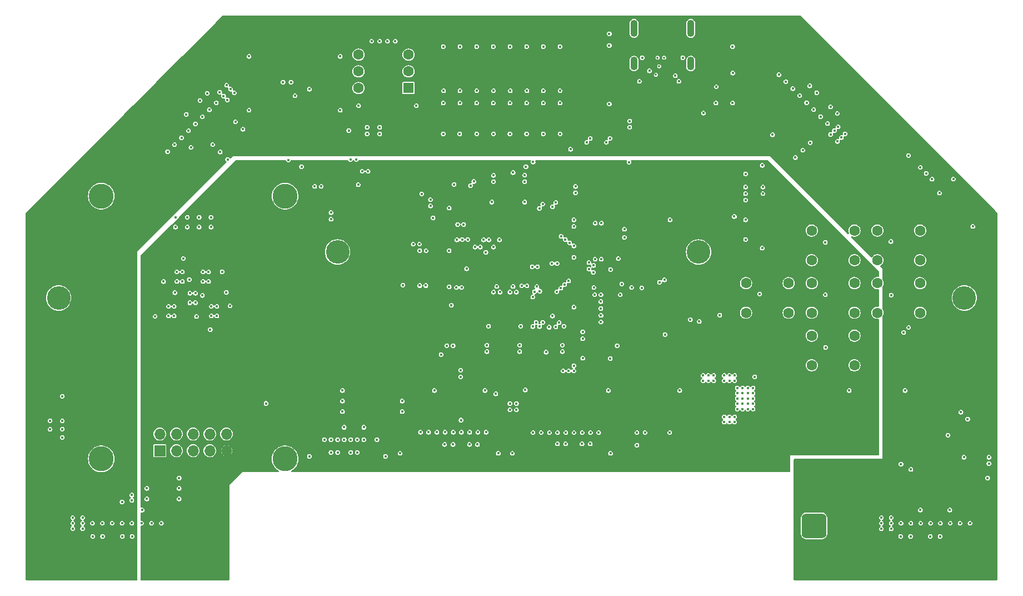
<source format=gbr>
%TF.GenerationSoftware,KiCad,Pcbnew,8.0.7*%
%TF.CreationDate,2025-04-13T15:12:29-04:00*%
%TF.ProjectId,control,636f6e74-726f-46c2-9e6b-696361645f70,rev?*%
%TF.SameCoordinates,Original*%
%TF.FileFunction,Copper,L5,Inr*%
%TF.FilePolarity,Positive*%
%FSLAX46Y46*%
G04 Gerber Fmt 4.6, Leading zero omitted, Abs format (unit mm)*
G04 Created by KiCad (PCBNEW 8.0.7) date 2025-04-13 15:12:29*
%MOMM*%
%LPD*%
G01*
G04 APERTURE LIST*
G04 Aperture macros list*
%AMRoundRect*
0 Rectangle with rounded corners*
0 $1 Rounding radius*
0 $2 $3 $4 $5 $6 $7 $8 $9 X,Y pos of 4 corners*
0 Add a 4 corners polygon primitive as box body*
4,1,4,$2,$3,$4,$5,$6,$7,$8,$9,$2,$3,0*
0 Add four circle primitives for the rounded corners*
1,1,$1+$1,$2,$3*
1,1,$1+$1,$4,$5*
1,1,$1+$1,$6,$7*
1,1,$1+$1,$8,$9*
0 Add four rect primitives between the rounded corners*
20,1,$1+$1,$2,$3,$4,$5,0*
20,1,$1+$1,$4,$5,$6,$7,0*
20,1,$1+$1,$6,$7,$8,$9,0*
20,1,$1+$1,$8,$9,$2,$3,0*%
G04 Aperture macros list end*
%TA.AperFunction,ComponentPad*%
%ADD10R,1.600000X1.600000*%
%TD*%
%TA.AperFunction,ComponentPad*%
%ADD11C,1.600000*%
%TD*%
%TA.AperFunction,ComponentPad*%
%ADD12C,3.600000*%
%TD*%
%TA.AperFunction,ComponentPad*%
%ADD13O,1.100000X2.100000*%
%TD*%
%TA.AperFunction,ComponentPad*%
%ADD14O,1.100000X2.600000*%
%TD*%
%TA.AperFunction,ComponentPad*%
%ADD15C,3.800000*%
%TD*%
%TA.AperFunction,ComponentPad*%
%ADD16R,1.700000X1.700000*%
%TD*%
%TA.AperFunction,ComponentPad*%
%ADD17O,1.700000X1.700000*%
%TD*%
%TA.AperFunction,ComponentPad*%
%ADD18RoundRect,0.760000X-1.140000X1.140000X-1.140000X-1.140000X1.140000X-1.140000X1.140000X1.140000X0*%
%TD*%
%TA.AperFunction,ViaPad*%
%ADD19C,0.450000*%
%TD*%
%TA.AperFunction,ViaPad*%
%ADD20C,0.350000*%
%TD*%
G04 APERTURE END LIST*
D10*
%TO.N,Net-(R64-Pad1)*%
%TO.C,SW4*%
X134310000Y-73040000D03*
D11*
%TO.N,Net-(SW4-4)*%
X134310000Y-67960000D03*
%TO.N,Net-(SW4-2)*%
X126690000Y-67960000D03*
%TO.N,Net-(SW4-8)*%
X126690000Y-73040000D03*
%TO.N,+3V3*%
X134310000Y-70500000D03*
X126690000Y-70500000D03*
%TD*%
%TO.N,Net-(C36-Pad1)*%
%TO.C,SW11*%
X185730000Y-102750000D03*
%TO.N,Net-(R115-Pad1)*%
X192230000Y-102750000D03*
%TO.N,GND*%
X185730000Y-107250000D03*
%TO.N,unconnected-(SW11-Pad4)*%
X192230000Y-107250000D03*
%TD*%
%TO.N,Net-(C33-Pad1)*%
%TO.C,SW8*%
X195750000Y-102750000D03*
%TO.N,Net-(R94-Pad1)*%
X202250000Y-102750000D03*
%TO.N,GND*%
X195750000Y-107250000D03*
%TO.N,unconnected-(SW8-Pad4)*%
X202250000Y-107250000D03*
%TD*%
D12*
%TO.N,N/C*%
%TO.C,H1*%
X81000000Y-105000000D03*
%TD*%
D13*
%TO.N,GND*%
%TO.C,P1*%
X177320000Y-69305000D03*
D14*
X177320000Y-63945000D03*
D13*
X168680000Y-69305000D03*
D14*
X168680000Y-63945000D03*
%TD*%
D11*
%TO.N,Net-(C37-Pad1)*%
%TO.C,SW12*%
X195750000Y-94750000D03*
%TO.N,Net-(R117-Pad1)*%
X202250000Y-94750000D03*
%TO.N,GND*%
X195750000Y-99250000D03*
%TO.N,unconnected-(SW12-Pad4)*%
X202250000Y-99250000D03*
%TD*%
D15*
%TO.N,N/C*%
%TO.C,H5*%
X115500000Y-89500000D03*
%TD*%
D12*
%TO.N,N/C*%
%TO.C,H4*%
X178500000Y-98000000D03*
%TD*%
D11*
%TO.N,Net-(C35-Pad1)*%
%TO.C,SW10*%
X205750000Y-102750000D03*
%TO.N,Net-(R114-Pad1)*%
X212250000Y-102750000D03*
%TO.N,GND*%
X205750000Y-107250000D03*
%TO.N,unconnected-(SW10-Pad4)*%
X212250000Y-107250000D03*
%TD*%
D15*
%TO.N,N/C*%
%TO.C,H7*%
X115500000Y-129500000D03*
%TD*%
D11*
%TO.N,Net-(C32-Pad1)*%
%TO.C,SW7*%
X205750000Y-94750000D03*
%TO.N,Net-(R93-Pad1)*%
X212250000Y-94750000D03*
%TO.N,GND*%
X205750000Y-99250000D03*
%TO.N,unconnected-(SW7-Pad4)*%
X212250000Y-99250000D03*
%TD*%
%TO.N,Net-(C34-Pad1)*%
%TO.C,SW9*%
X195750000Y-110750000D03*
%TO.N,Net-(R107-Pad1)*%
X202250000Y-110750000D03*
%TO.N,GND*%
X195750000Y-115250000D03*
%TO.N,unconnected-(SW9-Pad4)*%
X202250000Y-115250000D03*
%TD*%
D12*
%TO.N,N/C*%
%TO.C,H2*%
X219000000Y-105000000D03*
%TD*%
D15*
%TO.N,N/C*%
%TO.C,H8*%
X87500000Y-129500000D03*
%TD*%
%TO.N,N/C*%
%TO.C,H6*%
X87500000Y-89500000D03*
%TD*%
D12*
%TO.N,N/C*%
%TO.C,H3*%
X123500000Y-98000000D03*
%TD*%
D16*
%TO.N,Net-(J15-Pin_1)*%
%TO.C,J15*%
X96425000Y-128275000D03*
D17*
%TO.N,unconnected-(J15-Pin_2-Pad2)*%
X96425000Y-125735000D03*
%TO.N,GND*%
X98965000Y-128275000D03*
X98965000Y-125735000D03*
%TO.N,/display/LCD.TX*%
X101505000Y-128275000D03*
%TO.N,unconnected-(J15-Pin_6-Pad6)*%
X101505000Y-125735000D03*
%TO.N,/display/LCD.RX*%
X104045000Y-128275000D03*
%TO.N,unconnected-(J15-Pin_8-Pad8)*%
X104045000Y-125735000D03*
%TO.N,+5V*%
X106585000Y-128275000D03*
%TO.N,unconnected-(J15-Pin_10-Pad10)*%
X106585000Y-125735000D03*
%TD*%
D18*
%TO.N,GND*%
%TO.C,J11*%
X196100000Y-139700000D03*
D15*
%TO.N,+BATT*%
X196100000Y-144700000D03*
%TD*%
D19*
%TO.N,Net-(BZ1--)*%
X222750000Y-129250000D03*
%TO.N,+3V3*%
X183690000Y-66700000D03*
X188309999Y-88100000D03*
X196500000Y-73750000D03*
X121500000Y-126575000D03*
X183200000Y-123100000D03*
X146250000Y-112200000D03*
X105909999Y-101000000D03*
X126500000Y-128509999D03*
X219850000Y-139295000D03*
X151250000Y-112200000D03*
X184000000Y-123100000D03*
X152310000Y-66700000D03*
X160850000Y-111200000D03*
X181725000Y-107600000D03*
X214082986Y-86909117D03*
X143600000Y-127309999D03*
X182400000Y-123900000D03*
X147230000Y-66700000D03*
X187809999Y-104400000D03*
X162000000Y-127209999D03*
X100439376Y-77039376D03*
X149770000Y-66700000D03*
X98700000Y-104190001D03*
X90700000Y-141309999D03*
X197809999Y-96500000D03*
X213800000Y-141309999D03*
X162735691Y-99090376D03*
X144690000Y-66700000D03*
X147250000Y-87300000D03*
X190729381Y-71003357D03*
X141100000Y-112250000D03*
X197859999Y-112500000D03*
X117020000Y-74200000D03*
X183200000Y-123900000D03*
X136990000Y-97810000D03*
X195460624Y-72689376D03*
X153275000Y-125500000D03*
X162670000Y-104500000D03*
X197809999Y-104500000D03*
X152000000Y-87280000D03*
X185675000Y-96099999D03*
X136125000Y-125450000D03*
X184000000Y-123900000D03*
X136950000Y-103100000D03*
X107109999Y-106200000D03*
X160750000Y-127209999D03*
X79690000Y-125000000D03*
X144800000Y-127309999D03*
X218950000Y-129250000D03*
X157750000Y-112200000D03*
X96650000Y-139295000D03*
X135980000Y-96800000D03*
X92200000Y-141309999D03*
X81550000Y-126225000D03*
X142150000Y-66700000D03*
X97593398Y-82706602D03*
X207859999Y-104550000D03*
X157390000Y-66700000D03*
X125500000Y-128509999D03*
X79690000Y-123700000D03*
X216500000Y-125900000D03*
X100000000Y-98990001D03*
X162750000Y-93600000D03*
X169100000Y-127409999D03*
X154850000Y-66700000D03*
X188309999Y-89100000D03*
X100900000Y-102190001D03*
X207809999Y-96400000D03*
X159750000Y-88980000D03*
X149750000Y-122030000D03*
X139610000Y-66700000D03*
X215300000Y-141309999D03*
X164900000Y-75450000D03*
X150750000Y-122030000D03*
X137650000Y-90980000D03*
X182400000Y-123100000D03*
%TO.N,GND*%
X87700000Y-141309999D03*
X163630000Y-108650000D03*
X158000000Y-109300000D03*
X152000000Y-86300000D03*
X213184960Y-86011091D03*
X149750000Y-121070000D03*
X177249999Y-108300000D03*
X103639376Y-73839376D03*
X123890000Y-76400000D03*
X163610000Y-105550000D03*
X169900000Y-68415000D03*
X185675000Y-86100001D03*
X102900000Y-104609999D03*
X152350000Y-73440001D03*
X154525000Y-125500000D03*
X142150000Y-73440001D03*
X100600000Y-92699999D03*
X166270000Y-99000000D03*
X154850000Y-73440001D03*
X165075000Y-128650000D03*
X155775000Y-125500000D03*
X222737500Y-130200000D03*
X129500000Y-126575000D03*
X86200000Y-141309999D03*
X138250000Y-119100000D03*
X124250000Y-119100000D03*
X102539376Y-74939376D03*
X189786218Y-80148959D03*
X199650000Y-76900000D03*
X164900000Y-64780001D03*
X186000000Y-120300000D03*
X163710000Y-93600000D03*
X186800000Y-121900000D03*
X188200000Y-97400000D03*
X209950000Y-119100000D03*
X146250000Y-113160000D03*
X119200000Y-129100000D03*
X146500000Y-109300000D03*
X84650000Y-138450000D03*
X163680000Y-99100000D03*
X160850000Y-114169998D03*
X128700000Y-65890001D03*
X212286934Y-85113066D03*
X107197506Y-73197505D03*
X102000000Y-107809999D03*
X185200000Y-119500000D03*
X157000000Y-127209999D03*
X188200000Y-84800000D03*
X106600000Y-72600000D03*
X207850000Y-138450000D03*
X184400000Y-120300000D03*
X147000000Y-90400000D03*
X140140000Y-112250000D03*
X191790041Y-72064017D03*
X140500000Y-103300000D03*
X119200000Y-73200000D03*
X174100000Y-125500000D03*
X157750000Y-113160000D03*
X122500000Y-128509999D03*
X110000000Y-76400000D03*
X99350000Y-132400000D03*
X201450000Y-119100000D03*
X123500000Y-128509999D03*
X185200000Y-121900000D03*
X96990001Y-102500000D03*
X166800000Y-102850000D03*
X178600000Y-108580000D03*
X163610000Y-106600000D03*
X184400000Y-121100000D03*
X219509999Y-123450000D03*
X200827388Y-79993935D03*
X206349999Y-139295000D03*
X186800000Y-121100000D03*
X167200000Y-94530000D03*
X107766726Y-73766726D03*
X83149998Y-140100000D03*
X186800000Y-118700000D03*
X149800000Y-73440001D03*
X135020000Y-96800000D03*
X159750000Y-88020000D03*
X84650001Y-139295000D03*
X129900000Y-65890001D03*
X147250000Y-73440001D03*
X136320000Y-89145000D03*
X98654058Y-81645942D03*
X123890000Y-68200000D03*
X164750000Y-119100000D03*
X137650000Y-90020000D03*
X179250000Y-76850000D03*
X84650000Y-140100000D03*
X105539338Y-73660662D03*
X166560000Y-104500000D03*
X167200000Y-95770000D03*
X220284924Y-94106245D03*
X222550000Y-132400000D03*
X183700000Y-70740001D03*
X157400000Y-73440001D03*
X206349998Y-140150000D03*
X95690001Y-107800000D03*
X125200000Y-79500000D03*
X186000000Y-121900000D03*
X102400001Y-92699999D03*
X147250000Y-86320000D03*
X140500000Y-97800000D03*
X147975000Y-128650000D03*
X138625000Y-125450000D03*
X106739000Y-83899765D03*
X131100000Y-65890001D03*
X210800000Y-141309999D03*
X210490883Y-83317014D03*
X139650000Y-73440001D03*
X207850000Y-140150000D03*
X159500000Y-106400000D03*
X185200000Y-118700000D03*
X207850001Y-139295000D03*
X106136844Y-74258166D03*
X152000000Y-90400000D03*
X139275000Y-113600000D03*
X110000000Y-68200000D03*
X186000000Y-118700000D03*
X104100000Y-109809999D03*
X95150000Y-139295000D03*
X83149998Y-138450000D03*
X199660662Y-81160662D03*
X199766726Y-78933274D03*
X130800000Y-129100000D03*
X153300000Y-84300000D03*
X151400000Y-109300000D03*
X169500000Y-72000000D03*
X218350000Y-139295000D03*
X198600000Y-80100000D03*
X166100000Y-112259999D03*
X175650000Y-119100000D03*
X141100000Y-127309999D03*
X165050000Y-114209999D03*
X158250000Y-127209999D03*
X139800000Y-127309999D03*
X116400000Y-72120000D03*
X175510000Y-72000000D03*
X150125000Y-128650000D03*
X173400000Y-110575001D03*
X144700000Y-73440001D03*
X186800000Y-120300000D03*
X132300000Y-65890001D03*
X145950000Y-119100000D03*
X98800000Y-92700000D03*
X198610624Y-75889376D03*
X206349998Y-138450000D03*
X186800000Y-119500000D03*
X81550000Y-119975000D03*
X199197505Y-79502494D03*
X215193755Y-89015076D03*
X151250000Y-113160000D03*
X83149999Y-139295000D03*
X159500000Y-98800000D03*
X186000000Y-119500000D03*
X185200000Y-120300000D03*
X133025000Y-128650000D03*
X176100000Y-68415000D03*
X150750000Y-121070000D03*
X140500000Y-91300000D03*
X184400000Y-121900000D03*
X115200000Y-72120000D03*
X136020000Y-97800000D03*
X163630000Y-107650000D03*
X184400000Y-119500000D03*
X136020000Y-103100000D03*
X163630000Y-104500000D03*
X106706065Y-74827388D03*
X200258166Y-80563156D03*
X185200000Y-121100000D03*
X209300000Y-141309999D03*
X137375000Y-125450000D03*
X184400000Y-118700000D03*
X165100000Y-100650000D03*
X186000000Y-121100000D03*
X104200000Y-92700000D03*
%TO.N,/mcu/NRST*%
X217315076Y-86893755D03*
X169850000Y-103450000D03*
X168300000Y-103400000D03*
X162550000Y-103400000D03*
%TO.N,+5V*%
X141050000Y-119100000D03*
X120500000Y-126575000D03*
X152025000Y-125500000D03*
X165050000Y-111240001D03*
X182000000Y-125500000D03*
X134875000Y-125450000D03*
X170750000Y-119100000D03*
X193251041Y-83613782D03*
X190500000Y-86350000D03*
X94450000Y-132400000D03*
X182000000Y-126300000D03*
X109100000Y-84600000D03*
X133350000Y-119100000D03*
X196550000Y-119100000D03*
X181200000Y-126300000D03*
X159850000Y-119100000D03*
X180400000Y-125500000D03*
X205050000Y-119100000D03*
X180400000Y-126300000D03*
X181200000Y-125500000D03*
X119350000Y-119100000D03*
%TO.N,+BATT*%
X195165685Y-87500000D03*
X81800000Y-130800000D03*
X80000000Y-130800000D03*
X205000000Y-131600000D03*
X194600000Y-88065685D03*
X114300000Y-83000000D03*
X204100000Y-130812500D03*
X204100000Y-130000000D03*
X113400000Y-83000000D03*
X203200000Y-130800000D03*
X80900000Y-130812500D03*
X115200000Y-81400000D03*
X80000000Y-130000000D03*
X195731371Y-86934315D03*
X205000000Y-130000000D03*
X113400000Y-82200000D03*
X197004163Y-88207107D03*
X203200000Y-130000000D03*
X196376606Y-87561872D03*
X114300000Y-81387500D03*
X195236396Y-88702082D03*
X113400000Y-81400000D03*
X195872792Y-89338478D03*
X203200000Y-131600000D03*
X81800000Y-130000000D03*
X115200000Y-83000000D03*
X80900000Y-130000000D03*
X196438478Y-88772792D03*
X81800000Y-131600000D03*
X187050000Y-117000000D03*
X115200000Y-82200000D03*
X80000000Y-131600000D03*
X114300000Y-82187500D03*
X204100000Y-131612500D03*
X195810920Y-88127557D03*
X205000000Y-130800000D03*
X80900000Y-131612500D03*
%TO.N,/mcu/BOT_ID_DISPLAY.FL*%
X98999999Y-101025000D03*
X99849999Y-102475000D03*
X153850000Y-103250000D03*
%TO.N,Net-(D3-A1)*%
X99849999Y-101025000D03*
%TO.N,Net-(D3-K2)*%
X98999999Y-102475000D03*
%TO.N,Net-(D4-K2)*%
X103000001Y-102475000D03*
%TO.N,Net-(D4-A1)*%
X103850001Y-101025000D03*
%TO.N,/mcu/BOT_ID_DISPLAY.FR*%
X103850001Y-102475000D03*
X103000001Y-101025000D03*
X154300000Y-103950000D03*
%TO.N,Net-(D5-K2)*%
X101850000Y-105725000D03*
%TO.N,/mcu/BOT_ID_DISPLAY.TeamBlue*%
X101850000Y-104275000D03*
X143150000Y-100550000D03*
X101000000Y-105725000D03*
X106550000Y-104150000D03*
%TO.N,Net-(D5-A1)*%
X101000000Y-104275000D03*
%TO.N,/mcu/BOT_ID_DISPLAY.BL*%
X98600000Y-107725001D03*
X153500000Y-104050000D03*
X97750000Y-106275001D03*
%TO.N,Net-(D6-A1)*%
X98600000Y-106275001D03*
%TO.N,Net-(D6-K2)*%
X97750000Y-107725001D03*
%TO.N,Net-(D7-A1)*%
X105100000Y-106275001D03*
%TO.N,Net-(D7-K2)*%
X104250000Y-107725001D03*
%TO.N,/mcu/BOT_ID_DISPLAY.BR*%
X153250000Y-104850000D03*
X105100000Y-107725001D03*
X104250000Y-106275001D03*
%TO.N,Net-(D10-A)*%
X98800000Y-94200000D03*
%TO.N,Net-(D11-A)*%
X100600000Y-94200000D03*
%TO.N,Net-(D12-A)*%
X102400000Y-94200000D03*
%TO.N,Net-(D13-A)*%
X104200000Y-94200000D03*
%TO.N,Net-(J13-Pin_1)*%
X180000000Y-116800000D03*
X179200000Y-117600000D03*
X180800000Y-116800000D03*
X179200000Y-116800000D03*
X180000000Y-117600000D03*
X180800000Y-117600000D03*
%TO.N,Net-(J13-Pin_2)*%
X184000000Y-117600000D03*
X183200000Y-117600000D03*
X184000000Y-116800000D03*
X182400000Y-117600000D03*
X182400000Y-116800000D03*
X183200000Y-116800000D03*
%TO.N,/mcu/SDMMC1_D0*%
X125450000Y-83900000D03*
X127250000Y-85700000D03*
%TO.N,/mcu/SDMMC1_D1*%
X126350000Y-83900000D03*
X128150000Y-85700000D03*
%TO.N,/mcu/SWCLK*%
X141250000Y-87700000D03*
X162000000Y-80700000D03*
X165000000Y-80700000D03*
%TO.N,/mcu/SWDIO*%
X164450000Y-81300000D03*
X161450000Y-81300000D03*
X138050000Y-92800000D03*
%TO.N,/front_right_drive_motor/MOTOR.RX*%
X90650000Y-136050000D03*
X90650000Y-139295000D03*
%TO.N,Net-(J3-Pin_7)*%
X89150000Y-139295000D03*
%TO.N,Net-(J3-Pin_10)*%
X93650001Y-139295000D03*
%TO.N,/front_right_drive_motor/MOTOR.BOOT0*%
X86150000Y-139295000D03*
%TO.N,/front_right_drive_motor/MOTOR.RST*%
X87650000Y-139295000D03*
%TO.N,/front_right_drive_motor/MOTOR.CTS*%
X92149999Y-139295000D03*
X92149999Y-135800000D03*
%TO.N,/imu/IMU.~{DET}*%
X153250000Y-109350000D03*
%TO.N,/imu/IMU.MISO*%
X156250000Y-107750000D03*
%TO.N,/imu/IMU.SCK*%
X185675000Y-90100000D03*
X183950000Y-92600000D03*
X156750000Y-109400000D03*
%TO.N,/imu/IMU.~{SS}3*%
X185675000Y-93100000D03*
X154750000Y-108700000D03*
X174150000Y-93100000D03*
%TO.N,/imu/IMU.~{SS}1*%
X160849265Y-110149265D03*
%TO.N,/imu/IMU.INT1*%
X154250000Y-109350000D03*
X185675000Y-89100000D03*
%TO.N,/imu/IMU.MOSI*%
X155750000Y-109450000D03*
%TO.N,/imu/IMU.~{SS}2*%
X155250000Y-113250000D03*
%TO.N,/imu/IMU.INT2*%
X185675000Y-88100000D03*
X153750000Y-108700000D03*
%TO.N,Net-(J5-Pin_3)*%
X127499999Y-126575000D03*
%TO.N,/mcu/ODIN.RX*%
X125500000Y-126575000D03*
X146550000Y-96150000D03*
%TO.N,/mcu/ODIN.CTS*%
X126500000Y-126575000D03*
X144450000Y-97250000D03*
%TO.N,/mcu/ODIN.~{RST}*%
X147250000Y-97250000D03*
X122500001Y-126575000D03*
%TO.N,/mcu/ODIN.BOOT0*%
X123500000Y-126575000D03*
X148150000Y-96150000D03*
%TO.N,/mcu/ODIN.~{DET}*%
X146100000Y-98050000D03*
%TO.N,Net-(J5-Pin_6)*%
X124500000Y-126575000D03*
%TO.N,/back_right_drive_motor/MOTOR.BOOT0*%
X120000000Y-88000000D03*
X105018019Y-75281981D03*
X116000000Y-84000000D03*
%TO.N,Net-(J6-Pin_7)*%
X102896699Y-77403301D03*
%TO.N,/back_right_drive_motor/MOTOR.RST*%
X121000000Y-88000000D03*
X103957359Y-76342641D03*
X118000000Y-85000000D03*
%TO.N,/back_right_drive_motor/MOTOR.RX*%
X101836039Y-78463961D03*
%TO.N,/back_right_drive_motor/MOTOR.CTS*%
X100775379Y-79524621D03*
X122500000Y-92000000D03*
X152200000Y-85000000D03*
%TO.N,Net-(J6-Pin_10)*%
X99714718Y-80585282D03*
%TO.N,/back_left_drive_motor/MOTOR.RST*%
X197093342Y-77367318D03*
%TO.N,/back_left_drive_motor/MOTOR.RX*%
X194972022Y-75245998D03*
%TO.N,Net-(J7-Pin_10)*%
X192850701Y-73124677D03*
%TO.N,/back_left_drive_motor/MOTOR.CTS*%
X193911362Y-74185338D03*
%TO.N,Net-(J7-Pin_7)*%
X196032682Y-76306658D03*
%TO.N,/back_left_drive_motor/MOTOR.BOOT0*%
X198154002Y-78427978D03*
%TO.N,/front_left_drive_motor/MOTOR.RST*%
X210850000Y-131100000D03*
X210850000Y-139295000D03*
X173300000Y-102250000D03*
%TO.N,/front_left_drive_motor/MOTOR.CTS*%
X215349999Y-139295000D03*
X162450000Y-101100000D03*
%TO.N,Net-(J8-Pin_7)*%
X212350000Y-139295000D03*
%TO.N,/front_left_drive_motor/MOTOR.RX*%
X161800000Y-99600000D03*
X213850000Y-139295000D03*
%TO.N,Net-(J8-Pin_10)*%
X216850001Y-139295000D03*
%TO.N,/front_left_drive_motor/MOTOR.BOOT0*%
X172550000Y-102600000D03*
X209350000Y-130300000D03*
X209350000Y-139295000D03*
%TO.N,/kicker/KICKER.RX*%
X156150000Y-99750000D03*
X157850000Y-116100000D03*
X160775000Y-125500000D03*
%TO.N,/kicker/KICKER.RST*%
X158275000Y-125500000D03*
X158700000Y-102400000D03*
%TO.N,/kicker/KICKER.BOOT0*%
X157025000Y-125500000D03*
X158100000Y-102950000D03*
%TO.N,/kicker/KICKER.CTS*%
X156900000Y-104050000D03*
X159500000Y-116100000D03*
X162025000Y-125500000D03*
%TO.N,Net-(J9-Pin_10)*%
X163275000Y-125500000D03*
%TO.N,Net-(J9-Pin_7)*%
X159525000Y-125500000D03*
%TO.N,/mcu/OPTICAL_FLOW.RST*%
X141125000Y-125450000D03*
X154750000Y-90700000D03*
%TO.N,/mcu/OPTICAL_FLOW.CTS*%
X144875000Y-125450000D03*
%TO.N,Net-(J10-Pin_7)*%
X142375000Y-125450000D03*
%TO.N,/mcu/OPTICAL_FLOW.RX*%
X156250000Y-91100000D03*
X143625000Y-125450000D03*
%TO.N,Net-(J10-Pin_10)*%
X146125000Y-125450000D03*
%TO.N,/mcu/OPTICAL_FLOW.BOOT0*%
X139875000Y-125450000D03*
X154250000Y-91350000D03*
%TO.N,/mcu/POWER.RX*%
X169100000Y-125500000D03*
%TO.N,Net-(J12-Pin_2)*%
X170350000Y-125500000D03*
%TO.N,/mcu/SHELL_DETECT.RST*%
X158850000Y-96600000D03*
%TO.N,/mcu/SHELL_DETECT.SCL*%
X158200000Y-96087500D03*
X81550000Y-123725000D03*
%TO.N,/mcu/SHELL_DETECT.SDA*%
X157550000Y-95600000D03*
X81550000Y-124975000D03*
%TO.N,/mcu/SHELL_DETECT.LIGHT*%
X159500000Y-97087500D03*
%TO.N,/display/LCD.TX*%
X142500000Y-96100000D03*
%TO.N,/display/LCD.RX*%
X143350000Y-96100000D03*
%TO.N,VBUS*%
X174950000Y-71150000D03*
X171000000Y-70417002D03*
%TO.N,/mcu/USB_HS_D_P*%
X142700000Y-93800000D03*
D20*
%TO.N,Net-(P1-CC2)*%
X172250000Y-68415000D03*
X172000000Y-71000000D03*
%TO.N,/mcu/USB_HS_D_N*%
X173250000Y-68415000D03*
X172500000Y-69715000D03*
D19*
X141800000Y-93800000D03*
%TO.N,/mcu/BOOT0*%
X181200000Y-72837501D03*
X167900000Y-84350000D03*
%TO.N,/mcu/USB_BOOT0_CONTROL*%
X181150000Y-75300000D03*
%TO.N,/display/LCD.RST*%
X141700000Y-96150000D03*
X112600000Y-121050000D03*
%TO.N,/mcu/DEBUG_MODE*%
X159500000Y-94100000D03*
X159000000Y-82350000D03*
%TO.N,Net-(R1-Pad1)*%
X164900000Y-66550000D03*
%TO.N,/mcu/USER_BOOT0_OVERRIDE*%
X183690000Y-75300000D03*
%TO.N,/front_right_drive_motor/MOTOR.RTS*%
X92150000Y-135000000D03*
X93700000Y-137290001D03*
%TO.N,Net-(U2-INT1)*%
X147600000Y-119600000D03*
%TO.N,Net-(U2-INT2)*%
X152100000Y-119000000D03*
%TO.N,/back_right_drive_motor/MOTOR.RTS*%
X101160624Y-82060624D03*
X150250000Y-85900000D03*
X122500000Y-93000000D03*
%TO.N,/front_left_drive_motor/MOTOR.TX*%
X162500000Y-100050000D03*
X212300000Y-137290001D03*
%TO.N,/front_left_drive_motor/MOTOR.RTS*%
X161800000Y-100600000D03*
X216800000Y-137290001D03*
%TO.N,/kicker/KICKER.TX*%
X158700000Y-116100000D03*
X156950000Y-99750000D03*
%TO.N,/kicker/KICKER.RTS*%
X159500000Y-115300000D03*
X157500000Y-103500000D03*
%TO.N,/mcu/OPTICAL_FLOW.TX*%
X142300000Y-123590001D03*
X156750000Y-90450000D03*
%TO.N,/mcu/BOT_ID_SWITCHES.IDX3*%
X143750000Y-87900000D03*
X126700000Y-75709999D03*
%TO.N,/mcu/BOT_ID_SWITCHES.IDX2*%
X144250000Y-87250000D03*
X135500000Y-75709999D03*
%TO.N,/mcu/BOT_ID_SWITCHES.TEAM_BLUE_~{YELLOW}*%
X142400000Y-103400000D03*
X129909999Y-79000000D03*
%TO.N,Net-(R74-Pad1)*%
X128000000Y-79000000D03*
%TO.N,Net-(R75-Pad1)*%
X128000000Y-80000000D03*
%TO.N,/mcu/BOT_ID_SWITCHES.SRC_PRIO_USER_~{AUTO}*%
X129909999Y-80000000D03*
X141600000Y-103400000D03*
%TO.N,/mcu/BOT_ID_DISPLAY.SrcDisagree*%
X126650000Y-87750000D03*
X140850000Y-106100000D03*
X133450000Y-103050000D03*
%TO.N,/mcu/DIP.0*%
X152350000Y-103150000D03*
X157400000Y-80009999D03*
%TO.N,Net-(R84-Pad1)*%
X157390000Y-75300000D03*
%TO.N,Net-(R85-Pad1)*%
X154850000Y-75300000D03*
%TO.N,/mcu/DIP.1*%
X154850000Y-80009999D03*
X151550000Y-103150000D03*
%TO.N,/mcu/DIP.2*%
X150750000Y-104100000D03*
X152300000Y-80009999D03*
%TO.N,Net-(R100-Pad2)*%
X152310000Y-75300000D03*
%TO.N,Net-(R101-Pad2)*%
X149770000Y-75300000D03*
%TO.N,/mcu/DIP.3*%
X150250000Y-103250000D03*
X149750000Y-80009999D03*
%TO.N,/mcu/DIP.4*%
X147250000Y-80009999D03*
X149750000Y-104100000D03*
%TO.N,Net-(R102-Pad2)*%
X147230000Y-75300000D03*
%TO.N,/mcu/BUZZER*%
X218490001Y-122400000D03*
X159500000Y-93100000D03*
%TO.N,Net-(R103-Pad2)*%
X144690000Y-75300000D03*
%TO.N,/mcu/DIP.5*%
X148250000Y-104100000D03*
X144700000Y-80009999D03*
%TO.N,/mcu/DIP.6*%
X142100000Y-80009999D03*
X147750000Y-103250000D03*
%TO.N,Net-(R104-Pad2)*%
X142150000Y-75300000D03*
%TO.N,/mcu/DIP.7*%
X147250000Y-104100000D03*
X139600000Y-80009999D03*
%TO.N,Net-(R105-Pad2)*%
X139610000Y-75300000D03*
%TO.N,/mcu/DOTSTARS.SCK*%
X153150000Y-100250000D03*
X142250000Y-116000000D03*
X99350001Y-134000000D03*
%TO.N,/mcu/ODIN.TX*%
X124500000Y-124690001D03*
X145750000Y-96150000D03*
%TO.N,/mcu/ODIN.RTS*%
X127500000Y-124690001D03*
X145250000Y-97250000D03*
%TO.N,/imu/IMU.~{SS}0*%
X157250000Y-108750000D03*
%TO.N,/mcu/DOTSTARS.MOSI*%
X99350000Y-135600000D03*
X153950000Y-100250000D03*
X142250000Y-117000000D03*
%TO.N,Net-(U4-SDO)*%
X94450000Y-135600000D03*
X104476259Y-81637024D03*
%TO.N,Net-(U4-CKO)*%
X94449999Y-134000000D03*
X105607629Y-82768395D03*
%TO.N,Net-(U5-SDO)*%
X168000000Y-78050000D03*
X107941082Y-78172201D03*
%TO.N,Net-(U5-CKO)*%
X109072453Y-79303571D03*
X168000000Y-79000000D03*
%TO.N,Net-(U6-SDO)*%
X209750000Y-110250000D03*
X195513782Y-81351041D03*
%TO.N,Net-(U6-CKO)*%
X194382412Y-82482412D03*
X210500000Y-109500000D03*
%TO.N,Net-(U11-CKO)*%
X133350000Y-120700000D03*
X124250000Y-120700000D03*
%TO.N,Net-(U11-SDO)*%
X133350000Y-122300000D03*
X124250000Y-122300000D03*
%TD*%
%TA.AperFunction,Conductor*%
%TO.N,+BATT*%
G36*
X194015677Y-62019685D02*
G01*
X194036319Y-62036319D01*
X223963681Y-91963681D01*
X223997166Y-92025004D01*
X224000000Y-92051362D01*
X224000000Y-147876000D01*
X223980315Y-147943039D01*
X223927511Y-147988794D01*
X223876000Y-148000000D01*
X193124000Y-148000000D01*
X193056961Y-147980315D01*
X193011206Y-147927511D01*
X193000000Y-147876000D01*
X193000000Y-138497875D01*
X194072500Y-138497875D01*
X194072500Y-140902108D01*
X194072501Y-140902127D01*
X194078597Y-140979598D01*
X194126883Y-141159806D01*
X194211580Y-141326031D01*
X194270283Y-141398522D01*
X194328986Y-141471014D01*
X194389208Y-141519781D01*
X194473968Y-141588419D01*
X194640193Y-141673116D01*
X194640195Y-141673116D01*
X194640196Y-141673117D01*
X194820400Y-141721402D01*
X194897881Y-141727500D01*
X197302118Y-141727499D01*
X197379600Y-141721402D01*
X197559804Y-141673117D01*
X197726030Y-141588420D01*
X197871014Y-141471014D01*
X197988420Y-141326030D01*
X197996590Y-141309996D01*
X208943106Y-141309996D01*
X208943106Y-141310001D01*
X208960572Y-141420280D01*
X208960573Y-141420283D01*
X208960574Y-141420285D01*
X208986422Y-141471014D01*
X209011268Y-141519777D01*
X209011271Y-141519781D01*
X209090217Y-141598727D01*
X209090221Y-141598730D01*
X209090223Y-141598732D01*
X209189714Y-141649425D01*
X209189716Y-141649425D01*
X209189718Y-141649426D01*
X209299998Y-141666893D01*
X209300000Y-141666893D01*
X209300002Y-141666893D01*
X209410281Y-141649426D01*
X209410281Y-141649425D01*
X209410286Y-141649425D01*
X209509777Y-141598732D01*
X209588733Y-141519776D01*
X209639426Y-141420285D01*
X209656894Y-141309999D01*
X209656894Y-141309996D01*
X210443106Y-141309996D01*
X210443106Y-141310001D01*
X210460572Y-141420280D01*
X210460573Y-141420283D01*
X210460574Y-141420285D01*
X210486422Y-141471014D01*
X210511268Y-141519777D01*
X210511271Y-141519781D01*
X210590217Y-141598727D01*
X210590221Y-141598730D01*
X210590223Y-141598732D01*
X210689714Y-141649425D01*
X210689716Y-141649425D01*
X210689718Y-141649426D01*
X210799998Y-141666893D01*
X210800000Y-141666893D01*
X210800002Y-141666893D01*
X210910281Y-141649426D01*
X210910281Y-141649425D01*
X210910286Y-141649425D01*
X211009777Y-141598732D01*
X211088733Y-141519776D01*
X211139426Y-141420285D01*
X211156894Y-141309999D01*
X211156894Y-141309996D01*
X213443106Y-141309996D01*
X213443106Y-141310001D01*
X213460572Y-141420280D01*
X213460573Y-141420283D01*
X213460574Y-141420285D01*
X213486422Y-141471014D01*
X213511268Y-141519777D01*
X213511271Y-141519781D01*
X213590217Y-141598727D01*
X213590221Y-141598730D01*
X213590223Y-141598732D01*
X213689714Y-141649425D01*
X213689716Y-141649425D01*
X213689718Y-141649426D01*
X213799998Y-141666893D01*
X213800000Y-141666893D01*
X213800002Y-141666893D01*
X213910281Y-141649426D01*
X213910281Y-141649425D01*
X213910286Y-141649425D01*
X214009777Y-141598732D01*
X214088733Y-141519776D01*
X214139426Y-141420285D01*
X214156894Y-141309999D01*
X214156894Y-141309996D01*
X214943106Y-141309996D01*
X214943106Y-141310001D01*
X214960572Y-141420280D01*
X214960573Y-141420283D01*
X214960574Y-141420285D01*
X214986422Y-141471014D01*
X215011268Y-141519777D01*
X215011271Y-141519781D01*
X215090217Y-141598727D01*
X215090221Y-141598730D01*
X215090223Y-141598732D01*
X215189714Y-141649425D01*
X215189716Y-141649425D01*
X215189718Y-141649426D01*
X215299998Y-141666893D01*
X215300000Y-141666893D01*
X215300002Y-141666893D01*
X215410281Y-141649426D01*
X215410281Y-141649425D01*
X215410286Y-141649425D01*
X215509777Y-141598732D01*
X215588733Y-141519776D01*
X215639426Y-141420285D01*
X215656894Y-141309999D01*
X215639426Y-141199713D01*
X215588733Y-141100222D01*
X215588731Y-141100220D01*
X215588728Y-141100216D01*
X215509782Y-141021270D01*
X215509778Y-141021267D01*
X215509777Y-141021266D01*
X215410286Y-140970573D01*
X215410284Y-140970572D01*
X215410281Y-140970571D01*
X215300002Y-140953105D01*
X215299998Y-140953105D01*
X215189718Y-140970571D01*
X215189714Y-140970572D01*
X215189714Y-140970573D01*
X215123386Y-141004368D01*
X215090221Y-141021267D01*
X215090217Y-141021270D01*
X215011271Y-141100216D01*
X215011268Y-141100220D01*
X214960572Y-141199717D01*
X214943106Y-141309996D01*
X214156894Y-141309996D01*
X214139426Y-141199713D01*
X214088733Y-141100222D01*
X214088731Y-141100220D01*
X214088728Y-141100216D01*
X214009782Y-141021270D01*
X214009778Y-141021267D01*
X214009777Y-141021266D01*
X213910286Y-140970573D01*
X213910284Y-140970572D01*
X213910281Y-140970571D01*
X213800002Y-140953105D01*
X213799998Y-140953105D01*
X213689718Y-140970571D01*
X213689714Y-140970572D01*
X213689714Y-140970573D01*
X213623386Y-141004368D01*
X213590221Y-141021267D01*
X213590217Y-141021270D01*
X213511271Y-141100216D01*
X213511268Y-141100220D01*
X213460572Y-141199717D01*
X213443106Y-141309996D01*
X211156894Y-141309996D01*
X211139426Y-141199713D01*
X211088733Y-141100222D01*
X211088731Y-141100220D01*
X211088728Y-141100216D01*
X211009782Y-141021270D01*
X211009778Y-141021267D01*
X211009777Y-141021266D01*
X210910286Y-140970573D01*
X210910284Y-140970572D01*
X210910281Y-140970571D01*
X210800002Y-140953105D01*
X210799998Y-140953105D01*
X210689718Y-140970571D01*
X210689714Y-140970572D01*
X210689714Y-140970573D01*
X210623386Y-141004368D01*
X210590221Y-141021267D01*
X210590217Y-141021270D01*
X210511271Y-141100216D01*
X210511268Y-141100220D01*
X210460572Y-141199717D01*
X210443106Y-141309996D01*
X209656894Y-141309996D01*
X209639426Y-141199713D01*
X209588733Y-141100222D01*
X209588731Y-141100220D01*
X209588728Y-141100216D01*
X209509782Y-141021270D01*
X209509778Y-141021267D01*
X209509777Y-141021266D01*
X209410286Y-140970573D01*
X209410284Y-140970572D01*
X209410281Y-140970571D01*
X209300002Y-140953105D01*
X209299998Y-140953105D01*
X209189718Y-140970571D01*
X209189714Y-140970572D01*
X209189714Y-140970573D01*
X209123386Y-141004368D01*
X209090221Y-141021267D01*
X209090217Y-141021270D01*
X209011271Y-141100216D01*
X209011268Y-141100220D01*
X208960572Y-141199717D01*
X208943106Y-141309996D01*
X197996590Y-141309996D01*
X198073117Y-141159804D01*
X198121402Y-140979600D01*
X198127500Y-140902119D01*
X198127499Y-138497882D01*
X198123731Y-138449997D01*
X205993104Y-138449997D01*
X205993104Y-138450002D01*
X206010570Y-138560281D01*
X206010571Y-138560284D01*
X206010572Y-138560286D01*
X206061265Y-138659777D01*
X206061266Y-138659778D01*
X206061269Y-138659782D01*
X206140215Y-138738728D01*
X206140219Y-138738731D01*
X206140221Y-138738733D01*
X206185917Y-138762016D01*
X206236712Y-138809989D01*
X206253507Y-138877810D01*
X206230970Y-138943945D01*
X206185916Y-138982984D01*
X206140225Y-139006264D01*
X206140216Y-139006271D01*
X206061270Y-139085217D01*
X206061267Y-139085221D01*
X206010571Y-139184718D01*
X205993105Y-139294997D01*
X205993105Y-139295002D01*
X206010571Y-139405281D01*
X206010572Y-139405284D01*
X206010573Y-139405286D01*
X206061266Y-139504777D01*
X206061267Y-139504778D01*
X206061270Y-139504782D01*
X206140216Y-139583728D01*
X206140220Y-139583731D01*
X206140222Y-139583733D01*
X206195729Y-139612015D01*
X206246524Y-139659988D01*
X206263320Y-139727809D01*
X206240783Y-139793944D01*
X206195730Y-139832983D01*
X206140222Y-139861266D01*
X206140215Y-139861271D01*
X206061269Y-139940217D01*
X206061266Y-139940221D01*
X206010570Y-140039718D01*
X205993104Y-140149997D01*
X205993104Y-140150002D01*
X206010570Y-140260281D01*
X206010571Y-140260284D01*
X206010572Y-140260286D01*
X206061265Y-140359777D01*
X206061266Y-140359778D01*
X206061269Y-140359782D01*
X206140215Y-140438728D01*
X206140219Y-140438731D01*
X206140221Y-140438733D01*
X206239712Y-140489426D01*
X206239714Y-140489426D01*
X206239716Y-140489427D01*
X206349996Y-140506894D01*
X206349998Y-140506894D01*
X206350000Y-140506894D01*
X206460279Y-140489427D01*
X206460279Y-140489426D01*
X206460284Y-140489426D01*
X206559775Y-140438733D01*
X206638731Y-140359777D01*
X206689424Y-140260286D01*
X206689425Y-140260281D01*
X206706892Y-140150002D01*
X206706892Y-140149997D01*
X206689425Y-140039718D01*
X206689424Y-140039716D01*
X206689424Y-140039714D01*
X206638731Y-139940223D01*
X206638729Y-139940221D01*
X206638726Y-139940217D01*
X206559780Y-139861271D01*
X206559776Y-139861268D01*
X206559775Y-139861267D01*
X206504265Y-139832983D01*
X206453471Y-139785011D01*
X206436676Y-139717190D01*
X206459213Y-139651055D01*
X206504266Y-139612016D01*
X206559776Y-139583733D01*
X206638732Y-139504777D01*
X206689425Y-139405286D01*
X206706893Y-139295000D01*
X206689425Y-139184714D01*
X206638732Y-139085223D01*
X206638730Y-139085221D01*
X206638727Y-139085217D01*
X206559781Y-139006271D01*
X206559772Y-139006264D01*
X206514080Y-138982983D01*
X206463284Y-138935009D01*
X206446489Y-138867188D01*
X206469027Y-138801053D01*
X206514077Y-138762017D01*
X206559775Y-138738733D01*
X206638731Y-138659777D01*
X206689424Y-138560286D01*
X206706892Y-138450000D01*
X206706892Y-138449997D01*
X207493106Y-138449997D01*
X207493106Y-138450002D01*
X207510572Y-138560281D01*
X207510573Y-138560284D01*
X207510574Y-138560286D01*
X207561267Y-138659777D01*
X207561268Y-138659778D01*
X207561271Y-138659782D01*
X207640217Y-138738728D01*
X207640221Y-138738731D01*
X207640223Y-138738733D01*
X207685919Y-138762016D01*
X207736714Y-138809989D01*
X207753509Y-138877810D01*
X207730972Y-138943945D01*
X207685918Y-138982984D01*
X207640227Y-139006264D01*
X207640218Y-139006271D01*
X207561272Y-139085217D01*
X207561269Y-139085221D01*
X207510573Y-139184718D01*
X207493107Y-139294997D01*
X207493107Y-139295002D01*
X207510573Y-139405281D01*
X207510574Y-139405284D01*
X207510575Y-139405286D01*
X207561268Y-139504777D01*
X207561269Y-139504778D01*
X207561272Y-139504782D01*
X207640218Y-139583728D01*
X207640222Y-139583731D01*
X207640224Y-139583733D01*
X207695731Y-139612015D01*
X207746526Y-139659988D01*
X207763322Y-139727809D01*
X207740785Y-139793944D01*
X207695732Y-139832983D01*
X207640224Y-139861266D01*
X207640217Y-139861271D01*
X207561271Y-139940217D01*
X207561268Y-139940221D01*
X207510572Y-140039718D01*
X207493106Y-140149997D01*
X207493106Y-140150002D01*
X207510572Y-140260281D01*
X207510573Y-140260284D01*
X207510574Y-140260286D01*
X207561267Y-140359777D01*
X207561268Y-140359778D01*
X207561271Y-140359782D01*
X207640217Y-140438728D01*
X207640221Y-140438731D01*
X207640223Y-140438733D01*
X207739714Y-140489426D01*
X207739716Y-140489426D01*
X207739718Y-140489427D01*
X207849998Y-140506894D01*
X207850000Y-140506894D01*
X207850002Y-140506894D01*
X207960281Y-140489427D01*
X207960281Y-140489426D01*
X207960286Y-140489426D01*
X208059777Y-140438733D01*
X208138733Y-140359777D01*
X208189426Y-140260286D01*
X208189427Y-140260281D01*
X208206894Y-140150002D01*
X208206894Y-140149997D01*
X208189427Y-140039718D01*
X208189426Y-140039716D01*
X208189426Y-140039714D01*
X208138733Y-139940223D01*
X208138731Y-139940221D01*
X208138728Y-139940217D01*
X208059782Y-139861271D01*
X208059778Y-139861268D01*
X208059777Y-139861267D01*
X208004267Y-139832983D01*
X207953473Y-139785011D01*
X207936678Y-139717190D01*
X207959215Y-139651055D01*
X208004268Y-139612016D01*
X208059778Y-139583733D01*
X208138734Y-139504777D01*
X208189427Y-139405286D01*
X208206895Y-139295000D01*
X208206895Y-139294997D01*
X208993106Y-139294997D01*
X208993106Y-139295002D01*
X209010572Y-139405281D01*
X209010573Y-139405284D01*
X209010574Y-139405286D01*
X209061267Y-139504777D01*
X209061268Y-139504778D01*
X209061271Y-139504782D01*
X209140217Y-139583728D01*
X209140220Y-139583730D01*
X209140223Y-139583733D01*
X209239714Y-139634426D01*
X209239716Y-139634426D01*
X209239718Y-139634427D01*
X209349998Y-139651894D01*
X209350000Y-139651894D01*
X209350002Y-139651894D01*
X209460281Y-139634427D01*
X209460281Y-139634426D01*
X209460286Y-139634426D01*
X209559777Y-139583733D01*
X209638733Y-139504777D01*
X209689426Y-139405286D01*
X209706894Y-139295000D01*
X209706894Y-139294997D01*
X210493106Y-139294997D01*
X210493106Y-139295002D01*
X210510572Y-139405281D01*
X210510573Y-139405284D01*
X210510574Y-139405286D01*
X210561267Y-139504777D01*
X210561268Y-139504778D01*
X210561271Y-139504782D01*
X210640217Y-139583728D01*
X210640220Y-139583730D01*
X210640223Y-139583733D01*
X210739714Y-139634426D01*
X210739716Y-139634426D01*
X210739718Y-139634427D01*
X210849998Y-139651894D01*
X210850000Y-139651894D01*
X210850002Y-139651894D01*
X210960281Y-139634427D01*
X210960281Y-139634426D01*
X210960286Y-139634426D01*
X211059777Y-139583733D01*
X211138733Y-139504777D01*
X211189426Y-139405286D01*
X211206894Y-139295000D01*
X211206894Y-139294997D01*
X211993106Y-139294997D01*
X211993106Y-139295002D01*
X212010572Y-139405281D01*
X212010573Y-139405284D01*
X212010574Y-139405286D01*
X212061267Y-139504777D01*
X212061268Y-139504778D01*
X212061271Y-139504782D01*
X212140217Y-139583728D01*
X212140220Y-139583730D01*
X212140223Y-139583733D01*
X212239714Y-139634426D01*
X212239716Y-139634426D01*
X212239718Y-139634427D01*
X212349998Y-139651894D01*
X212350000Y-139651894D01*
X212350002Y-139651894D01*
X212460281Y-139634427D01*
X212460281Y-139634426D01*
X212460286Y-139634426D01*
X212559777Y-139583733D01*
X212638733Y-139504777D01*
X212689426Y-139405286D01*
X212706894Y-139295000D01*
X212706894Y-139294997D01*
X213493106Y-139294997D01*
X213493106Y-139295002D01*
X213510572Y-139405281D01*
X213510573Y-139405284D01*
X213510574Y-139405286D01*
X213561267Y-139504777D01*
X213561268Y-139504778D01*
X213561271Y-139504782D01*
X213640217Y-139583728D01*
X213640220Y-139583730D01*
X213640223Y-139583733D01*
X213739714Y-139634426D01*
X213739716Y-139634426D01*
X213739718Y-139634427D01*
X213849998Y-139651894D01*
X213850000Y-139651894D01*
X213850002Y-139651894D01*
X213960281Y-139634427D01*
X213960281Y-139634426D01*
X213960286Y-139634426D01*
X214059777Y-139583733D01*
X214138733Y-139504777D01*
X214189426Y-139405286D01*
X214206894Y-139295000D01*
X214206894Y-139294997D01*
X214993105Y-139294997D01*
X214993105Y-139295002D01*
X215010571Y-139405281D01*
X215010572Y-139405284D01*
X215010573Y-139405286D01*
X215061266Y-139504777D01*
X215061267Y-139504778D01*
X215061270Y-139504782D01*
X215140216Y-139583728D01*
X215140219Y-139583730D01*
X215140222Y-139583733D01*
X215239713Y-139634426D01*
X215239715Y-139634426D01*
X215239717Y-139634427D01*
X215349997Y-139651894D01*
X215349999Y-139651894D01*
X215350001Y-139651894D01*
X215460280Y-139634427D01*
X215460280Y-139634426D01*
X215460285Y-139634426D01*
X215559776Y-139583733D01*
X215638732Y-139504777D01*
X215689425Y-139405286D01*
X215706893Y-139295000D01*
X215706893Y-139294997D01*
X216493107Y-139294997D01*
X216493107Y-139295002D01*
X216510573Y-139405281D01*
X216510574Y-139405284D01*
X216510575Y-139405286D01*
X216561268Y-139504777D01*
X216561269Y-139504778D01*
X216561272Y-139504782D01*
X216640218Y-139583728D01*
X216640221Y-139583730D01*
X216640224Y-139583733D01*
X216739715Y-139634426D01*
X216739717Y-139634426D01*
X216739719Y-139634427D01*
X216849999Y-139651894D01*
X216850001Y-139651894D01*
X216850003Y-139651894D01*
X216960282Y-139634427D01*
X216960282Y-139634426D01*
X216960287Y-139634426D01*
X217059778Y-139583733D01*
X217138734Y-139504777D01*
X217189427Y-139405286D01*
X217206895Y-139295000D01*
X217206895Y-139294997D01*
X217993106Y-139294997D01*
X217993106Y-139295002D01*
X218010572Y-139405281D01*
X218010573Y-139405284D01*
X218010574Y-139405286D01*
X218061267Y-139504777D01*
X218061268Y-139504778D01*
X218061271Y-139504782D01*
X218140217Y-139583728D01*
X218140220Y-139583730D01*
X218140223Y-139583733D01*
X218239714Y-139634426D01*
X218239716Y-139634426D01*
X218239718Y-139634427D01*
X218349998Y-139651894D01*
X218350000Y-139651894D01*
X218350002Y-139651894D01*
X218460281Y-139634427D01*
X218460281Y-139634426D01*
X218460286Y-139634426D01*
X218559777Y-139583733D01*
X218638733Y-139504777D01*
X218689426Y-139405286D01*
X218706894Y-139295000D01*
X218706894Y-139294997D01*
X219493106Y-139294997D01*
X219493106Y-139295002D01*
X219510572Y-139405281D01*
X219510573Y-139405284D01*
X219510574Y-139405286D01*
X219561267Y-139504777D01*
X219561268Y-139504778D01*
X219561271Y-139504782D01*
X219640217Y-139583728D01*
X219640220Y-139583730D01*
X219640223Y-139583733D01*
X219739714Y-139634426D01*
X219739716Y-139634426D01*
X219739718Y-139634427D01*
X219849998Y-139651894D01*
X219850000Y-139651894D01*
X219850002Y-139651894D01*
X219960281Y-139634427D01*
X219960281Y-139634426D01*
X219960286Y-139634426D01*
X220059777Y-139583733D01*
X220138733Y-139504777D01*
X220189426Y-139405286D01*
X220206894Y-139295000D01*
X220189426Y-139184714D01*
X220138733Y-139085223D01*
X220138731Y-139085221D01*
X220138728Y-139085217D01*
X220059782Y-139006271D01*
X220059778Y-139006268D01*
X220059777Y-139006267D01*
X219960286Y-138955574D01*
X219960284Y-138955573D01*
X219960281Y-138955572D01*
X219850002Y-138938106D01*
X219849998Y-138938106D01*
X219739718Y-138955572D01*
X219640221Y-139006268D01*
X219640217Y-139006271D01*
X219561271Y-139085217D01*
X219561268Y-139085221D01*
X219510572Y-139184718D01*
X219493106Y-139294997D01*
X218706894Y-139294997D01*
X218689426Y-139184714D01*
X218638733Y-139085223D01*
X218638731Y-139085221D01*
X218638728Y-139085217D01*
X218559782Y-139006271D01*
X218559778Y-139006268D01*
X218559777Y-139006267D01*
X218460286Y-138955574D01*
X218460284Y-138955573D01*
X218460281Y-138955572D01*
X218350002Y-138938106D01*
X218349998Y-138938106D01*
X218239718Y-138955572D01*
X218140221Y-139006268D01*
X218140217Y-139006271D01*
X218061271Y-139085217D01*
X218061268Y-139085221D01*
X218010572Y-139184718D01*
X217993106Y-139294997D01*
X217206895Y-139294997D01*
X217189427Y-139184714D01*
X217138734Y-139085223D01*
X217138732Y-139085221D01*
X217138729Y-139085217D01*
X217059783Y-139006271D01*
X217059779Y-139006268D01*
X217059778Y-139006267D01*
X216960287Y-138955574D01*
X216960285Y-138955573D01*
X216960282Y-138955572D01*
X216850003Y-138938106D01*
X216849999Y-138938106D01*
X216739719Y-138955572D01*
X216640222Y-139006268D01*
X216640218Y-139006271D01*
X216561272Y-139085217D01*
X216561269Y-139085221D01*
X216510573Y-139184718D01*
X216493107Y-139294997D01*
X215706893Y-139294997D01*
X215689425Y-139184714D01*
X215638732Y-139085223D01*
X215638730Y-139085221D01*
X215638727Y-139085217D01*
X215559781Y-139006271D01*
X215559777Y-139006268D01*
X215559776Y-139006267D01*
X215460285Y-138955574D01*
X215460283Y-138955573D01*
X215460280Y-138955572D01*
X215350001Y-138938106D01*
X215349997Y-138938106D01*
X215239717Y-138955572D01*
X215140220Y-139006268D01*
X215140216Y-139006271D01*
X215061270Y-139085217D01*
X215061267Y-139085221D01*
X215010571Y-139184718D01*
X214993105Y-139294997D01*
X214206894Y-139294997D01*
X214189426Y-139184714D01*
X214138733Y-139085223D01*
X214138731Y-139085221D01*
X214138728Y-139085217D01*
X214059782Y-139006271D01*
X214059778Y-139006268D01*
X214059777Y-139006267D01*
X213960286Y-138955574D01*
X213960284Y-138955573D01*
X213960281Y-138955572D01*
X213850002Y-138938106D01*
X213849998Y-138938106D01*
X213739718Y-138955572D01*
X213640221Y-139006268D01*
X213640217Y-139006271D01*
X213561271Y-139085217D01*
X213561268Y-139085221D01*
X213510572Y-139184718D01*
X213493106Y-139294997D01*
X212706894Y-139294997D01*
X212689426Y-139184714D01*
X212638733Y-139085223D01*
X212638731Y-139085221D01*
X212638728Y-139085217D01*
X212559782Y-139006271D01*
X212559778Y-139006268D01*
X212559777Y-139006267D01*
X212460286Y-138955574D01*
X212460284Y-138955573D01*
X212460281Y-138955572D01*
X212350002Y-138938106D01*
X212349998Y-138938106D01*
X212239718Y-138955572D01*
X212140221Y-139006268D01*
X212140217Y-139006271D01*
X212061271Y-139085217D01*
X212061268Y-139085221D01*
X212010572Y-139184718D01*
X211993106Y-139294997D01*
X211206894Y-139294997D01*
X211189426Y-139184714D01*
X211138733Y-139085223D01*
X211138731Y-139085221D01*
X211138728Y-139085217D01*
X211059782Y-139006271D01*
X211059778Y-139006268D01*
X211059777Y-139006267D01*
X210960286Y-138955574D01*
X210960284Y-138955573D01*
X210960281Y-138955572D01*
X210850002Y-138938106D01*
X210849998Y-138938106D01*
X210739718Y-138955572D01*
X210640221Y-139006268D01*
X210640217Y-139006271D01*
X210561271Y-139085217D01*
X210561268Y-139085221D01*
X210510572Y-139184718D01*
X210493106Y-139294997D01*
X209706894Y-139294997D01*
X209689426Y-139184714D01*
X209638733Y-139085223D01*
X209638731Y-139085221D01*
X209638728Y-139085217D01*
X209559782Y-139006271D01*
X209559778Y-139006268D01*
X209559777Y-139006267D01*
X209460286Y-138955574D01*
X209460284Y-138955573D01*
X209460281Y-138955572D01*
X209350002Y-138938106D01*
X209349998Y-138938106D01*
X209239718Y-138955572D01*
X209140221Y-139006268D01*
X209140217Y-139006271D01*
X209061271Y-139085217D01*
X209061268Y-139085221D01*
X209010572Y-139184718D01*
X208993106Y-139294997D01*
X208206895Y-139294997D01*
X208189427Y-139184714D01*
X208138734Y-139085223D01*
X208138732Y-139085221D01*
X208138729Y-139085217D01*
X208059783Y-139006271D01*
X208059774Y-139006264D01*
X208014082Y-138982983D01*
X207963286Y-138935009D01*
X207946491Y-138867188D01*
X207969029Y-138801053D01*
X208014079Y-138762017D01*
X208059777Y-138738733D01*
X208138733Y-138659777D01*
X208189426Y-138560286D01*
X208206894Y-138450000D01*
X208189426Y-138339714D01*
X208138733Y-138240223D01*
X208138731Y-138240221D01*
X208138728Y-138240217D01*
X208059782Y-138161271D01*
X208059778Y-138161268D01*
X208059777Y-138161267D01*
X207960286Y-138110574D01*
X207960284Y-138110573D01*
X207960281Y-138110572D01*
X207850002Y-138093106D01*
X207849998Y-138093106D01*
X207739718Y-138110572D01*
X207640221Y-138161268D01*
X207640217Y-138161271D01*
X207561271Y-138240217D01*
X207561268Y-138240221D01*
X207510572Y-138339718D01*
X207493106Y-138449997D01*
X206706892Y-138449997D01*
X206689424Y-138339714D01*
X206638731Y-138240223D01*
X206638729Y-138240221D01*
X206638726Y-138240217D01*
X206559780Y-138161271D01*
X206559776Y-138161268D01*
X206559775Y-138161267D01*
X206460284Y-138110574D01*
X206460282Y-138110573D01*
X206460279Y-138110572D01*
X206350000Y-138093106D01*
X206349996Y-138093106D01*
X206239716Y-138110572D01*
X206140219Y-138161268D01*
X206140215Y-138161271D01*
X206061269Y-138240217D01*
X206061266Y-138240221D01*
X206010570Y-138339718D01*
X205993104Y-138449997D01*
X198123731Y-138449997D01*
X198121402Y-138420400D01*
X198073117Y-138240196D01*
X198073116Y-138240195D01*
X198073116Y-138240193D01*
X197988419Y-138073968D01*
X197943505Y-138018504D01*
X197871014Y-137928986D01*
X197798522Y-137870283D01*
X197726031Y-137811580D01*
X197559806Y-137726883D01*
X197379598Y-137678597D01*
X197308736Y-137673020D01*
X197302119Y-137672500D01*
X197302118Y-137672500D01*
X194897891Y-137672500D01*
X194897872Y-137672501D01*
X194820401Y-137678597D01*
X194640193Y-137726883D01*
X194473968Y-137811580D01*
X194328986Y-137928986D01*
X194211580Y-138073968D01*
X194126883Y-138240193D01*
X194078597Y-138420401D01*
X194072500Y-138497875D01*
X193000000Y-138497875D01*
X193000000Y-137289998D01*
X211943106Y-137289998D01*
X211943106Y-137290003D01*
X211960572Y-137400282D01*
X211960573Y-137400285D01*
X211960574Y-137400287D01*
X212011267Y-137499778D01*
X212011268Y-137499779D01*
X212011271Y-137499783D01*
X212090217Y-137578729D01*
X212090221Y-137578732D01*
X212090223Y-137578734D01*
X212189714Y-137629427D01*
X212189716Y-137629427D01*
X212189718Y-137629428D01*
X212299998Y-137646895D01*
X212300000Y-137646895D01*
X212300002Y-137646895D01*
X212410281Y-137629428D01*
X212410281Y-137629427D01*
X212410286Y-137629427D01*
X212509777Y-137578734D01*
X212588733Y-137499778D01*
X212639426Y-137400287D01*
X212656894Y-137290001D01*
X212656894Y-137289998D01*
X216443106Y-137289998D01*
X216443106Y-137290003D01*
X216460572Y-137400282D01*
X216460573Y-137400285D01*
X216460574Y-137400287D01*
X216511267Y-137499778D01*
X216511268Y-137499779D01*
X216511271Y-137499783D01*
X216590217Y-137578729D01*
X216590221Y-137578732D01*
X216590223Y-137578734D01*
X216689714Y-137629427D01*
X216689716Y-137629427D01*
X216689718Y-137629428D01*
X216799998Y-137646895D01*
X216800000Y-137646895D01*
X216800002Y-137646895D01*
X216910281Y-137629428D01*
X216910281Y-137629427D01*
X216910286Y-137629427D01*
X217009777Y-137578734D01*
X217088733Y-137499778D01*
X217139426Y-137400287D01*
X217156894Y-137290001D01*
X217139426Y-137179715D01*
X217088733Y-137080224D01*
X217088731Y-137080222D01*
X217088728Y-137080218D01*
X217009782Y-137001272D01*
X217009778Y-137001269D01*
X217009777Y-137001268D01*
X216910286Y-136950575D01*
X216910284Y-136950574D01*
X216910281Y-136950573D01*
X216800002Y-136933107D01*
X216799998Y-136933107D01*
X216689718Y-136950573D01*
X216590221Y-137001269D01*
X216590217Y-137001272D01*
X216511271Y-137080218D01*
X216511268Y-137080222D01*
X216460572Y-137179719D01*
X216443106Y-137289998D01*
X212656894Y-137289998D01*
X212639426Y-137179715D01*
X212588733Y-137080224D01*
X212588731Y-137080222D01*
X212588728Y-137080218D01*
X212509782Y-137001272D01*
X212509778Y-137001269D01*
X212509777Y-137001268D01*
X212410286Y-136950575D01*
X212410284Y-136950574D01*
X212410281Y-136950573D01*
X212300002Y-136933107D01*
X212299998Y-136933107D01*
X212189718Y-136950573D01*
X212090221Y-137001269D01*
X212090217Y-137001272D01*
X212011271Y-137080218D01*
X212011268Y-137080222D01*
X211960572Y-137179719D01*
X211943106Y-137289998D01*
X193000000Y-137289998D01*
X193000000Y-132399997D01*
X222193106Y-132399997D01*
X222193106Y-132400002D01*
X222210572Y-132510281D01*
X222210573Y-132510284D01*
X222210574Y-132510286D01*
X222261267Y-132609777D01*
X222261268Y-132609778D01*
X222261271Y-132609782D01*
X222340217Y-132688728D01*
X222340221Y-132688731D01*
X222340223Y-132688733D01*
X222439714Y-132739426D01*
X222439716Y-132739426D01*
X222439718Y-132739427D01*
X222549998Y-132756894D01*
X222550000Y-132756894D01*
X222550002Y-132756894D01*
X222660281Y-132739427D01*
X222660281Y-132739426D01*
X222660286Y-132739426D01*
X222759777Y-132688733D01*
X222838733Y-132609777D01*
X222889426Y-132510286D01*
X222906894Y-132400000D01*
X222889426Y-132289714D01*
X222838733Y-132190223D01*
X222838731Y-132190221D01*
X222838728Y-132190217D01*
X222759782Y-132111271D01*
X222759778Y-132111268D01*
X222759777Y-132111267D01*
X222660286Y-132060574D01*
X222660284Y-132060573D01*
X222660281Y-132060572D01*
X222550002Y-132043106D01*
X222549998Y-132043106D01*
X222439718Y-132060572D01*
X222340221Y-132111268D01*
X222340217Y-132111271D01*
X222261271Y-132190217D01*
X222261268Y-132190221D01*
X222210572Y-132289718D01*
X222193106Y-132399997D01*
X193000000Y-132399997D01*
X193000000Y-131099997D01*
X210493106Y-131099997D01*
X210493106Y-131100002D01*
X210510572Y-131210281D01*
X210510573Y-131210284D01*
X210510574Y-131210286D01*
X210558525Y-131304395D01*
X210561268Y-131309778D01*
X210561271Y-131309782D01*
X210640217Y-131388728D01*
X210640221Y-131388731D01*
X210640223Y-131388733D01*
X210739714Y-131439426D01*
X210739716Y-131439426D01*
X210739718Y-131439427D01*
X210849998Y-131456894D01*
X210850000Y-131456894D01*
X210850002Y-131456894D01*
X210960281Y-131439427D01*
X210960281Y-131439426D01*
X210960286Y-131439426D01*
X211059777Y-131388733D01*
X211138733Y-131309777D01*
X211189426Y-131210286D01*
X211206894Y-131100000D01*
X211189426Y-130989714D01*
X211138733Y-130890223D01*
X211138731Y-130890221D01*
X211138728Y-130890217D01*
X211059782Y-130811271D01*
X211059778Y-130811268D01*
X211059777Y-130811267D01*
X210960286Y-130760574D01*
X210960284Y-130760573D01*
X210960281Y-130760572D01*
X210850002Y-130743106D01*
X210849998Y-130743106D01*
X210739718Y-130760572D01*
X210640221Y-130811268D01*
X210640217Y-130811271D01*
X210561271Y-130890217D01*
X210561268Y-130890221D01*
X210510572Y-130989718D01*
X210493106Y-131099997D01*
X193000000Y-131099997D01*
X193000000Y-130299997D01*
X208993106Y-130299997D01*
X208993106Y-130300002D01*
X209010572Y-130410281D01*
X209010573Y-130410284D01*
X209010574Y-130410286D01*
X209050544Y-130488731D01*
X209061268Y-130509778D01*
X209061271Y-130509782D01*
X209140217Y-130588728D01*
X209140221Y-130588731D01*
X209140223Y-130588733D01*
X209239714Y-130639426D01*
X209239716Y-130639426D01*
X209239718Y-130639427D01*
X209349998Y-130656894D01*
X209350000Y-130656894D01*
X209350002Y-130656894D01*
X209460281Y-130639427D01*
X209460281Y-130639426D01*
X209460286Y-130639426D01*
X209559777Y-130588733D01*
X209638733Y-130509777D01*
X209689426Y-130410286D01*
X209689506Y-130409782D01*
X209706894Y-130300002D01*
X209706894Y-130299997D01*
X209691055Y-130199997D01*
X222380606Y-130199997D01*
X222380606Y-130200002D01*
X222398072Y-130310281D01*
X222398073Y-130310284D01*
X222398074Y-130310286D01*
X222448767Y-130409777D01*
X222448768Y-130409778D01*
X222448771Y-130409782D01*
X222527717Y-130488728D01*
X222527721Y-130488731D01*
X222527723Y-130488733D01*
X222627214Y-130539426D01*
X222627216Y-130539426D01*
X222627218Y-130539427D01*
X222737498Y-130556894D01*
X222737500Y-130556894D01*
X222737502Y-130556894D01*
X222847781Y-130539427D01*
X222847781Y-130539426D01*
X222847786Y-130539426D01*
X222947277Y-130488733D01*
X223026233Y-130409777D01*
X223076926Y-130310286D01*
X223076927Y-130310281D01*
X223094394Y-130200002D01*
X223094394Y-130199997D01*
X223076927Y-130089718D01*
X223076926Y-130089716D01*
X223076926Y-130089714D01*
X223026233Y-129990223D01*
X223026231Y-129990221D01*
X223026228Y-129990217D01*
X222947282Y-129911271D01*
X222947278Y-129911268D01*
X222947277Y-129911267D01*
X222847786Y-129860574D01*
X222847784Y-129860573D01*
X222847781Y-129860572D01*
X222771323Y-129848462D01*
X222742137Y-129834626D01*
X222716175Y-129846483D01*
X222627218Y-129860572D01*
X222527721Y-129911268D01*
X222527717Y-129911271D01*
X222448771Y-129990217D01*
X222448768Y-129990221D01*
X222398072Y-130089718D01*
X222380606Y-130199997D01*
X209691055Y-130199997D01*
X209689427Y-130189718D01*
X209689426Y-130189716D01*
X209689426Y-130189714D01*
X209638733Y-130090223D01*
X209638731Y-130090221D01*
X209638728Y-130090217D01*
X209559782Y-130011271D01*
X209559778Y-130011268D01*
X209559777Y-130011267D01*
X209460286Y-129960574D01*
X209460284Y-129960573D01*
X209460281Y-129960572D01*
X209350002Y-129943106D01*
X209349998Y-129943106D01*
X209239718Y-129960572D01*
X209140221Y-130011268D01*
X209140217Y-130011271D01*
X209061271Y-130090217D01*
X209061268Y-130090221D01*
X209010572Y-130189718D01*
X208993106Y-130299997D01*
X193000000Y-130299997D01*
X193000000Y-129624000D01*
X193019685Y-129556961D01*
X193072489Y-129511206D01*
X193124000Y-129500000D01*
X206500000Y-129500000D01*
X206500000Y-129249997D01*
X218593106Y-129249997D01*
X218593106Y-129250002D01*
X218610572Y-129360281D01*
X218610573Y-129360284D01*
X218610574Y-129360286D01*
X218661267Y-129459777D01*
X218661268Y-129459778D01*
X218661271Y-129459782D01*
X218740217Y-129538728D01*
X218740221Y-129538731D01*
X218740223Y-129538733D01*
X218839714Y-129589426D01*
X218839716Y-129589426D01*
X218839718Y-129589427D01*
X218949998Y-129606894D01*
X218950000Y-129606894D01*
X218950002Y-129606894D01*
X219060281Y-129589427D01*
X219060281Y-129589426D01*
X219060286Y-129589426D01*
X219159777Y-129538733D01*
X219238733Y-129459777D01*
X219289426Y-129360286D01*
X219306894Y-129250000D01*
X219306894Y-129249997D01*
X222393106Y-129249997D01*
X222393106Y-129250002D01*
X222410572Y-129360281D01*
X222410573Y-129360284D01*
X222410574Y-129360286D01*
X222461267Y-129459777D01*
X222461268Y-129459778D01*
X222461271Y-129459782D01*
X222540217Y-129538728D01*
X222540221Y-129538731D01*
X222540223Y-129538733D01*
X222639714Y-129589426D01*
X222639716Y-129589426D01*
X222639718Y-129589427D01*
X222716175Y-129601537D01*
X222745360Y-129615372D01*
X222771320Y-129603517D01*
X222860286Y-129589426D01*
X222959777Y-129538733D01*
X223038733Y-129459777D01*
X223089426Y-129360286D01*
X223106894Y-129250000D01*
X223106118Y-129245102D01*
X223089427Y-129139718D01*
X223089426Y-129139716D01*
X223089426Y-129139714D01*
X223038733Y-129040223D01*
X223038731Y-129040221D01*
X223038728Y-129040217D01*
X222959782Y-128961271D01*
X222959778Y-128961268D01*
X222959777Y-128961267D01*
X222860286Y-128910574D01*
X222860284Y-128910573D01*
X222860281Y-128910572D01*
X222750002Y-128893106D01*
X222749998Y-128893106D01*
X222639718Y-128910572D01*
X222540221Y-128961268D01*
X222540217Y-128961271D01*
X222461271Y-129040217D01*
X222461268Y-129040221D01*
X222410572Y-129139718D01*
X222393106Y-129249997D01*
X219306894Y-129249997D01*
X219306118Y-129245102D01*
X219289427Y-129139718D01*
X219289426Y-129139716D01*
X219289426Y-129139714D01*
X219238733Y-129040223D01*
X219238731Y-129040221D01*
X219238728Y-129040217D01*
X219159782Y-128961271D01*
X219159778Y-128961268D01*
X219159777Y-128961267D01*
X219060286Y-128910574D01*
X219060284Y-128910573D01*
X219060281Y-128910572D01*
X218950002Y-128893106D01*
X218949998Y-128893106D01*
X218839718Y-128910572D01*
X218740221Y-128961268D01*
X218740217Y-128961271D01*
X218661271Y-129040217D01*
X218661268Y-129040221D01*
X218610572Y-129139718D01*
X218593106Y-129249997D01*
X206500000Y-129249997D01*
X206500000Y-125899997D01*
X216143106Y-125899997D01*
X216143106Y-125900002D01*
X216160572Y-126010281D01*
X216160573Y-126010284D01*
X216160574Y-126010286D01*
X216163090Y-126015223D01*
X216211268Y-126109778D01*
X216211271Y-126109782D01*
X216290217Y-126188728D01*
X216290221Y-126188731D01*
X216290223Y-126188733D01*
X216389714Y-126239426D01*
X216389716Y-126239426D01*
X216389718Y-126239427D01*
X216499998Y-126256894D01*
X216500000Y-126256894D01*
X216500002Y-126256894D01*
X216610281Y-126239427D01*
X216610281Y-126239426D01*
X216610286Y-126239426D01*
X216709777Y-126188733D01*
X216788733Y-126109777D01*
X216839426Y-126010286D01*
X216856894Y-125900000D01*
X216854609Y-125885574D01*
X216839427Y-125789718D01*
X216839426Y-125789716D01*
X216839426Y-125789714D01*
X216788733Y-125690223D01*
X216788731Y-125690221D01*
X216788728Y-125690217D01*
X216709782Y-125611271D01*
X216709778Y-125611268D01*
X216709777Y-125611267D01*
X216610286Y-125560574D01*
X216610284Y-125560573D01*
X216610281Y-125560572D01*
X216500002Y-125543106D01*
X216499998Y-125543106D01*
X216389718Y-125560572D01*
X216290221Y-125611268D01*
X216290217Y-125611271D01*
X216211271Y-125690217D01*
X216211268Y-125690221D01*
X216160572Y-125789718D01*
X216143106Y-125899997D01*
X206500000Y-125899997D01*
X206500000Y-123449997D01*
X219153105Y-123449997D01*
X219153105Y-123450002D01*
X219170571Y-123560281D01*
X219170572Y-123560284D01*
X219170573Y-123560286D01*
X219221266Y-123659777D01*
X219221267Y-123659778D01*
X219221270Y-123659782D01*
X219300216Y-123738728D01*
X219300220Y-123738731D01*
X219300222Y-123738733D01*
X219399713Y-123789426D01*
X219399715Y-123789426D01*
X219399717Y-123789427D01*
X219509997Y-123806894D01*
X219509999Y-123806894D01*
X219510001Y-123806894D01*
X219620280Y-123789427D01*
X219620280Y-123789426D01*
X219620285Y-123789426D01*
X219719776Y-123738733D01*
X219798732Y-123659777D01*
X219849425Y-123560286D01*
X219852146Y-123543106D01*
X219866893Y-123450002D01*
X219866893Y-123449997D01*
X219849426Y-123339718D01*
X219849425Y-123339716D01*
X219849425Y-123339714D01*
X219798732Y-123240223D01*
X219798730Y-123240221D01*
X219798727Y-123240217D01*
X219719781Y-123161271D01*
X219719777Y-123161268D01*
X219719776Y-123161267D01*
X219620285Y-123110574D01*
X219620283Y-123110573D01*
X219620280Y-123110572D01*
X219510001Y-123093106D01*
X219509997Y-123093106D01*
X219399717Y-123110572D01*
X219300220Y-123161268D01*
X219300216Y-123161271D01*
X219221270Y-123240217D01*
X219221267Y-123240221D01*
X219170571Y-123339718D01*
X219153105Y-123449997D01*
X206500000Y-123449997D01*
X206500000Y-122399997D01*
X218133107Y-122399997D01*
X218133107Y-122400002D01*
X218150573Y-122510281D01*
X218150574Y-122510284D01*
X218150575Y-122510286D01*
X218190546Y-122588733D01*
X218201269Y-122609778D01*
X218201272Y-122609782D01*
X218280218Y-122688728D01*
X218280222Y-122688731D01*
X218280224Y-122688733D01*
X218379715Y-122739426D01*
X218379717Y-122739426D01*
X218379719Y-122739427D01*
X218489999Y-122756894D01*
X218490001Y-122756894D01*
X218490003Y-122756894D01*
X218600282Y-122739427D01*
X218600282Y-122739426D01*
X218600287Y-122739426D01*
X218699778Y-122688733D01*
X218778734Y-122609777D01*
X218829427Y-122510286D01*
X218846895Y-122400000D01*
X218844819Y-122386894D01*
X218829428Y-122289718D01*
X218829427Y-122289716D01*
X218829427Y-122289714D01*
X218778734Y-122190223D01*
X218778732Y-122190221D01*
X218778729Y-122190217D01*
X218699783Y-122111271D01*
X218699779Y-122111268D01*
X218699778Y-122111267D01*
X218600287Y-122060574D01*
X218600285Y-122060573D01*
X218600282Y-122060572D01*
X218490003Y-122043106D01*
X218489999Y-122043106D01*
X218379719Y-122060572D01*
X218280222Y-122111268D01*
X218280218Y-122111271D01*
X218201272Y-122190217D01*
X218201269Y-122190221D01*
X218150573Y-122289718D01*
X218133107Y-122399997D01*
X206500000Y-122399997D01*
X206500000Y-119099997D01*
X209593106Y-119099997D01*
X209593106Y-119100002D01*
X209610572Y-119210281D01*
X209610573Y-119210284D01*
X209610574Y-119210286D01*
X209611074Y-119211267D01*
X209661268Y-119309778D01*
X209661271Y-119309782D01*
X209740217Y-119388728D01*
X209740221Y-119388731D01*
X209740223Y-119388733D01*
X209839714Y-119439426D01*
X209839716Y-119439426D01*
X209839718Y-119439427D01*
X209949998Y-119456894D01*
X209950000Y-119456894D01*
X209950002Y-119456894D01*
X210060281Y-119439427D01*
X210060281Y-119439426D01*
X210060286Y-119439426D01*
X210159777Y-119388733D01*
X210238733Y-119309777D01*
X210289426Y-119210286D01*
X210306894Y-119100000D01*
X210291055Y-119000000D01*
X210289427Y-118989718D01*
X210289426Y-118989716D01*
X210289426Y-118989714D01*
X210238733Y-118890223D01*
X210238731Y-118890221D01*
X210238728Y-118890217D01*
X210159782Y-118811271D01*
X210159778Y-118811268D01*
X210159777Y-118811267D01*
X210060286Y-118760574D01*
X210060284Y-118760573D01*
X210060281Y-118760572D01*
X209950002Y-118743106D01*
X209949998Y-118743106D01*
X209839718Y-118760572D01*
X209740221Y-118811268D01*
X209740217Y-118811271D01*
X209661271Y-118890217D01*
X209661268Y-118890221D01*
X209610572Y-118989718D01*
X209593106Y-119099997D01*
X206500000Y-119099997D01*
X206500000Y-110249997D01*
X209393106Y-110249997D01*
X209393106Y-110250002D01*
X209410572Y-110360281D01*
X209410573Y-110360284D01*
X209410574Y-110360286D01*
X209461267Y-110459777D01*
X209461268Y-110459778D01*
X209461271Y-110459782D01*
X209540217Y-110538728D01*
X209540221Y-110538731D01*
X209540223Y-110538733D01*
X209639714Y-110589426D01*
X209639716Y-110589426D01*
X209639718Y-110589427D01*
X209749998Y-110606894D01*
X209750000Y-110606894D01*
X209750002Y-110606894D01*
X209860281Y-110589427D01*
X209860281Y-110589426D01*
X209860286Y-110589426D01*
X209959777Y-110538733D01*
X210038733Y-110459777D01*
X210089426Y-110360286D01*
X210101150Y-110286268D01*
X210106894Y-110250002D01*
X210106894Y-110249997D01*
X210089427Y-110139718D01*
X210089426Y-110139716D01*
X210089426Y-110139714D01*
X210038733Y-110040223D01*
X210038731Y-110040221D01*
X210038728Y-110040217D01*
X209959782Y-109961271D01*
X209959778Y-109961268D01*
X209959777Y-109961267D01*
X209860286Y-109910574D01*
X209860284Y-109910573D01*
X209860281Y-109910572D01*
X209750002Y-109893106D01*
X209749998Y-109893106D01*
X209639718Y-109910572D01*
X209540221Y-109961268D01*
X209540217Y-109961271D01*
X209461271Y-110040217D01*
X209461268Y-110040221D01*
X209410572Y-110139718D01*
X209393106Y-110249997D01*
X206500000Y-110249997D01*
X206500000Y-109499997D01*
X210143106Y-109499997D01*
X210143106Y-109500002D01*
X210160572Y-109610281D01*
X210160573Y-109610284D01*
X210160574Y-109610286D01*
X210211267Y-109709777D01*
X210211268Y-109709778D01*
X210211271Y-109709782D01*
X210290217Y-109788728D01*
X210290221Y-109788731D01*
X210290223Y-109788733D01*
X210389714Y-109839426D01*
X210389716Y-109839426D01*
X210389718Y-109839427D01*
X210499998Y-109856894D01*
X210500000Y-109856894D01*
X210500002Y-109856894D01*
X210610281Y-109839427D01*
X210610281Y-109839426D01*
X210610286Y-109839426D01*
X210709777Y-109788733D01*
X210788733Y-109709777D01*
X210839426Y-109610286D01*
X210842840Y-109588733D01*
X210856894Y-109500002D01*
X210856894Y-109499997D01*
X210839427Y-109389718D01*
X210839426Y-109389716D01*
X210839426Y-109389714D01*
X210788733Y-109290223D01*
X210788731Y-109290221D01*
X210788728Y-109290217D01*
X210709782Y-109211271D01*
X210709778Y-109211268D01*
X210709777Y-109211267D01*
X210610286Y-109160574D01*
X210610284Y-109160573D01*
X210610281Y-109160572D01*
X210500002Y-109143106D01*
X210499998Y-109143106D01*
X210389718Y-109160572D01*
X210290221Y-109211268D01*
X210290217Y-109211271D01*
X210211271Y-109290217D01*
X210211268Y-109290221D01*
X210160572Y-109389718D01*
X210143106Y-109499997D01*
X206500000Y-109499997D01*
X206500000Y-107839188D01*
X206516613Y-107777188D01*
X206601981Y-107629326D01*
X206662229Y-107443900D01*
X206682609Y-107250000D01*
X211317391Y-107250000D01*
X211337771Y-107443901D01*
X211398019Y-107629328D01*
X211398020Y-107629329D01*
X211495501Y-107798172D01*
X211605453Y-107920285D01*
X211625963Y-107943064D01*
X211723232Y-108013734D01*
X211783695Y-108057663D01*
X211961802Y-108136962D01*
X211961808Y-108136964D01*
X212152516Y-108177500D01*
X212152517Y-108177500D01*
X212347482Y-108177500D01*
X212347484Y-108177500D01*
X212538192Y-108136964D01*
X212538194Y-108136962D01*
X212538197Y-108136962D01*
X212644964Y-108089426D01*
X212716305Y-108057663D01*
X212874037Y-107943064D01*
X213004497Y-107798174D01*
X213101981Y-107629326D01*
X213162229Y-107443900D01*
X213182609Y-107250000D01*
X213162229Y-107056100D01*
X213101981Y-106870674D01*
X213101980Y-106870673D01*
X213101980Y-106870671D01*
X213101979Y-106870670D01*
X213004498Y-106701827D01*
X212874038Y-106556937D01*
X212874035Y-106556935D01*
X212716305Y-106442337D01*
X212716304Y-106442336D01*
X212538197Y-106363037D01*
X212538191Y-106363035D01*
X212388019Y-106331115D01*
X212347484Y-106322500D01*
X212152516Y-106322500D01*
X212119086Y-106329605D01*
X211961808Y-106363035D01*
X211961803Y-106363037D01*
X211783696Y-106442336D01*
X211783691Y-106442339D01*
X211625969Y-106556930D01*
X211625963Y-106556935D01*
X211495501Y-106701827D01*
X211398020Y-106870670D01*
X211398019Y-106870671D01*
X211337771Y-107056098D01*
X211317391Y-107250000D01*
X206682609Y-107250000D01*
X206662229Y-107056100D01*
X206601981Y-106870674D01*
X206601980Y-106870673D01*
X206601980Y-106870671D01*
X206601979Y-106870670D01*
X206516613Y-106722811D01*
X206500000Y-106660811D01*
X206500000Y-104999998D01*
X217067576Y-104999998D01*
X217067576Y-105000001D01*
X217087245Y-105275018D01*
X217145851Y-105544420D01*
X217145853Y-105544427D01*
X217147932Y-105550000D01*
X217242205Y-105802759D01*
X217242207Y-105802763D01*
X217374337Y-106044741D01*
X217374342Y-106044749D01*
X217539564Y-106265461D01*
X217539580Y-106265479D01*
X217734520Y-106460419D01*
X217734538Y-106460435D01*
X217955250Y-106625657D01*
X217955258Y-106625662D01*
X218197236Y-106757792D01*
X218197240Y-106757794D01*
X218197242Y-106757795D01*
X218455573Y-106854147D01*
X218531532Y-106870671D01*
X218724981Y-106912754D01*
X218724983Y-106912754D01*
X218724987Y-106912755D01*
X218969380Y-106930234D01*
X218999999Y-106932424D01*
X219000000Y-106932424D01*
X219000001Y-106932424D01*
X219027552Y-106930453D01*
X219275013Y-106912755D01*
X219544427Y-106854147D01*
X219802758Y-106757795D01*
X220044747Y-106625659D01*
X220265469Y-106460429D01*
X220460429Y-106265469D01*
X220625659Y-106044747D01*
X220757795Y-105802758D01*
X220854147Y-105544427D01*
X220912755Y-105275013D01*
X220932424Y-105000000D01*
X220912755Y-104724987D01*
X220909446Y-104709777D01*
X220877676Y-104563733D01*
X220854147Y-104455573D01*
X220757795Y-104197242D01*
X220753962Y-104190223D01*
X220625662Y-103955258D01*
X220625657Y-103955250D01*
X220460435Y-103734538D01*
X220460419Y-103734520D01*
X220265479Y-103539580D01*
X220265458Y-103539562D01*
X220044749Y-103374342D01*
X220044741Y-103374337D01*
X219802763Y-103242207D01*
X219802759Y-103242205D01*
X219661251Y-103189426D01*
X219544427Y-103145853D01*
X219544423Y-103145852D01*
X219544420Y-103145851D01*
X219275018Y-103087245D01*
X219000001Y-103067576D01*
X218999999Y-103067576D01*
X218724981Y-103087245D01*
X218455579Y-103145851D01*
X218455574Y-103145852D01*
X218455573Y-103145853D01*
X218414246Y-103161267D01*
X218197240Y-103242205D01*
X218197236Y-103242207D01*
X217955258Y-103374337D01*
X217955250Y-103374342D01*
X217734542Y-103539562D01*
X217734520Y-103539580D01*
X217539580Y-103734520D01*
X217539564Y-103734538D01*
X217374342Y-103955250D01*
X217374337Y-103955258D01*
X217242207Y-104197236D01*
X217242205Y-104197240D01*
X217189432Y-104338733D01*
X217151876Y-104439426D01*
X217145851Y-104455579D01*
X217087245Y-104724981D01*
X217067576Y-104999998D01*
X206500000Y-104999998D01*
X206500000Y-104549997D01*
X207503105Y-104549997D01*
X207503105Y-104550002D01*
X207520571Y-104660281D01*
X207520572Y-104660284D01*
X207520573Y-104660286D01*
X207571266Y-104759777D01*
X207571267Y-104759778D01*
X207571270Y-104759782D01*
X207650216Y-104838728D01*
X207650220Y-104838731D01*
X207650222Y-104838733D01*
X207749713Y-104889426D01*
X207749715Y-104889426D01*
X207749717Y-104889427D01*
X207859997Y-104906894D01*
X207859999Y-104906894D01*
X207860001Y-104906894D01*
X207970280Y-104889427D01*
X207970280Y-104889426D01*
X207970285Y-104889426D01*
X208069776Y-104838733D01*
X208148732Y-104759777D01*
X208199425Y-104660286D01*
X208206689Y-104614426D01*
X208216893Y-104550002D01*
X208216893Y-104549997D01*
X208199426Y-104439718D01*
X208199425Y-104439716D01*
X208199425Y-104439714D01*
X208148732Y-104340223D01*
X208148730Y-104340221D01*
X208148727Y-104340217D01*
X208069781Y-104261271D01*
X208069777Y-104261268D01*
X208069776Y-104261267D01*
X207970285Y-104210574D01*
X207970283Y-104210573D01*
X207970280Y-104210572D01*
X207860001Y-104193106D01*
X207859997Y-104193106D01*
X207749717Y-104210572D01*
X207650220Y-104261268D01*
X207650216Y-104261271D01*
X207571270Y-104340217D01*
X207571267Y-104340221D01*
X207520571Y-104439718D01*
X207503105Y-104549997D01*
X206500000Y-104549997D01*
X206500000Y-103339188D01*
X206516613Y-103277188D01*
X206601981Y-103129326D01*
X206662229Y-102943900D01*
X206682609Y-102750000D01*
X211317391Y-102750000D01*
X211337771Y-102943901D01*
X211398019Y-103129328D01*
X211398020Y-103129329D01*
X211495501Y-103298172D01*
X211532023Y-103338733D01*
X211625963Y-103443064D01*
X211758806Y-103539580D01*
X211783695Y-103557663D01*
X211961802Y-103636962D01*
X211961808Y-103636964D01*
X212152516Y-103677500D01*
X212152517Y-103677500D01*
X212347482Y-103677500D01*
X212347484Y-103677500D01*
X212538192Y-103636964D01*
X212538194Y-103636962D01*
X212538197Y-103636962D01*
X212605730Y-103606894D01*
X212716305Y-103557663D01*
X212874037Y-103443064D01*
X213004497Y-103298174D01*
X213101981Y-103129326D01*
X213162229Y-102943900D01*
X213182609Y-102750000D01*
X213162229Y-102556100D01*
X213101981Y-102370674D01*
X213101980Y-102370673D01*
X213101980Y-102370671D01*
X213101979Y-102370670D01*
X213004498Y-102201827D01*
X212874038Y-102056937D01*
X212874035Y-102056935D01*
X212716305Y-101942337D01*
X212716304Y-101942336D01*
X212538197Y-101863037D01*
X212538191Y-101863035D01*
X212388019Y-101831115D01*
X212347484Y-101822500D01*
X212152516Y-101822500D01*
X212119086Y-101829605D01*
X211961808Y-101863035D01*
X211961803Y-101863037D01*
X211783696Y-101942336D01*
X211783691Y-101942339D01*
X211625969Y-102056930D01*
X211625963Y-102056935D01*
X211495501Y-102201827D01*
X211398020Y-102370670D01*
X211398019Y-102370671D01*
X211337771Y-102556098D01*
X211317391Y-102750000D01*
X206682609Y-102750000D01*
X206662229Y-102556100D01*
X206601981Y-102370674D01*
X206601980Y-102370673D01*
X206601980Y-102370671D01*
X206601979Y-102370670D01*
X206516613Y-102222811D01*
X206500000Y-102160811D01*
X206500000Y-100550000D01*
X206198122Y-100248122D01*
X206164637Y-100186799D01*
X206169621Y-100117107D01*
X206211493Y-100061174D01*
X206212918Y-100060123D01*
X206216302Y-100057664D01*
X206216305Y-100057663D01*
X206374037Y-99943064D01*
X206504497Y-99798174D01*
X206601981Y-99629326D01*
X206662229Y-99443900D01*
X206682609Y-99250000D01*
X211317391Y-99250000D01*
X211337771Y-99443901D01*
X211398019Y-99629328D01*
X211398020Y-99629329D01*
X211495501Y-99798172D01*
X211622947Y-99939714D01*
X211625963Y-99943064D01*
X211757640Y-100038733D01*
X211783695Y-100057663D01*
X211961802Y-100136962D01*
X211961808Y-100136964D01*
X212152516Y-100177500D01*
X212152517Y-100177500D01*
X212347482Y-100177500D01*
X212347484Y-100177500D01*
X212538192Y-100136964D01*
X212538194Y-100136962D01*
X212538197Y-100136962D01*
X212644964Y-100089426D01*
X212716305Y-100057663D01*
X212874037Y-99943064D01*
X213004497Y-99798174D01*
X213101981Y-99629326D01*
X213162229Y-99443900D01*
X213182609Y-99250000D01*
X213162229Y-99056100D01*
X213101981Y-98870674D01*
X213101980Y-98870673D01*
X213101980Y-98870671D01*
X213101979Y-98870670D01*
X213004498Y-98701827D01*
X212874038Y-98556937D01*
X212874035Y-98556935D01*
X212741406Y-98460574D01*
X212716304Y-98442336D01*
X212538197Y-98363037D01*
X212538191Y-98363035D01*
X212388019Y-98331115D01*
X212347484Y-98322500D01*
X212152516Y-98322500D01*
X212119086Y-98329605D01*
X211961808Y-98363035D01*
X211961803Y-98363037D01*
X211783696Y-98442336D01*
X211783691Y-98442339D01*
X211625969Y-98556930D01*
X211625963Y-98556935D01*
X211495501Y-98701827D01*
X211398020Y-98870670D01*
X211398019Y-98870671D01*
X211337771Y-99056098D01*
X211317391Y-99250000D01*
X206682609Y-99250000D01*
X206662229Y-99056100D01*
X206601981Y-98870674D01*
X206601980Y-98870673D01*
X206601980Y-98870671D01*
X206601979Y-98870670D01*
X206504498Y-98701827D01*
X206374038Y-98556937D01*
X206374035Y-98556935D01*
X206241406Y-98460574D01*
X206216304Y-98442336D01*
X206038197Y-98363037D01*
X206038191Y-98363035D01*
X205888019Y-98331115D01*
X205847484Y-98322500D01*
X205652516Y-98322500D01*
X205619086Y-98329605D01*
X205461808Y-98363035D01*
X205461803Y-98363037D01*
X205283696Y-98442336D01*
X205283691Y-98442339D01*
X205125969Y-98556930D01*
X205125963Y-98556935D01*
X204995501Y-98701827D01*
X204950508Y-98779759D01*
X204899941Y-98827975D01*
X204831334Y-98841198D01*
X204766469Y-98815230D01*
X204755440Y-98805440D01*
X202349997Y-96399997D01*
X207453105Y-96399997D01*
X207453105Y-96400002D01*
X207470571Y-96510281D01*
X207470572Y-96510284D01*
X207470573Y-96510286D01*
X207521266Y-96609777D01*
X207521267Y-96609778D01*
X207521270Y-96609782D01*
X207600216Y-96688728D01*
X207600220Y-96688731D01*
X207600222Y-96688733D01*
X207699713Y-96739426D01*
X207699715Y-96739426D01*
X207699717Y-96739427D01*
X207809997Y-96756894D01*
X207809999Y-96756894D01*
X207810001Y-96756894D01*
X207920280Y-96739427D01*
X207920280Y-96739426D01*
X207920285Y-96739426D01*
X208019776Y-96688733D01*
X208098732Y-96609777D01*
X208149425Y-96510286D01*
X208151054Y-96500000D01*
X208166893Y-96400002D01*
X208166893Y-96399997D01*
X208149426Y-96289718D01*
X208149425Y-96289716D01*
X208149425Y-96289714D01*
X208098732Y-96190223D01*
X208098730Y-96190221D01*
X208098727Y-96190217D01*
X208019781Y-96111271D01*
X208019777Y-96111268D01*
X208019776Y-96111267D01*
X207920285Y-96060574D01*
X207920283Y-96060573D01*
X207920280Y-96060572D01*
X207810001Y-96043106D01*
X207809997Y-96043106D01*
X207699717Y-96060572D01*
X207600220Y-96111268D01*
X207600216Y-96111271D01*
X207521270Y-96190217D01*
X207521267Y-96190221D01*
X207470571Y-96289718D01*
X207453105Y-96399997D01*
X202349997Y-96399997D01*
X201759220Y-95809220D01*
X201725735Y-95747897D01*
X201730719Y-95678205D01*
X201772591Y-95622272D01*
X201838055Y-95597855D01*
X201897337Y-95608260D01*
X201961802Y-95636962D01*
X201961808Y-95636964D01*
X202152516Y-95677500D01*
X202152517Y-95677500D01*
X202347482Y-95677500D01*
X202347484Y-95677500D01*
X202538192Y-95636964D01*
X202538194Y-95636962D01*
X202538197Y-95636962D01*
X202602662Y-95608260D01*
X202716305Y-95557663D01*
X202874037Y-95443064D01*
X203004497Y-95298174D01*
X203101981Y-95129326D01*
X203162229Y-94943900D01*
X203182609Y-94750000D01*
X204817391Y-94750000D01*
X204837771Y-94943901D01*
X204898019Y-95129328D01*
X204898020Y-95129329D01*
X204995501Y-95298172D01*
X205098989Y-95413106D01*
X205125963Y-95443064D01*
X205283695Y-95557663D01*
X205461802Y-95636962D01*
X205461808Y-95636964D01*
X205652516Y-95677500D01*
X205652517Y-95677500D01*
X205847482Y-95677500D01*
X205847484Y-95677500D01*
X206038192Y-95636964D01*
X206038194Y-95636962D01*
X206038197Y-95636962D01*
X206102662Y-95608260D01*
X206216305Y-95557663D01*
X206374037Y-95443064D01*
X206504497Y-95298174D01*
X206601981Y-95129326D01*
X206662229Y-94943900D01*
X206682609Y-94750000D01*
X211317391Y-94750000D01*
X211337771Y-94943901D01*
X211398019Y-95129328D01*
X211398020Y-95129329D01*
X211495501Y-95298172D01*
X211598989Y-95413106D01*
X211625963Y-95443064D01*
X211783695Y-95557663D01*
X211961802Y-95636962D01*
X211961808Y-95636964D01*
X212152516Y-95677500D01*
X212152517Y-95677500D01*
X212347482Y-95677500D01*
X212347484Y-95677500D01*
X212538192Y-95636964D01*
X212538194Y-95636962D01*
X212538197Y-95636962D01*
X212602662Y-95608260D01*
X212716305Y-95557663D01*
X212874037Y-95443064D01*
X213004497Y-95298174D01*
X213101981Y-95129326D01*
X213162229Y-94943900D01*
X213182609Y-94750000D01*
X213162229Y-94556100D01*
X213101981Y-94370674D01*
X213101980Y-94370673D01*
X213101980Y-94370671D01*
X213101979Y-94370670D01*
X213004498Y-94201827D01*
X212918433Y-94106242D01*
X219928030Y-94106242D01*
X219928030Y-94106247D01*
X219945496Y-94216526D01*
X219945497Y-94216529D01*
X219945498Y-94216531D01*
X219996191Y-94316022D01*
X219996192Y-94316023D01*
X219996195Y-94316027D01*
X220075141Y-94394973D01*
X220075145Y-94394976D01*
X220075147Y-94394978D01*
X220174638Y-94445671D01*
X220174640Y-94445671D01*
X220174642Y-94445672D01*
X220284922Y-94463139D01*
X220284924Y-94463139D01*
X220284926Y-94463139D01*
X220395205Y-94445672D01*
X220395205Y-94445671D01*
X220395210Y-94445671D01*
X220494701Y-94394978D01*
X220573657Y-94316022D01*
X220624350Y-94216531D01*
X220626679Y-94201826D01*
X220641818Y-94106247D01*
X220641818Y-94106242D01*
X220624351Y-93995963D01*
X220624350Y-93995961D01*
X220624350Y-93995959D01*
X220573657Y-93896468D01*
X220573655Y-93896466D01*
X220573652Y-93896462D01*
X220494706Y-93817516D01*
X220494702Y-93817513D01*
X220494701Y-93817512D01*
X220395210Y-93766819D01*
X220395208Y-93766818D01*
X220395205Y-93766817D01*
X220284926Y-93749351D01*
X220284922Y-93749351D01*
X220174642Y-93766817D01*
X220075145Y-93817513D01*
X220075141Y-93817516D01*
X219996195Y-93896462D01*
X219996192Y-93896466D01*
X219945496Y-93995963D01*
X219928030Y-94106242D01*
X212918433Y-94106242D01*
X212874038Y-94056937D01*
X212874035Y-94056935D01*
X212716305Y-93942337D01*
X212716304Y-93942336D01*
X212538197Y-93863037D01*
X212538191Y-93863035D01*
X212388019Y-93831115D01*
X212347484Y-93822500D01*
X212152516Y-93822500D01*
X212119086Y-93829605D01*
X211961808Y-93863035D01*
X211961803Y-93863037D01*
X211783696Y-93942336D01*
X211783691Y-93942339D01*
X211625969Y-94056930D01*
X211625963Y-94056935D01*
X211495501Y-94201827D01*
X211398020Y-94370670D01*
X211398019Y-94370671D01*
X211337771Y-94556098D01*
X211317391Y-94750000D01*
X206682609Y-94750000D01*
X206662229Y-94556100D01*
X206601981Y-94370674D01*
X206601980Y-94370673D01*
X206601980Y-94370671D01*
X206601979Y-94370670D01*
X206504498Y-94201827D01*
X206374038Y-94056937D01*
X206374035Y-94056935D01*
X206216305Y-93942337D01*
X206216304Y-93942336D01*
X206038197Y-93863037D01*
X206038191Y-93863035D01*
X205888019Y-93831115D01*
X205847484Y-93822500D01*
X205652516Y-93822500D01*
X205619086Y-93829605D01*
X205461808Y-93863035D01*
X205461803Y-93863037D01*
X205283696Y-93942336D01*
X205283691Y-93942339D01*
X205125969Y-94056930D01*
X205125963Y-94056935D01*
X204995501Y-94201827D01*
X204898020Y-94370670D01*
X204898019Y-94370671D01*
X204837771Y-94556098D01*
X204817391Y-94750000D01*
X203182609Y-94750000D01*
X203162229Y-94556100D01*
X203101981Y-94370674D01*
X203101980Y-94370673D01*
X203101980Y-94370671D01*
X203101979Y-94370670D01*
X203004498Y-94201827D01*
X202874038Y-94056937D01*
X202874035Y-94056935D01*
X202716305Y-93942337D01*
X202716304Y-93942336D01*
X202538197Y-93863037D01*
X202538191Y-93863035D01*
X202388019Y-93831115D01*
X202347484Y-93822500D01*
X202152516Y-93822500D01*
X202119086Y-93829605D01*
X201961808Y-93863035D01*
X201961803Y-93863037D01*
X201783696Y-93942336D01*
X201783691Y-93942339D01*
X201625969Y-94056930D01*
X201625963Y-94056935D01*
X201495501Y-94201827D01*
X201398020Y-94370670D01*
X201398019Y-94370671D01*
X201337771Y-94556098D01*
X201318465Y-94739777D01*
X201317391Y-94750000D01*
X201337771Y-94943900D01*
X201337772Y-94943903D01*
X201391801Y-95110191D01*
X201393796Y-95180032D01*
X201357715Y-95239864D01*
X201295014Y-95270692D01*
X201225600Y-95262727D01*
X201186189Y-95236189D01*
X194965073Y-89015073D01*
X214836861Y-89015073D01*
X214836861Y-89015078D01*
X214854327Y-89125357D01*
X214854328Y-89125360D01*
X214854329Y-89125362D01*
X214904219Y-89223277D01*
X214905023Y-89224854D01*
X214905026Y-89224858D01*
X214983972Y-89303804D01*
X214983976Y-89303807D01*
X214983978Y-89303809D01*
X215083469Y-89354502D01*
X215083471Y-89354502D01*
X215083473Y-89354503D01*
X215193753Y-89371970D01*
X215193755Y-89371970D01*
X215193757Y-89371970D01*
X215304036Y-89354503D01*
X215304036Y-89354502D01*
X215304041Y-89354502D01*
X215403532Y-89303809D01*
X215482488Y-89224853D01*
X215533181Y-89125362D01*
X215550649Y-89015076D01*
X215545093Y-88980000D01*
X215533182Y-88904794D01*
X215533181Y-88904792D01*
X215533181Y-88904790D01*
X215482488Y-88805299D01*
X215482486Y-88805297D01*
X215482483Y-88805293D01*
X215403537Y-88726347D01*
X215403533Y-88726344D01*
X215403532Y-88726343D01*
X215304041Y-88675650D01*
X215304039Y-88675649D01*
X215304036Y-88675648D01*
X215193757Y-88658182D01*
X215193753Y-88658182D01*
X215083473Y-88675648D01*
X214983976Y-88726344D01*
X214983972Y-88726347D01*
X214905026Y-88805293D01*
X214905023Y-88805297D01*
X214854327Y-88904794D01*
X214836861Y-89015073D01*
X194965073Y-89015073D01*
X192859114Y-86909114D01*
X213726092Y-86909114D01*
X213726092Y-86909119D01*
X213743558Y-87019398D01*
X213743559Y-87019401D01*
X213743560Y-87019403D01*
X213794253Y-87118894D01*
X213794254Y-87118895D01*
X213794257Y-87118899D01*
X213873203Y-87197845D01*
X213873207Y-87197848D01*
X213873209Y-87197850D01*
X213972700Y-87248543D01*
X213972702Y-87248543D01*
X213972704Y-87248544D01*
X214082984Y-87266011D01*
X214082986Y-87266011D01*
X214082988Y-87266011D01*
X214193267Y-87248544D01*
X214193267Y-87248543D01*
X214193272Y-87248543D01*
X214292763Y-87197850D01*
X214371719Y-87118894D01*
X214422412Y-87019403D01*
X214424846Y-87004036D01*
X214439880Y-86909119D01*
X214439880Y-86909114D01*
X214437447Y-86893752D01*
X216958182Y-86893752D01*
X216958182Y-86893757D01*
X216975648Y-87004036D01*
X216975649Y-87004039D01*
X216975650Y-87004041D01*
X217019562Y-87090223D01*
X217026344Y-87103533D01*
X217026347Y-87103537D01*
X217105293Y-87182483D01*
X217105297Y-87182486D01*
X217105299Y-87182488D01*
X217204790Y-87233181D01*
X217204792Y-87233181D01*
X217204794Y-87233182D01*
X217315074Y-87250649D01*
X217315076Y-87250649D01*
X217315078Y-87250649D01*
X217425357Y-87233182D01*
X217425357Y-87233181D01*
X217425362Y-87233181D01*
X217524853Y-87182488D01*
X217603809Y-87103532D01*
X217654502Y-87004041D01*
X217661387Y-86960574D01*
X217671970Y-86893757D01*
X217671970Y-86893752D01*
X217654503Y-86783473D01*
X217654502Y-86783471D01*
X217654502Y-86783469D01*
X217603809Y-86683978D01*
X217603807Y-86683976D01*
X217603804Y-86683972D01*
X217524858Y-86605026D01*
X217524854Y-86605023D01*
X217524853Y-86605022D01*
X217425362Y-86554329D01*
X217425360Y-86554328D01*
X217425357Y-86554327D01*
X217315078Y-86536861D01*
X217315074Y-86536861D01*
X217204794Y-86554327D01*
X217105297Y-86605023D01*
X217105293Y-86605026D01*
X217026347Y-86683972D01*
X217026344Y-86683976D01*
X216975648Y-86783473D01*
X216958182Y-86893752D01*
X214437447Y-86893752D01*
X214422413Y-86798835D01*
X214422412Y-86798833D01*
X214422412Y-86798831D01*
X214371719Y-86699340D01*
X214371717Y-86699338D01*
X214371714Y-86699334D01*
X214292768Y-86620388D01*
X214292764Y-86620385D01*
X214292763Y-86620384D01*
X214193272Y-86569691D01*
X214193270Y-86569690D01*
X214193267Y-86569689D01*
X214082988Y-86552223D01*
X214082984Y-86552223D01*
X213972704Y-86569689D01*
X213873207Y-86620385D01*
X213873203Y-86620388D01*
X213794257Y-86699334D01*
X213794254Y-86699338D01*
X213743558Y-86798835D01*
X213726092Y-86909114D01*
X192859114Y-86909114D01*
X191961088Y-86011088D01*
X212828066Y-86011088D01*
X212828066Y-86011093D01*
X212845532Y-86121372D01*
X212845533Y-86121375D01*
X212845534Y-86121377D01*
X212890544Y-86209714D01*
X212896228Y-86220869D01*
X212896231Y-86220873D01*
X212975177Y-86299819D01*
X212975181Y-86299822D01*
X212975183Y-86299824D01*
X213074674Y-86350517D01*
X213074676Y-86350517D01*
X213074678Y-86350518D01*
X213184958Y-86367985D01*
X213184960Y-86367985D01*
X213184962Y-86367985D01*
X213295241Y-86350518D01*
X213295241Y-86350517D01*
X213295246Y-86350517D01*
X213394737Y-86299824D01*
X213473693Y-86220868D01*
X213524386Y-86121377D01*
X213526153Y-86110223D01*
X213541854Y-86011093D01*
X213541854Y-86011088D01*
X213524387Y-85900809D01*
X213524386Y-85900807D01*
X213524386Y-85900805D01*
X213473693Y-85801314D01*
X213473691Y-85801312D01*
X213473688Y-85801308D01*
X213394742Y-85722362D01*
X213394738Y-85722359D01*
X213394737Y-85722358D01*
X213295246Y-85671665D01*
X213295244Y-85671664D01*
X213295241Y-85671663D01*
X213184962Y-85654197D01*
X213184958Y-85654197D01*
X213074678Y-85671663D01*
X212975181Y-85722359D01*
X212975177Y-85722362D01*
X212896231Y-85801308D01*
X212896228Y-85801312D01*
X212845532Y-85900809D01*
X212828066Y-86011088D01*
X191961088Y-86011088D01*
X191063063Y-85113063D01*
X211930040Y-85113063D01*
X211930040Y-85113068D01*
X211947506Y-85223347D01*
X211947507Y-85223350D01*
X211947508Y-85223352D01*
X211998201Y-85322843D01*
X211998202Y-85322844D01*
X211998205Y-85322848D01*
X212077151Y-85401794D01*
X212077155Y-85401797D01*
X212077157Y-85401799D01*
X212176648Y-85452492D01*
X212176650Y-85452492D01*
X212176652Y-85452493D01*
X212286932Y-85469960D01*
X212286934Y-85469960D01*
X212286936Y-85469960D01*
X212397215Y-85452493D01*
X212397215Y-85452492D01*
X212397220Y-85452492D01*
X212496711Y-85401799D01*
X212575667Y-85322843D01*
X212626360Y-85223352D01*
X212643828Y-85113066D01*
X212627468Y-85009777D01*
X212626361Y-85002784D01*
X212626360Y-85002782D01*
X212626360Y-85002780D01*
X212575667Y-84903289D01*
X212575665Y-84903287D01*
X212575662Y-84903283D01*
X212496716Y-84824337D01*
X212496712Y-84824334D01*
X212496711Y-84824333D01*
X212397220Y-84773640D01*
X212397218Y-84773639D01*
X212397215Y-84773638D01*
X212286936Y-84756172D01*
X212286932Y-84756172D01*
X212176652Y-84773638D01*
X212077155Y-84824334D01*
X212077151Y-84824337D01*
X211998205Y-84903283D01*
X211998202Y-84903287D01*
X211998201Y-84903289D01*
X211948925Y-85000000D01*
X211947506Y-85002784D01*
X211930040Y-85113063D01*
X191063063Y-85113063D01*
X189563779Y-83613779D01*
X192894147Y-83613779D01*
X192894147Y-83613784D01*
X192911613Y-83724063D01*
X192911614Y-83724066D01*
X192911615Y-83724068D01*
X192945323Y-83790223D01*
X192962309Y-83823560D01*
X192962312Y-83823564D01*
X193041258Y-83902510D01*
X193041262Y-83902513D01*
X193041264Y-83902515D01*
X193140755Y-83953208D01*
X193140757Y-83953208D01*
X193140759Y-83953209D01*
X193251039Y-83970676D01*
X193251041Y-83970676D01*
X193251043Y-83970676D01*
X193361322Y-83953209D01*
X193361322Y-83953208D01*
X193361327Y-83953208D01*
X193460818Y-83902515D01*
X193539774Y-83823559D01*
X193590467Y-83724068D01*
X193592495Y-83711267D01*
X193607935Y-83613784D01*
X193607935Y-83613779D01*
X193590468Y-83503500D01*
X193590467Y-83503498D01*
X193590467Y-83503496D01*
X193539774Y-83404005D01*
X193539772Y-83404003D01*
X193539769Y-83403999D01*
X193460823Y-83325053D01*
X193460819Y-83325050D01*
X193460818Y-83325049D01*
X193445042Y-83317011D01*
X210133989Y-83317011D01*
X210133989Y-83317016D01*
X210151455Y-83427295D01*
X210151456Y-83427298D01*
X210151457Y-83427300D01*
X210190281Y-83503496D01*
X210202151Y-83526792D01*
X210202154Y-83526796D01*
X210281100Y-83605742D01*
X210281104Y-83605745D01*
X210281106Y-83605747D01*
X210380597Y-83656440D01*
X210380599Y-83656440D01*
X210380601Y-83656441D01*
X210490881Y-83673908D01*
X210490883Y-83673908D01*
X210490885Y-83673908D01*
X210601164Y-83656441D01*
X210601164Y-83656440D01*
X210601169Y-83656440D01*
X210700660Y-83605747D01*
X210779616Y-83526791D01*
X210830309Y-83427300D01*
X210846504Y-83325053D01*
X210847777Y-83317016D01*
X210847777Y-83317011D01*
X210830310Y-83206732D01*
X210830309Y-83206730D01*
X210830309Y-83206728D01*
X210779616Y-83107237D01*
X210779614Y-83107235D01*
X210779611Y-83107231D01*
X210700665Y-83028285D01*
X210700661Y-83028282D01*
X210700660Y-83028281D01*
X210601169Y-82977588D01*
X210601167Y-82977587D01*
X210601164Y-82977586D01*
X210490885Y-82960120D01*
X210490881Y-82960120D01*
X210380601Y-82977586D01*
X210281104Y-83028282D01*
X210281100Y-83028285D01*
X210202154Y-83107231D01*
X210202151Y-83107235D01*
X210151455Y-83206732D01*
X210133989Y-83317011D01*
X193445042Y-83317011D01*
X193361327Y-83274356D01*
X193361325Y-83274355D01*
X193361322Y-83274354D01*
X193251043Y-83256888D01*
X193251039Y-83256888D01*
X193140759Y-83274354D01*
X193041262Y-83325050D01*
X193041258Y-83325053D01*
X192962312Y-83403999D01*
X192962309Y-83404003D01*
X192911613Y-83503500D01*
X192894147Y-83613779D01*
X189563779Y-83613779D01*
X189350000Y-83400000D01*
X107550000Y-83400000D01*
X107549999Y-83400000D01*
X107226818Y-83723180D01*
X107165495Y-83756665D01*
X107095803Y-83751681D01*
X107039870Y-83709809D01*
X107028653Y-83691794D01*
X107027733Y-83689988D01*
X107027731Y-83689986D01*
X107027728Y-83689982D01*
X106948782Y-83611036D01*
X106948778Y-83611033D01*
X106948777Y-83611032D01*
X106849286Y-83560339D01*
X106849284Y-83560338D01*
X106849281Y-83560337D01*
X106739002Y-83542871D01*
X106738998Y-83542871D01*
X106628718Y-83560337D01*
X106529221Y-83611033D01*
X106529217Y-83611036D01*
X106450271Y-83689982D01*
X106450268Y-83689986D01*
X106399572Y-83789483D01*
X106382106Y-83899762D01*
X106382106Y-83899767D01*
X106399572Y-84010046D01*
X106399573Y-84010049D01*
X106399574Y-84010051D01*
X106400194Y-84011267D01*
X106450268Y-84109543D01*
X106450271Y-84109547D01*
X106529217Y-84188493D01*
X106529222Y-84188497D01*
X106529223Y-84188498D01*
X106531025Y-84189416D01*
X106532818Y-84191109D01*
X106537115Y-84194231D01*
X106536711Y-84194786D01*
X106581822Y-84237387D01*
X106598620Y-84305208D01*
X106576085Y-84371343D01*
X106562415Y-84387583D01*
X93000000Y-97949999D01*
X93000000Y-147876000D01*
X92980315Y-147943039D01*
X92927511Y-147988794D01*
X92876000Y-148000000D01*
X76124000Y-148000000D01*
X76056961Y-147980315D01*
X76011206Y-147927511D01*
X76000000Y-147876000D01*
X76000000Y-141309996D01*
X85843106Y-141309996D01*
X85843106Y-141310001D01*
X85860572Y-141420280D01*
X85860573Y-141420283D01*
X85860574Y-141420285D01*
X85886422Y-141471014D01*
X85911268Y-141519777D01*
X85911271Y-141519781D01*
X85990217Y-141598727D01*
X85990221Y-141598730D01*
X85990223Y-141598732D01*
X86089714Y-141649425D01*
X86089716Y-141649425D01*
X86089718Y-141649426D01*
X86199998Y-141666893D01*
X86200000Y-141666893D01*
X86200002Y-141666893D01*
X86310281Y-141649426D01*
X86310281Y-141649425D01*
X86310286Y-141649425D01*
X86409777Y-141598732D01*
X86488733Y-141519776D01*
X86539426Y-141420285D01*
X86556894Y-141309999D01*
X86556894Y-141309996D01*
X87343106Y-141309996D01*
X87343106Y-141310001D01*
X87360572Y-141420280D01*
X87360573Y-141420283D01*
X87360574Y-141420285D01*
X87386422Y-141471014D01*
X87411268Y-141519777D01*
X87411271Y-141519781D01*
X87490217Y-141598727D01*
X87490221Y-141598730D01*
X87490223Y-141598732D01*
X87589714Y-141649425D01*
X87589716Y-141649425D01*
X87589718Y-141649426D01*
X87699998Y-141666893D01*
X87700000Y-141666893D01*
X87700002Y-141666893D01*
X87810281Y-141649426D01*
X87810281Y-141649425D01*
X87810286Y-141649425D01*
X87909777Y-141598732D01*
X87988733Y-141519776D01*
X88039426Y-141420285D01*
X88056894Y-141309999D01*
X88056894Y-141309996D01*
X90343106Y-141309996D01*
X90343106Y-141310001D01*
X90360572Y-141420280D01*
X90360573Y-141420283D01*
X90360574Y-141420285D01*
X90386422Y-141471014D01*
X90411268Y-141519777D01*
X90411271Y-141519781D01*
X90490217Y-141598727D01*
X90490221Y-141598730D01*
X90490223Y-141598732D01*
X90589714Y-141649425D01*
X90589716Y-141649425D01*
X90589718Y-141649426D01*
X90699998Y-141666893D01*
X90700000Y-141666893D01*
X90700002Y-141666893D01*
X90810281Y-141649426D01*
X90810281Y-141649425D01*
X90810286Y-141649425D01*
X90909777Y-141598732D01*
X90988733Y-141519776D01*
X91039426Y-141420285D01*
X91056894Y-141309999D01*
X91056894Y-141309996D01*
X91843106Y-141309996D01*
X91843106Y-141310001D01*
X91860572Y-141420280D01*
X91860573Y-141420283D01*
X91860574Y-141420285D01*
X91886422Y-141471014D01*
X91911268Y-141519777D01*
X91911271Y-141519781D01*
X91990217Y-141598727D01*
X91990221Y-141598730D01*
X91990223Y-141598732D01*
X92089714Y-141649425D01*
X92089716Y-141649425D01*
X92089718Y-141649426D01*
X92199998Y-141666893D01*
X92200000Y-141666893D01*
X92200002Y-141666893D01*
X92310281Y-141649426D01*
X92310281Y-141649425D01*
X92310286Y-141649425D01*
X92409777Y-141598732D01*
X92488733Y-141519776D01*
X92539426Y-141420285D01*
X92556894Y-141309999D01*
X92539426Y-141199713D01*
X92488733Y-141100222D01*
X92488731Y-141100220D01*
X92488728Y-141100216D01*
X92409782Y-141021270D01*
X92409778Y-141021267D01*
X92409777Y-141021266D01*
X92310286Y-140970573D01*
X92310284Y-140970572D01*
X92310281Y-140970571D01*
X92200002Y-140953105D01*
X92199998Y-140953105D01*
X92089718Y-140970571D01*
X92089714Y-140970572D01*
X92089714Y-140970573D01*
X92023386Y-141004368D01*
X91990221Y-141021267D01*
X91990217Y-141021270D01*
X91911271Y-141100216D01*
X91911268Y-141100220D01*
X91860572Y-141199717D01*
X91843106Y-141309996D01*
X91056894Y-141309996D01*
X91039426Y-141199713D01*
X90988733Y-141100222D01*
X90988731Y-141100220D01*
X90988728Y-141100216D01*
X90909782Y-141021270D01*
X90909778Y-141021267D01*
X90909777Y-141021266D01*
X90810286Y-140970573D01*
X90810284Y-140970572D01*
X90810281Y-140970571D01*
X90700002Y-140953105D01*
X90699998Y-140953105D01*
X90589718Y-140970571D01*
X90589714Y-140970572D01*
X90589714Y-140970573D01*
X90523386Y-141004368D01*
X90490221Y-141021267D01*
X90490217Y-141021270D01*
X90411271Y-141100216D01*
X90411268Y-141100220D01*
X90360572Y-141199717D01*
X90343106Y-141309996D01*
X88056894Y-141309996D01*
X88039426Y-141199713D01*
X87988733Y-141100222D01*
X87988731Y-141100220D01*
X87988728Y-141100216D01*
X87909782Y-141021270D01*
X87909778Y-141021267D01*
X87909777Y-141021266D01*
X87810286Y-140970573D01*
X87810284Y-140970572D01*
X87810281Y-140970571D01*
X87700002Y-140953105D01*
X87699998Y-140953105D01*
X87589718Y-140970571D01*
X87589714Y-140970572D01*
X87589714Y-140970573D01*
X87523386Y-141004368D01*
X87490221Y-141021267D01*
X87490217Y-141021270D01*
X87411271Y-141100216D01*
X87411268Y-141100220D01*
X87360572Y-141199717D01*
X87343106Y-141309996D01*
X86556894Y-141309996D01*
X86539426Y-141199713D01*
X86488733Y-141100222D01*
X86488731Y-141100220D01*
X86488728Y-141100216D01*
X86409782Y-141021270D01*
X86409778Y-141021267D01*
X86409777Y-141021266D01*
X86310286Y-140970573D01*
X86310284Y-140970572D01*
X86310281Y-140970571D01*
X86200002Y-140953105D01*
X86199998Y-140953105D01*
X86089718Y-140970571D01*
X86089714Y-140970572D01*
X86089714Y-140970573D01*
X86023386Y-141004368D01*
X85990221Y-141021267D01*
X85990217Y-141021270D01*
X85911271Y-141100216D01*
X85911268Y-141100220D01*
X85860572Y-141199717D01*
X85843106Y-141309996D01*
X76000000Y-141309996D01*
X76000000Y-138449997D01*
X82793104Y-138449997D01*
X82793104Y-138450002D01*
X82810570Y-138560281D01*
X82810571Y-138560284D01*
X82810572Y-138560286D01*
X82861265Y-138659777D01*
X82861266Y-138659778D01*
X82861269Y-138659782D01*
X82940215Y-138738728D01*
X82940219Y-138738731D01*
X82940221Y-138738733D01*
X82985917Y-138762016D01*
X83036712Y-138809989D01*
X83053507Y-138877810D01*
X83030970Y-138943945D01*
X82985916Y-138982984D01*
X82940225Y-139006264D01*
X82940216Y-139006271D01*
X82861270Y-139085217D01*
X82861267Y-139085221D01*
X82810571Y-139184718D01*
X82793105Y-139294997D01*
X82793105Y-139295002D01*
X82810571Y-139405281D01*
X82810572Y-139405284D01*
X82810573Y-139405286D01*
X82861266Y-139504777D01*
X82861267Y-139504778D01*
X82861270Y-139504782D01*
X82940216Y-139583728D01*
X82940219Y-139583730D01*
X82940222Y-139583733D01*
X82946663Y-139587014D01*
X82997458Y-139634985D01*
X83014255Y-139702805D01*
X82991720Y-139768941D01*
X82946668Y-139807981D01*
X82940226Y-139811263D01*
X82940215Y-139811271D01*
X82861269Y-139890217D01*
X82861266Y-139890221D01*
X82810570Y-139989718D01*
X82793104Y-140099997D01*
X82793104Y-140100002D01*
X82810570Y-140210281D01*
X82810571Y-140210284D01*
X82810572Y-140210286D01*
X82861265Y-140309777D01*
X82861266Y-140309778D01*
X82861269Y-140309782D01*
X82940215Y-140388728D01*
X82940219Y-140388731D01*
X82940221Y-140388733D01*
X83039712Y-140439426D01*
X83039714Y-140439426D01*
X83039716Y-140439427D01*
X83149996Y-140456894D01*
X83149998Y-140456894D01*
X83150000Y-140456894D01*
X83260279Y-140439427D01*
X83260279Y-140439426D01*
X83260284Y-140439426D01*
X83359775Y-140388733D01*
X83438731Y-140309777D01*
X83489424Y-140210286D01*
X83489425Y-140210281D01*
X83506892Y-140100002D01*
X83506892Y-140099997D01*
X83489425Y-139989718D01*
X83489424Y-139989716D01*
X83489424Y-139989714D01*
X83438731Y-139890223D01*
X83438729Y-139890221D01*
X83438726Y-139890217D01*
X83359780Y-139811271D01*
X83359774Y-139811266D01*
X83356016Y-139809351D01*
X83353332Y-139807984D01*
X83302537Y-139760012D01*
X83285741Y-139692191D01*
X83308278Y-139626056D01*
X83353332Y-139587016D01*
X83359776Y-139583733D01*
X83438732Y-139504777D01*
X83489425Y-139405286D01*
X83506893Y-139295000D01*
X83489425Y-139184714D01*
X83438732Y-139085223D01*
X83438730Y-139085221D01*
X83438727Y-139085217D01*
X83359781Y-139006271D01*
X83359772Y-139006264D01*
X83314080Y-138982983D01*
X83263284Y-138935009D01*
X83246489Y-138867188D01*
X83269027Y-138801053D01*
X83314077Y-138762017D01*
X83359775Y-138738733D01*
X83438731Y-138659777D01*
X83489424Y-138560286D01*
X83506892Y-138450000D01*
X83506892Y-138449997D01*
X84293106Y-138449997D01*
X84293106Y-138450002D01*
X84310572Y-138560281D01*
X84310573Y-138560284D01*
X84310574Y-138560286D01*
X84361267Y-138659777D01*
X84361268Y-138659778D01*
X84361271Y-138659782D01*
X84440217Y-138738728D01*
X84440221Y-138738731D01*
X84440223Y-138738733D01*
X84485919Y-138762016D01*
X84536714Y-138809989D01*
X84553509Y-138877810D01*
X84530972Y-138943945D01*
X84485918Y-138982984D01*
X84440227Y-139006264D01*
X84440218Y-139006271D01*
X84361272Y-139085217D01*
X84361269Y-139085221D01*
X84310573Y-139184718D01*
X84293107Y-139294997D01*
X84293107Y-139295002D01*
X84310573Y-139405281D01*
X84310574Y-139405284D01*
X84310575Y-139405286D01*
X84361268Y-139504777D01*
X84361269Y-139504778D01*
X84361272Y-139504782D01*
X84440218Y-139583728D01*
X84440221Y-139583730D01*
X84440224Y-139583733D01*
X84446665Y-139587014D01*
X84497460Y-139634985D01*
X84514257Y-139702805D01*
X84491722Y-139768941D01*
X84446670Y-139807981D01*
X84440228Y-139811263D01*
X84440217Y-139811271D01*
X84361271Y-139890217D01*
X84361268Y-139890221D01*
X84310572Y-139989718D01*
X84293106Y-140099997D01*
X84293106Y-140100002D01*
X84310572Y-140210281D01*
X84310573Y-140210284D01*
X84310574Y-140210286D01*
X84361267Y-140309777D01*
X84361268Y-140309778D01*
X84361271Y-140309782D01*
X84440217Y-140388728D01*
X84440221Y-140388731D01*
X84440223Y-140388733D01*
X84539714Y-140439426D01*
X84539716Y-140439426D01*
X84539718Y-140439427D01*
X84649998Y-140456894D01*
X84650000Y-140456894D01*
X84650002Y-140456894D01*
X84760281Y-140439427D01*
X84760281Y-140439426D01*
X84760286Y-140439426D01*
X84859777Y-140388733D01*
X84938733Y-140309777D01*
X84989426Y-140210286D01*
X84989427Y-140210281D01*
X85006894Y-140100002D01*
X85006894Y-140099997D01*
X84989427Y-139989718D01*
X84989426Y-139989716D01*
X84989426Y-139989714D01*
X84938733Y-139890223D01*
X84938731Y-139890221D01*
X84938728Y-139890217D01*
X84859782Y-139811271D01*
X84859776Y-139811266D01*
X84856018Y-139809351D01*
X84853334Y-139807984D01*
X84802539Y-139760012D01*
X84785743Y-139692191D01*
X84808280Y-139626056D01*
X84853334Y-139587016D01*
X84859778Y-139583733D01*
X84938734Y-139504777D01*
X84989427Y-139405286D01*
X85006895Y-139295000D01*
X85006895Y-139294997D01*
X85793106Y-139294997D01*
X85793106Y-139295002D01*
X85810572Y-139405281D01*
X85810573Y-139405284D01*
X85810574Y-139405286D01*
X85861267Y-139504777D01*
X85861268Y-139504778D01*
X85861271Y-139504782D01*
X85940217Y-139583728D01*
X85940220Y-139583730D01*
X85940223Y-139583733D01*
X86039714Y-139634426D01*
X86039716Y-139634426D01*
X86039718Y-139634427D01*
X86149998Y-139651894D01*
X86150000Y-139651894D01*
X86150002Y-139651894D01*
X86260281Y-139634427D01*
X86260281Y-139634426D01*
X86260286Y-139634426D01*
X86359777Y-139583733D01*
X86438733Y-139504777D01*
X86489426Y-139405286D01*
X86506894Y-139295000D01*
X86506894Y-139294997D01*
X87293106Y-139294997D01*
X87293106Y-139295002D01*
X87310572Y-139405281D01*
X87310573Y-139405284D01*
X87310574Y-139405286D01*
X87361267Y-139504777D01*
X87361268Y-139504778D01*
X87361271Y-139504782D01*
X87440217Y-139583728D01*
X87440220Y-139583730D01*
X87440223Y-139583733D01*
X87539714Y-139634426D01*
X87539716Y-139634426D01*
X87539718Y-139634427D01*
X87649998Y-139651894D01*
X87650000Y-139651894D01*
X87650002Y-139651894D01*
X87760281Y-139634427D01*
X87760281Y-139634426D01*
X87760286Y-139634426D01*
X87859777Y-139583733D01*
X87938733Y-139504777D01*
X87989426Y-139405286D01*
X88006894Y-139295000D01*
X88006894Y-139294997D01*
X88793106Y-139294997D01*
X88793106Y-139295002D01*
X88810572Y-139405281D01*
X88810573Y-139405284D01*
X88810574Y-139405286D01*
X88861267Y-139504777D01*
X88861268Y-139504778D01*
X88861271Y-139504782D01*
X88940217Y-139583728D01*
X88940220Y-139583730D01*
X88940223Y-139583733D01*
X89039714Y-139634426D01*
X89039716Y-139634426D01*
X89039718Y-139634427D01*
X89149998Y-139651894D01*
X89150000Y-139651894D01*
X89150002Y-139651894D01*
X89260281Y-139634427D01*
X89260281Y-139634426D01*
X89260286Y-139634426D01*
X89359777Y-139583733D01*
X89438733Y-139504777D01*
X89489426Y-139405286D01*
X89506894Y-139295000D01*
X89506894Y-139294997D01*
X90293106Y-139294997D01*
X90293106Y-139295002D01*
X90310572Y-139405281D01*
X90310573Y-139405284D01*
X90310574Y-139405286D01*
X90361267Y-139504777D01*
X90361268Y-139504778D01*
X90361271Y-139504782D01*
X90440217Y-139583728D01*
X90440220Y-139583730D01*
X90440223Y-139583733D01*
X90539714Y-139634426D01*
X90539716Y-139634426D01*
X90539718Y-139634427D01*
X90649998Y-139651894D01*
X90650000Y-139651894D01*
X90650002Y-139651894D01*
X90760281Y-139634427D01*
X90760281Y-139634426D01*
X90760286Y-139634426D01*
X90859777Y-139583733D01*
X90938733Y-139504777D01*
X90989426Y-139405286D01*
X91006894Y-139295000D01*
X91006894Y-139294997D01*
X91793105Y-139294997D01*
X91793105Y-139295002D01*
X91810571Y-139405281D01*
X91810572Y-139405284D01*
X91810573Y-139405286D01*
X91861266Y-139504777D01*
X91861267Y-139504778D01*
X91861270Y-139504782D01*
X91940216Y-139583728D01*
X91940219Y-139583730D01*
X91940222Y-139583733D01*
X92039713Y-139634426D01*
X92039715Y-139634426D01*
X92039717Y-139634427D01*
X92149997Y-139651894D01*
X92149999Y-139651894D01*
X92150001Y-139651894D01*
X92260280Y-139634427D01*
X92260280Y-139634426D01*
X92260285Y-139634426D01*
X92359776Y-139583733D01*
X92438732Y-139504777D01*
X92489425Y-139405286D01*
X92506893Y-139295000D01*
X92489425Y-139184714D01*
X92438732Y-139085223D01*
X92438730Y-139085221D01*
X92438727Y-139085217D01*
X92359781Y-139006271D01*
X92359777Y-139006268D01*
X92359776Y-139006267D01*
X92260285Y-138955574D01*
X92260283Y-138955573D01*
X92260280Y-138955572D01*
X92150001Y-138938106D01*
X92149997Y-138938106D01*
X92039717Y-138955572D01*
X91940220Y-139006268D01*
X91940216Y-139006271D01*
X91861270Y-139085217D01*
X91861267Y-139085221D01*
X91810571Y-139184718D01*
X91793105Y-139294997D01*
X91006894Y-139294997D01*
X90989426Y-139184714D01*
X90938733Y-139085223D01*
X90938731Y-139085221D01*
X90938728Y-139085217D01*
X90859782Y-139006271D01*
X90859778Y-139006268D01*
X90859777Y-139006267D01*
X90760286Y-138955574D01*
X90760284Y-138955573D01*
X90760281Y-138955572D01*
X90650002Y-138938106D01*
X90649998Y-138938106D01*
X90539718Y-138955572D01*
X90440221Y-139006268D01*
X90440217Y-139006271D01*
X90361271Y-139085217D01*
X90361268Y-139085221D01*
X90310572Y-139184718D01*
X90293106Y-139294997D01*
X89506894Y-139294997D01*
X89489426Y-139184714D01*
X89438733Y-139085223D01*
X89438731Y-139085221D01*
X89438728Y-139085217D01*
X89359782Y-139006271D01*
X89359778Y-139006268D01*
X89359777Y-139006267D01*
X89260286Y-138955574D01*
X89260284Y-138955573D01*
X89260281Y-138955572D01*
X89150002Y-138938106D01*
X89149998Y-138938106D01*
X89039718Y-138955572D01*
X88940221Y-139006268D01*
X88940217Y-139006271D01*
X88861271Y-139085217D01*
X88861268Y-139085221D01*
X88810572Y-139184718D01*
X88793106Y-139294997D01*
X88006894Y-139294997D01*
X87989426Y-139184714D01*
X87938733Y-139085223D01*
X87938731Y-139085221D01*
X87938728Y-139085217D01*
X87859782Y-139006271D01*
X87859778Y-139006268D01*
X87859777Y-139006267D01*
X87760286Y-138955574D01*
X87760284Y-138955573D01*
X87760281Y-138955572D01*
X87650002Y-138938106D01*
X87649998Y-138938106D01*
X87539718Y-138955572D01*
X87440221Y-139006268D01*
X87440217Y-139006271D01*
X87361271Y-139085217D01*
X87361268Y-139085221D01*
X87310572Y-139184718D01*
X87293106Y-139294997D01*
X86506894Y-139294997D01*
X86489426Y-139184714D01*
X86438733Y-139085223D01*
X86438731Y-139085221D01*
X86438728Y-139085217D01*
X86359782Y-139006271D01*
X86359778Y-139006268D01*
X86359777Y-139006267D01*
X86260286Y-138955574D01*
X86260284Y-138955573D01*
X86260281Y-138955572D01*
X86150002Y-138938106D01*
X86149998Y-138938106D01*
X86039718Y-138955572D01*
X85940221Y-139006268D01*
X85940217Y-139006271D01*
X85861271Y-139085217D01*
X85861268Y-139085221D01*
X85810572Y-139184718D01*
X85793106Y-139294997D01*
X85006895Y-139294997D01*
X84989427Y-139184714D01*
X84938734Y-139085223D01*
X84938732Y-139085221D01*
X84938729Y-139085217D01*
X84859783Y-139006271D01*
X84859774Y-139006264D01*
X84814082Y-138982983D01*
X84763286Y-138935009D01*
X84746491Y-138867188D01*
X84769029Y-138801053D01*
X84814079Y-138762017D01*
X84859777Y-138738733D01*
X84938733Y-138659777D01*
X84989426Y-138560286D01*
X85006894Y-138450000D01*
X84989426Y-138339714D01*
X84938733Y-138240223D01*
X84938731Y-138240221D01*
X84938728Y-138240217D01*
X84859782Y-138161271D01*
X84859778Y-138161268D01*
X84859777Y-138161267D01*
X84760286Y-138110574D01*
X84760284Y-138110573D01*
X84760281Y-138110572D01*
X84650002Y-138093106D01*
X84649998Y-138093106D01*
X84539718Y-138110572D01*
X84440221Y-138161268D01*
X84440217Y-138161271D01*
X84361271Y-138240217D01*
X84361268Y-138240221D01*
X84310572Y-138339718D01*
X84293106Y-138449997D01*
X83506892Y-138449997D01*
X83489424Y-138339714D01*
X83438731Y-138240223D01*
X83438729Y-138240221D01*
X83438726Y-138240217D01*
X83359780Y-138161271D01*
X83359776Y-138161268D01*
X83359775Y-138161267D01*
X83260284Y-138110574D01*
X83260282Y-138110573D01*
X83260279Y-138110572D01*
X83150000Y-138093106D01*
X83149996Y-138093106D01*
X83039716Y-138110572D01*
X82940219Y-138161268D01*
X82940215Y-138161271D01*
X82861269Y-138240217D01*
X82861266Y-138240221D01*
X82810570Y-138339718D01*
X82793104Y-138449997D01*
X76000000Y-138449997D01*
X76000000Y-136049997D01*
X90293106Y-136049997D01*
X90293106Y-136050002D01*
X90310572Y-136160281D01*
X90310573Y-136160284D01*
X90310574Y-136160286D01*
X90361267Y-136259777D01*
X90361268Y-136259778D01*
X90361271Y-136259782D01*
X90440217Y-136338728D01*
X90440221Y-136338731D01*
X90440223Y-136338733D01*
X90539714Y-136389426D01*
X90539716Y-136389426D01*
X90539718Y-136389427D01*
X90649998Y-136406894D01*
X90650000Y-136406894D01*
X90650002Y-136406894D01*
X90760281Y-136389427D01*
X90760281Y-136389426D01*
X90760286Y-136389426D01*
X90859777Y-136338733D01*
X90938733Y-136259777D01*
X90989426Y-136160286D01*
X91000759Y-136088733D01*
X91006894Y-136050002D01*
X91006894Y-136049997D01*
X90989427Y-135939718D01*
X90989426Y-135939716D01*
X90989426Y-135939714D01*
X90938733Y-135840223D01*
X90938731Y-135840221D01*
X90938728Y-135840217D01*
X90898508Y-135799997D01*
X91793105Y-135799997D01*
X91793105Y-135800002D01*
X91810571Y-135910281D01*
X91810572Y-135910284D01*
X91810573Y-135910286D01*
X91834321Y-135956894D01*
X91861267Y-136009778D01*
X91861270Y-136009782D01*
X91940216Y-136088728D01*
X91940220Y-136088731D01*
X91940222Y-136088733D01*
X92039713Y-136139426D01*
X92039715Y-136139426D01*
X92039717Y-136139427D01*
X92149997Y-136156894D01*
X92149999Y-136156894D01*
X92150001Y-136156894D01*
X92260280Y-136139427D01*
X92260280Y-136139426D01*
X92260285Y-136139426D01*
X92359776Y-136088733D01*
X92438732Y-136009777D01*
X92489425Y-135910286D01*
X92500522Y-135840223D01*
X92506893Y-135800002D01*
X92506893Y-135799997D01*
X92489426Y-135689718D01*
X92489425Y-135689716D01*
X92489425Y-135689714D01*
X92438732Y-135590223D01*
X92438730Y-135590221D01*
X92438727Y-135590217D01*
X92359781Y-135511271D01*
X92359778Y-135511269D01*
X92359776Y-135511267D01*
X92358238Y-135510483D01*
X92356710Y-135509040D01*
X92351884Y-135505534D01*
X92352337Y-135504910D01*
X92307444Y-135462510D01*
X92290649Y-135394689D01*
X92313187Y-135328554D01*
X92352133Y-135294807D01*
X92351885Y-135294466D01*
X92355863Y-135291575D01*
X92358240Y-135289515D01*
X92359777Y-135288733D01*
X92438733Y-135209777D01*
X92489426Y-135110286D01*
X92506894Y-135000000D01*
X92489426Y-134889714D01*
X92438733Y-134790223D01*
X92438731Y-134790221D01*
X92438728Y-134790217D01*
X92359782Y-134711271D01*
X92359778Y-134711268D01*
X92359777Y-134711267D01*
X92260286Y-134660574D01*
X92260284Y-134660573D01*
X92260281Y-134660572D01*
X92150002Y-134643106D01*
X92149998Y-134643106D01*
X92039718Y-134660572D01*
X91940221Y-134711268D01*
X91940217Y-134711271D01*
X91861271Y-134790217D01*
X91861268Y-134790221D01*
X91810572Y-134889718D01*
X91793106Y-134999997D01*
X91793106Y-135000002D01*
X91810572Y-135110281D01*
X91810573Y-135110284D01*
X91810574Y-135110286D01*
X91861267Y-135209777D01*
X91861268Y-135209778D01*
X91861271Y-135209782D01*
X91940217Y-135288728D01*
X91940220Y-135288730D01*
X91940223Y-135288733D01*
X91941756Y-135289514D01*
X91943281Y-135290954D01*
X91948115Y-135294466D01*
X91947661Y-135295090D01*
X91992552Y-135337485D01*
X92009349Y-135405305D01*
X91986814Y-135471441D01*
X91947866Y-135505193D01*
X91948114Y-135505534D01*
X91944150Y-135508413D01*
X91941767Y-135510479D01*
X91940226Y-135511263D01*
X91940216Y-135511271D01*
X91861270Y-135590217D01*
X91861267Y-135590221D01*
X91810571Y-135689718D01*
X91793105Y-135799997D01*
X90898508Y-135799997D01*
X90859782Y-135761271D01*
X90859778Y-135761268D01*
X90859777Y-135761267D01*
X90760286Y-135710574D01*
X90760284Y-135710573D01*
X90760281Y-135710572D01*
X90650002Y-135693106D01*
X90649998Y-135693106D01*
X90539718Y-135710572D01*
X90440221Y-135761268D01*
X90440217Y-135761271D01*
X90361271Y-135840217D01*
X90361268Y-135840221D01*
X90310572Y-135939718D01*
X90293106Y-136049997D01*
X76000000Y-136049997D01*
X76000000Y-129500000D01*
X85467762Y-129500000D01*
X85486689Y-129776723D01*
X85486690Y-129776724D01*
X85543119Y-130048279D01*
X85543124Y-130048296D01*
X85636005Y-130309639D01*
X85636006Y-130309642D01*
X85636007Y-130309645D01*
X85636008Y-130309646D01*
X85763616Y-130555918D01*
X85923570Y-130782521D01*
X85923574Y-130782525D01*
X85923574Y-130782526D01*
X85993938Y-130857867D01*
X86112890Y-130985233D01*
X86328048Y-131160277D01*
X86328050Y-131160278D01*
X86328051Y-131160279D01*
X86565039Y-131304395D01*
X86565044Y-131304397D01*
X86819440Y-131414896D01*
X86819445Y-131414898D01*
X87086529Y-131489732D01*
X87328109Y-131522936D01*
X87361314Y-131527500D01*
X87361315Y-131527500D01*
X87638686Y-131527500D01*
X87668310Y-131523428D01*
X87913471Y-131489732D01*
X88180555Y-131414898D01*
X88434962Y-131304394D01*
X88671952Y-131160277D01*
X88887110Y-130985233D01*
X89076430Y-130782521D01*
X89236384Y-130555918D01*
X89363992Y-130309646D01*
X89363993Y-130309640D01*
X89363995Y-130309639D01*
X89441975Y-130090221D01*
X89456877Y-130048291D01*
X89456878Y-130048284D01*
X89456880Y-130048279D01*
X89495885Y-129860574D01*
X89513310Y-129776723D01*
X89532238Y-129500000D01*
X89513310Y-129223277D01*
X89487693Y-129100000D01*
X89456880Y-128951720D01*
X89456875Y-128951703D01*
X89388948Y-128760574D01*
X89363992Y-128690354D01*
X89236384Y-128444082D01*
X89076430Y-128217479D01*
X89076425Y-128217473D01*
X88951186Y-128083376D01*
X88887110Y-128014767D01*
X88671952Y-127839723D01*
X88671950Y-127839722D01*
X88671948Y-127839720D01*
X88434960Y-127695604D01*
X88434955Y-127695602D01*
X88180559Y-127585103D01*
X87913476Y-127510269D01*
X87913472Y-127510268D01*
X87913471Y-127510268D01*
X87776078Y-127491384D01*
X87638686Y-127472500D01*
X87638685Y-127472500D01*
X87361315Y-127472500D01*
X87361314Y-127472500D01*
X87086529Y-127510268D01*
X87086523Y-127510269D01*
X86819440Y-127585103D01*
X86565044Y-127695602D01*
X86565039Y-127695604D01*
X86328051Y-127839720D01*
X86112893Y-128014764D01*
X85923574Y-128217473D01*
X85923574Y-128217474D01*
X85763616Y-128444081D01*
X85636007Y-128690355D01*
X85543124Y-128951703D01*
X85543119Y-128951720D01*
X85486690Y-129223275D01*
X85486689Y-129223276D01*
X85467762Y-129500000D01*
X76000000Y-129500000D01*
X76000000Y-126224997D01*
X81193106Y-126224997D01*
X81193106Y-126225002D01*
X81210572Y-126335281D01*
X81210573Y-126335284D01*
X81210574Y-126335286D01*
X81261267Y-126434777D01*
X81261268Y-126434778D01*
X81261271Y-126434782D01*
X81340217Y-126513728D01*
X81340221Y-126513731D01*
X81340223Y-126513733D01*
X81439714Y-126564426D01*
X81439716Y-126564426D01*
X81439718Y-126564427D01*
X81549998Y-126581894D01*
X81550000Y-126581894D01*
X81550002Y-126581894D01*
X81660281Y-126564427D01*
X81660281Y-126564426D01*
X81660286Y-126564426D01*
X81759777Y-126513733D01*
X81838733Y-126434777D01*
X81889426Y-126335286D01*
X81898072Y-126280698D01*
X81906894Y-126225002D01*
X81906894Y-126224997D01*
X81889427Y-126114718D01*
X81889426Y-126114716D01*
X81889426Y-126114714D01*
X81838733Y-126015223D01*
X81838731Y-126015221D01*
X81838728Y-126015217D01*
X81759782Y-125936271D01*
X81759778Y-125936268D01*
X81759777Y-125936267D01*
X81660286Y-125885574D01*
X81660284Y-125885573D01*
X81660281Y-125885572D01*
X81550002Y-125868106D01*
X81549998Y-125868106D01*
X81439718Y-125885572D01*
X81340221Y-125936268D01*
X81340217Y-125936271D01*
X81261271Y-126015217D01*
X81261268Y-126015221D01*
X81210572Y-126114718D01*
X81193106Y-126224997D01*
X76000000Y-126224997D01*
X76000000Y-124999997D01*
X79333106Y-124999997D01*
X79333106Y-125000002D01*
X79350572Y-125110281D01*
X79350573Y-125110284D01*
X79350574Y-125110286D01*
X79390835Y-125189302D01*
X79401268Y-125209778D01*
X79401271Y-125209782D01*
X79480217Y-125288728D01*
X79480221Y-125288731D01*
X79480223Y-125288733D01*
X79579714Y-125339426D01*
X79579716Y-125339426D01*
X79579718Y-125339427D01*
X79689998Y-125356894D01*
X79690000Y-125356894D01*
X79690002Y-125356894D01*
X79800281Y-125339427D01*
X79800281Y-125339426D01*
X79800286Y-125339426D01*
X79899777Y-125288733D01*
X79978733Y-125209777D01*
X80029426Y-125110286D01*
X80033386Y-125085286D01*
X80046894Y-125000002D01*
X80046894Y-124999997D01*
X80042934Y-124974997D01*
X81193106Y-124974997D01*
X81193106Y-124975002D01*
X81210572Y-125085281D01*
X81210573Y-125085284D01*
X81210574Y-125085286D01*
X81261267Y-125184777D01*
X81261268Y-125184778D01*
X81261271Y-125184782D01*
X81340217Y-125263728D01*
X81340221Y-125263731D01*
X81340223Y-125263733D01*
X81439714Y-125314426D01*
X81439716Y-125314426D01*
X81439718Y-125314427D01*
X81549998Y-125331894D01*
X81550000Y-125331894D01*
X81550002Y-125331894D01*
X81660281Y-125314427D01*
X81660281Y-125314426D01*
X81660286Y-125314426D01*
X81759777Y-125263733D01*
X81838733Y-125184777D01*
X81889426Y-125085286D01*
X81896526Y-125040459D01*
X81906894Y-124975002D01*
X81906894Y-124974997D01*
X81889427Y-124864718D01*
X81889426Y-124864716D01*
X81889426Y-124864714D01*
X81838733Y-124765223D01*
X81838731Y-124765221D01*
X81838728Y-124765217D01*
X81759782Y-124686271D01*
X81759778Y-124686268D01*
X81759777Y-124686267D01*
X81660286Y-124635574D01*
X81660284Y-124635573D01*
X81660281Y-124635572D01*
X81550002Y-124618106D01*
X81549998Y-124618106D01*
X81439718Y-124635572D01*
X81340221Y-124686268D01*
X81340217Y-124686271D01*
X81261271Y-124765217D01*
X81261268Y-124765221D01*
X81210572Y-124864718D01*
X81193106Y-124974997D01*
X80042934Y-124974997D01*
X80029427Y-124889718D01*
X80029426Y-124889716D01*
X80029426Y-124889714D01*
X79978733Y-124790223D01*
X79978731Y-124790221D01*
X79978728Y-124790217D01*
X79899782Y-124711271D01*
X79899778Y-124711268D01*
X79899777Y-124711267D01*
X79800286Y-124660574D01*
X79800284Y-124660573D01*
X79800281Y-124660572D01*
X79690002Y-124643106D01*
X79689998Y-124643106D01*
X79579718Y-124660572D01*
X79579714Y-124660573D01*
X79579714Y-124660574D01*
X79529281Y-124686271D01*
X79480221Y-124711268D01*
X79480217Y-124711271D01*
X79401271Y-124790217D01*
X79401268Y-124790221D01*
X79350572Y-124889718D01*
X79333106Y-124999997D01*
X76000000Y-124999997D01*
X76000000Y-123699997D01*
X79333106Y-123699997D01*
X79333106Y-123700002D01*
X79350572Y-123810281D01*
X79350573Y-123810284D01*
X79350574Y-123810286D01*
X79401267Y-123909777D01*
X79401268Y-123909778D01*
X79401271Y-123909782D01*
X79480217Y-123988728D01*
X79480221Y-123988731D01*
X79480223Y-123988733D01*
X79579714Y-124039426D01*
X79579716Y-124039426D01*
X79579718Y-124039427D01*
X79689998Y-124056894D01*
X79690000Y-124056894D01*
X79690002Y-124056894D01*
X79800281Y-124039427D01*
X79800281Y-124039426D01*
X79800286Y-124039426D01*
X79899777Y-123988733D01*
X79978733Y-123909777D01*
X80029426Y-123810286D01*
X80029963Y-123806894D01*
X80042935Y-123724997D01*
X81193106Y-123724997D01*
X81193106Y-123725002D01*
X81210572Y-123835281D01*
X81210573Y-123835284D01*
X81210574Y-123835286D01*
X81261267Y-123934777D01*
X81261268Y-123934778D01*
X81261271Y-123934782D01*
X81340217Y-124013728D01*
X81340221Y-124013731D01*
X81340223Y-124013733D01*
X81439714Y-124064426D01*
X81439716Y-124064426D01*
X81439718Y-124064427D01*
X81549998Y-124081894D01*
X81550000Y-124081894D01*
X81550002Y-124081894D01*
X81660281Y-124064427D01*
X81660281Y-124064426D01*
X81660286Y-124064426D01*
X81759777Y-124013733D01*
X81838733Y-123934777D01*
X81889426Y-123835286D01*
X81893386Y-123810286D01*
X81906894Y-123725002D01*
X81906894Y-123724997D01*
X81889427Y-123614718D01*
X81889426Y-123614716D01*
X81889426Y-123614714D01*
X81838733Y-123515223D01*
X81838731Y-123515221D01*
X81838728Y-123515217D01*
X81759782Y-123436271D01*
X81759778Y-123436268D01*
X81759777Y-123436267D01*
X81660286Y-123385574D01*
X81660284Y-123385573D01*
X81660281Y-123385572D01*
X81550002Y-123368106D01*
X81549998Y-123368106D01*
X81439718Y-123385572D01*
X81439714Y-123385573D01*
X81439714Y-123385574D01*
X81389281Y-123411271D01*
X81340221Y-123436268D01*
X81340217Y-123436271D01*
X81261271Y-123515217D01*
X81261268Y-123515221D01*
X81210572Y-123614718D01*
X81193106Y-123724997D01*
X80042935Y-123724997D01*
X80046894Y-123700002D01*
X80046894Y-123699997D01*
X80029427Y-123589718D01*
X80029426Y-123589716D01*
X80029426Y-123589714D01*
X79978733Y-123490223D01*
X79978731Y-123490221D01*
X79978728Y-123490217D01*
X79899782Y-123411271D01*
X79899778Y-123411268D01*
X79899777Y-123411267D01*
X79800286Y-123360574D01*
X79800284Y-123360573D01*
X79800281Y-123360572D01*
X79690002Y-123343106D01*
X79689998Y-123343106D01*
X79579718Y-123360572D01*
X79480221Y-123411268D01*
X79480217Y-123411271D01*
X79401271Y-123490217D01*
X79401268Y-123490221D01*
X79350572Y-123589718D01*
X79333106Y-123699997D01*
X76000000Y-123699997D01*
X76000000Y-119974997D01*
X81193106Y-119974997D01*
X81193106Y-119975002D01*
X81210572Y-120085281D01*
X81210573Y-120085284D01*
X81210574Y-120085286D01*
X81213090Y-120090223D01*
X81261268Y-120184778D01*
X81261271Y-120184782D01*
X81340217Y-120263728D01*
X81340221Y-120263731D01*
X81340223Y-120263733D01*
X81439714Y-120314426D01*
X81439716Y-120314426D01*
X81439718Y-120314427D01*
X81549998Y-120331894D01*
X81550000Y-120331894D01*
X81550002Y-120331894D01*
X81660281Y-120314427D01*
X81660281Y-120314426D01*
X81660286Y-120314426D01*
X81759777Y-120263733D01*
X81838733Y-120184777D01*
X81889426Y-120085286D01*
X81906894Y-119975000D01*
X81904609Y-119960574D01*
X81889427Y-119864718D01*
X81889426Y-119864716D01*
X81889426Y-119864714D01*
X81838733Y-119765223D01*
X81838731Y-119765221D01*
X81838728Y-119765217D01*
X81759782Y-119686271D01*
X81759778Y-119686268D01*
X81759777Y-119686267D01*
X81660286Y-119635574D01*
X81660284Y-119635573D01*
X81660281Y-119635572D01*
X81550002Y-119618106D01*
X81549998Y-119618106D01*
X81439718Y-119635572D01*
X81340221Y-119686268D01*
X81340217Y-119686271D01*
X81261271Y-119765217D01*
X81261268Y-119765221D01*
X81261267Y-119765223D01*
X81214559Y-119856894D01*
X81210572Y-119864718D01*
X81193106Y-119974997D01*
X76000000Y-119974997D01*
X76000000Y-104999998D01*
X79067576Y-104999998D01*
X79067576Y-105000001D01*
X79087245Y-105275018D01*
X79145851Y-105544420D01*
X79145853Y-105544427D01*
X79147932Y-105550000D01*
X79242205Y-105802759D01*
X79242207Y-105802763D01*
X79374337Y-106044741D01*
X79374342Y-106044749D01*
X79539564Y-106265461D01*
X79539580Y-106265479D01*
X79734520Y-106460419D01*
X79734538Y-106460435D01*
X79955250Y-106625657D01*
X79955258Y-106625662D01*
X80197236Y-106757792D01*
X80197240Y-106757794D01*
X80197242Y-106757795D01*
X80455573Y-106854147D01*
X80531532Y-106870671D01*
X80724981Y-106912754D01*
X80724983Y-106912754D01*
X80724987Y-106912755D01*
X80969380Y-106930234D01*
X80999999Y-106932424D01*
X81000000Y-106932424D01*
X81000001Y-106932424D01*
X81027552Y-106930453D01*
X81275013Y-106912755D01*
X81544427Y-106854147D01*
X81802758Y-106757795D01*
X82044747Y-106625659D01*
X82265469Y-106460429D01*
X82460429Y-106265469D01*
X82625659Y-106044747D01*
X82757795Y-105802758D01*
X82854147Y-105544427D01*
X82912755Y-105275013D01*
X82932424Y-105000000D01*
X82912755Y-104724987D01*
X82909446Y-104709777D01*
X82877676Y-104563733D01*
X82854147Y-104455573D01*
X82757795Y-104197242D01*
X82753962Y-104190223D01*
X82625662Y-103955258D01*
X82625657Y-103955250D01*
X82460435Y-103734538D01*
X82460419Y-103734520D01*
X82265479Y-103539580D01*
X82265458Y-103539562D01*
X82044749Y-103374342D01*
X82044741Y-103374337D01*
X81802763Y-103242207D01*
X81802759Y-103242205D01*
X81661251Y-103189426D01*
X81544427Y-103145853D01*
X81544423Y-103145852D01*
X81544420Y-103145851D01*
X81275018Y-103087245D01*
X81000001Y-103067576D01*
X80999999Y-103067576D01*
X80724981Y-103087245D01*
X80455579Y-103145851D01*
X80455574Y-103145852D01*
X80455573Y-103145853D01*
X80414246Y-103161267D01*
X80197240Y-103242205D01*
X80197236Y-103242207D01*
X79955258Y-103374337D01*
X79955250Y-103374342D01*
X79734542Y-103539562D01*
X79734520Y-103539580D01*
X79539580Y-103734520D01*
X79539564Y-103734538D01*
X79374342Y-103955250D01*
X79374337Y-103955258D01*
X79242207Y-104197236D01*
X79242205Y-104197240D01*
X79189432Y-104338733D01*
X79151876Y-104439426D01*
X79145851Y-104455579D01*
X79087245Y-104724981D01*
X79067576Y-104999998D01*
X76000000Y-104999998D01*
X76000000Y-92051362D01*
X76019685Y-91984323D01*
X76036319Y-91963681D01*
X78500000Y-89500000D01*
X85467762Y-89500000D01*
X85486689Y-89776723D01*
X85486690Y-89776724D01*
X85543119Y-90048279D01*
X85543124Y-90048296D01*
X85636007Y-90309644D01*
X85636008Y-90309646D01*
X85763616Y-90555918D01*
X85923570Y-90782521D01*
X85923574Y-90782525D01*
X85923574Y-90782526D01*
X85950417Y-90811267D01*
X86112890Y-90985233D01*
X86328048Y-91160277D01*
X86328050Y-91160278D01*
X86328051Y-91160279D01*
X86565039Y-91304395D01*
X86565044Y-91304397D01*
X86808827Y-91410286D01*
X86819445Y-91414898D01*
X87086529Y-91489732D01*
X87328109Y-91522936D01*
X87361314Y-91527500D01*
X87361315Y-91527500D01*
X87638686Y-91527500D01*
X87668310Y-91523428D01*
X87913471Y-91489732D01*
X88180555Y-91414898D01*
X88434962Y-91304394D01*
X88671952Y-91160277D01*
X88887110Y-90985233D01*
X89076430Y-90782521D01*
X89236384Y-90555918D01*
X89363992Y-90309646D01*
X89456877Y-90048291D01*
X89456878Y-90048284D01*
X89456880Y-90048279D01*
X89489724Y-89890223D01*
X89513310Y-89776723D01*
X89532238Y-89500000D01*
X89513310Y-89223277D01*
X89474126Y-89034714D01*
X89456880Y-88951720D01*
X89456875Y-88951703D01*
X89376784Y-88726347D01*
X89363992Y-88690354D01*
X89236384Y-88444082D01*
X89076430Y-88217479D01*
X89076425Y-88217473D01*
X88994997Y-88130286D01*
X88887110Y-88014767D01*
X88671952Y-87839723D01*
X88671950Y-87839722D01*
X88671948Y-87839720D01*
X88434960Y-87695604D01*
X88434955Y-87695602D01*
X88180559Y-87585103D01*
X87913476Y-87510269D01*
X87913472Y-87510268D01*
X87913471Y-87510268D01*
X87764386Y-87489777D01*
X87638686Y-87472500D01*
X87638685Y-87472500D01*
X87361315Y-87472500D01*
X87361314Y-87472500D01*
X87086529Y-87510268D01*
X87086523Y-87510269D01*
X86819440Y-87585103D01*
X86565044Y-87695602D01*
X86565039Y-87695604D01*
X86328051Y-87839720D01*
X86112893Y-88014764D01*
X85923574Y-88217473D01*
X85923574Y-88217474D01*
X85923571Y-88217476D01*
X85923570Y-88217479D01*
X85908078Y-88239426D01*
X85763616Y-88444081D01*
X85636007Y-88690355D01*
X85543124Y-88951703D01*
X85543119Y-88951720D01*
X85486690Y-89223275D01*
X85486689Y-89223276D01*
X85467762Y-89500000D01*
X78500000Y-89500000D01*
X85293401Y-82706599D01*
X97236504Y-82706599D01*
X97236504Y-82706604D01*
X97253970Y-82816883D01*
X97253971Y-82816886D01*
X97253972Y-82816888D01*
X97285457Y-82878681D01*
X97304666Y-82916380D01*
X97304669Y-82916384D01*
X97383615Y-82995330D01*
X97383619Y-82995333D01*
X97383621Y-82995335D01*
X97483112Y-83046028D01*
X97483114Y-83046028D01*
X97483116Y-83046029D01*
X97593396Y-83063496D01*
X97593398Y-83063496D01*
X97593400Y-83063496D01*
X97703679Y-83046029D01*
X97703679Y-83046028D01*
X97703684Y-83046028D01*
X97803175Y-82995335D01*
X97882131Y-82916379D01*
X97932824Y-82816888D01*
X97940069Y-82771145D01*
X97940505Y-82768392D01*
X105250735Y-82768392D01*
X105250735Y-82768397D01*
X105268201Y-82878676D01*
X105268202Y-82878679D01*
X105268203Y-82878681D01*
X105318896Y-82978172D01*
X105318897Y-82978173D01*
X105318900Y-82978177D01*
X105397846Y-83057123D01*
X105397850Y-83057126D01*
X105397852Y-83057128D01*
X105497343Y-83107821D01*
X105497345Y-83107821D01*
X105497347Y-83107822D01*
X105607627Y-83125289D01*
X105607629Y-83125289D01*
X105607631Y-83125289D01*
X105717910Y-83107822D01*
X105717910Y-83107821D01*
X105717915Y-83107821D01*
X105817406Y-83057128D01*
X105896362Y-82978172D01*
X105947055Y-82878681D01*
X105956058Y-82821839D01*
X105964523Y-82768397D01*
X105964523Y-82768392D01*
X105947056Y-82658113D01*
X105947055Y-82658111D01*
X105947055Y-82658109D01*
X105896362Y-82558618D01*
X105896360Y-82558616D01*
X105896357Y-82558612D01*
X105817411Y-82479666D01*
X105817407Y-82479663D01*
X105817406Y-82479662D01*
X105717915Y-82428969D01*
X105717913Y-82428968D01*
X105717910Y-82428967D01*
X105607631Y-82411501D01*
X105607627Y-82411501D01*
X105497347Y-82428967D01*
X105397850Y-82479663D01*
X105397846Y-82479666D01*
X105318900Y-82558612D01*
X105318897Y-82558616D01*
X105268201Y-82658113D01*
X105250735Y-82768392D01*
X97940505Y-82768392D01*
X97950292Y-82706604D01*
X97950292Y-82706599D01*
X97932825Y-82596320D01*
X97932824Y-82596318D01*
X97932824Y-82596316D01*
X97882131Y-82496825D01*
X97882129Y-82496823D01*
X97882126Y-82496819D01*
X97803180Y-82417873D01*
X97803176Y-82417870D01*
X97803175Y-82417869D01*
X97703684Y-82367176D01*
X97703682Y-82367175D01*
X97703679Y-82367174D01*
X97593400Y-82349708D01*
X97593396Y-82349708D01*
X97483116Y-82367174D01*
X97383619Y-82417870D01*
X97383615Y-82417873D01*
X97304669Y-82496819D01*
X97304666Y-82496823D01*
X97253970Y-82596320D01*
X97236504Y-82706599D01*
X85293401Y-82706599D01*
X85939379Y-82060621D01*
X100803730Y-82060621D01*
X100803730Y-82060626D01*
X100821196Y-82170905D01*
X100821197Y-82170908D01*
X100821198Y-82170910D01*
X100871891Y-82270401D01*
X100871892Y-82270402D01*
X100871895Y-82270406D01*
X100950841Y-82349352D01*
X100950845Y-82349355D01*
X100950847Y-82349357D01*
X101050338Y-82400050D01*
X101050340Y-82400050D01*
X101050342Y-82400051D01*
X101160622Y-82417518D01*
X101160624Y-82417518D01*
X101160626Y-82417518D01*
X101270905Y-82400051D01*
X101270905Y-82400050D01*
X101270910Y-82400050D01*
X101369145Y-82349997D01*
X158643106Y-82349997D01*
X158643106Y-82350002D01*
X158660572Y-82460281D01*
X158660573Y-82460284D01*
X158660574Y-82460286D01*
X158711267Y-82559777D01*
X158711268Y-82559778D01*
X158711271Y-82559782D01*
X158790217Y-82638728D01*
X158790221Y-82638731D01*
X158790223Y-82638733D01*
X158889714Y-82689426D01*
X158889716Y-82689426D01*
X158889718Y-82689427D01*
X158999998Y-82706894D01*
X159000000Y-82706894D01*
X159000002Y-82706894D01*
X159110281Y-82689427D01*
X159110281Y-82689426D01*
X159110286Y-82689426D01*
X159209777Y-82638733D01*
X159288733Y-82559777D01*
X159328154Y-82482409D01*
X194025518Y-82482409D01*
X194025518Y-82482414D01*
X194042984Y-82592693D01*
X194042985Y-82592696D01*
X194042986Y-82592698D01*
X194092272Y-82689427D01*
X194093680Y-82692190D01*
X194093683Y-82692194D01*
X194172629Y-82771140D01*
X194172633Y-82771143D01*
X194172635Y-82771145D01*
X194272126Y-82821838D01*
X194272128Y-82821838D01*
X194272130Y-82821839D01*
X194382410Y-82839306D01*
X194382412Y-82839306D01*
X194382414Y-82839306D01*
X194492693Y-82821839D01*
X194492693Y-82821838D01*
X194492698Y-82821838D01*
X194592189Y-82771145D01*
X194671145Y-82692189D01*
X194721838Y-82592698D01*
X194727052Y-82559778D01*
X194739306Y-82482414D01*
X194739306Y-82482409D01*
X194721839Y-82372130D01*
X194721838Y-82372128D01*
X194721838Y-82372126D01*
X194671145Y-82272635D01*
X194671143Y-82272633D01*
X194671140Y-82272629D01*
X194592194Y-82193683D01*
X194592190Y-82193680D01*
X194592189Y-82193679D01*
X194492698Y-82142986D01*
X194492696Y-82142985D01*
X194492693Y-82142984D01*
X194382414Y-82125518D01*
X194382410Y-82125518D01*
X194272130Y-82142984D01*
X194172633Y-82193680D01*
X194172629Y-82193683D01*
X194093683Y-82272629D01*
X194093680Y-82272633D01*
X194093679Y-82272635D01*
X194054409Y-82349708D01*
X194042984Y-82372130D01*
X194025518Y-82482409D01*
X159328154Y-82482409D01*
X159339426Y-82460286D01*
X159346144Y-82417870D01*
X159356894Y-82350002D01*
X159356894Y-82349997D01*
X159339427Y-82239718D01*
X159339426Y-82239716D01*
X159339426Y-82239714D01*
X159288733Y-82140223D01*
X159288731Y-82140221D01*
X159288728Y-82140217D01*
X159209782Y-82061271D01*
X159209778Y-82061268D01*
X159209777Y-82061267D01*
X159110286Y-82010574D01*
X159110284Y-82010573D01*
X159110281Y-82010572D01*
X159000002Y-81993106D01*
X158999998Y-81993106D01*
X158889718Y-82010572D01*
X158790221Y-82061268D01*
X158790217Y-82061271D01*
X158711271Y-82140217D01*
X158711268Y-82140221D01*
X158660572Y-82239718D01*
X158643106Y-82349997D01*
X101369145Y-82349997D01*
X101370401Y-82349357D01*
X101449357Y-82270401D01*
X101500050Y-82170910D01*
X101504473Y-82142984D01*
X101517518Y-82060626D01*
X101517518Y-82060621D01*
X101500051Y-81950342D01*
X101500050Y-81950340D01*
X101500050Y-81950338D01*
X101449357Y-81850847D01*
X101449355Y-81850845D01*
X101449352Y-81850841D01*
X101370406Y-81771895D01*
X101370402Y-81771892D01*
X101370401Y-81771891D01*
X101270910Y-81721198D01*
X101270908Y-81721197D01*
X101270905Y-81721196D01*
X101160626Y-81703730D01*
X101160622Y-81703730D01*
X101050342Y-81721196D01*
X100950845Y-81771892D01*
X100950841Y-81771895D01*
X100871895Y-81850841D01*
X100871892Y-81850845D01*
X100821196Y-81950342D01*
X100803730Y-82060621D01*
X85939379Y-82060621D01*
X86354061Y-81645939D01*
X98297164Y-81645939D01*
X98297164Y-81645944D01*
X98314630Y-81756223D01*
X98314631Y-81756226D01*
X98314632Y-81756228D01*
X98360782Y-81846802D01*
X98365326Y-81855720D01*
X98365329Y-81855724D01*
X98444275Y-81934670D01*
X98444279Y-81934673D01*
X98444281Y-81934675D01*
X98543772Y-81985368D01*
X98543774Y-81985368D01*
X98543776Y-81985369D01*
X98654056Y-82002836D01*
X98654058Y-82002836D01*
X98654060Y-82002836D01*
X98764339Y-81985369D01*
X98764339Y-81985368D01*
X98764344Y-81985368D01*
X98863835Y-81934675D01*
X98942791Y-81855719D01*
X98993484Y-81756228D01*
X98994897Y-81747310D01*
X99010952Y-81645944D01*
X99010952Y-81645939D01*
X99009539Y-81637021D01*
X104119365Y-81637021D01*
X104119365Y-81637026D01*
X104136831Y-81747305D01*
X104136832Y-81747308D01*
X104136833Y-81747310D01*
X104149360Y-81771895D01*
X104187527Y-81846802D01*
X104187530Y-81846806D01*
X104266476Y-81925752D01*
X104266480Y-81925755D01*
X104266482Y-81925757D01*
X104365973Y-81976450D01*
X104365975Y-81976450D01*
X104365977Y-81976451D01*
X104476257Y-81993918D01*
X104476259Y-81993918D01*
X104476261Y-81993918D01*
X104586540Y-81976451D01*
X104586540Y-81976450D01*
X104586545Y-81976450D01*
X104686036Y-81925757D01*
X104764992Y-81846801D01*
X104815685Y-81747310D01*
X104824688Y-81690468D01*
X104833153Y-81637026D01*
X104833153Y-81637021D01*
X104815686Y-81526742D01*
X104815685Y-81526740D01*
X104815685Y-81526738D01*
X104764992Y-81427247D01*
X104764990Y-81427245D01*
X104764987Y-81427241D01*
X104686041Y-81348295D01*
X104686037Y-81348292D01*
X104686036Y-81348291D01*
X104591253Y-81299997D01*
X161093106Y-81299997D01*
X161093106Y-81300002D01*
X161110572Y-81410281D01*
X161110573Y-81410284D01*
X161110574Y-81410286D01*
X161156331Y-81500089D01*
X161161268Y-81509778D01*
X161161271Y-81509782D01*
X161240217Y-81588728D01*
X161240221Y-81588731D01*
X161240223Y-81588733D01*
X161339714Y-81639426D01*
X161339716Y-81639426D01*
X161339718Y-81639427D01*
X161449998Y-81656894D01*
X161450000Y-81656894D01*
X161450002Y-81656894D01*
X161560281Y-81639427D01*
X161560281Y-81639426D01*
X161560286Y-81639426D01*
X161659777Y-81588733D01*
X161738733Y-81509777D01*
X161789426Y-81410286D01*
X161795737Y-81370440D01*
X161806894Y-81300002D01*
X161806894Y-81299998D01*
X161806894Y-81299997D01*
X164093106Y-81299997D01*
X164093106Y-81300002D01*
X164110572Y-81410281D01*
X164110573Y-81410284D01*
X164110574Y-81410286D01*
X164156331Y-81500089D01*
X164161268Y-81509778D01*
X164161271Y-81509782D01*
X164240217Y-81588728D01*
X164240221Y-81588731D01*
X164240223Y-81588733D01*
X164339714Y-81639426D01*
X164339716Y-81639426D01*
X164339718Y-81639427D01*
X164449998Y-81656894D01*
X164450000Y-81656894D01*
X164450002Y-81656894D01*
X164560281Y-81639427D01*
X164560281Y-81639426D01*
X164560286Y-81639426D01*
X164659777Y-81588733D01*
X164738733Y-81509777D01*
X164789426Y-81410286D01*
X164795737Y-81370440D01*
X164798810Y-81351038D01*
X195156888Y-81351038D01*
X195156888Y-81351043D01*
X195174354Y-81461322D01*
X195174355Y-81461325D01*
X195174356Y-81461327D01*
X195225049Y-81560818D01*
X195225050Y-81560819D01*
X195225053Y-81560823D01*
X195303999Y-81639769D01*
X195304003Y-81639772D01*
X195304005Y-81639774D01*
X195403496Y-81690467D01*
X195403498Y-81690467D01*
X195403500Y-81690468D01*
X195513780Y-81707935D01*
X195513782Y-81707935D01*
X195513784Y-81707935D01*
X195624063Y-81690468D01*
X195624063Y-81690467D01*
X195624068Y-81690467D01*
X195723559Y-81639774D01*
X195802515Y-81560818D01*
X195853208Y-81461327D01*
X195855099Y-81449390D01*
X195870676Y-81351043D01*
X195870676Y-81351038D01*
X195853209Y-81240759D01*
X195853208Y-81240757D01*
X195853208Y-81240755D01*
X195812397Y-81160659D01*
X199303768Y-81160659D01*
X199303768Y-81160664D01*
X199321234Y-81270943D01*
X199321235Y-81270946D01*
X199321236Y-81270948D01*
X199371929Y-81370439D01*
X199371930Y-81370440D01*
X199371933Y-81370444D01*
X199450879Y-81449390D01*
X199450883Y-81449393D01*
X199450885Y-81449395D01*
X199550376Y-81500088D01*
X199550378Y-81500088D01*
X199550380Y-81500089D01*
X199660660Y-81517556D01*
X199660662Y-81517556D01*
X199660664Y-81517556D01*
X199770943Y-81500089D01*
X199770943Y-81500088D01*
X199770948Y-81500088D01*
X199870439Y-81449395D01*
X199949395Y-81370439D01*
X200000088Y-81270948D01*
X200017556Y-81160662D01*
X200014484Y-81141264D01*
X199998974Y-81043339D01*
X200007929Y-80974046D01*
X200052925Y-80920594D01*
X200119676Y-80899954D01*
X200140845Y-80901468D01*
X200258164Y-80920050D01*
X200258166Y-80920050D01*
X200258168Y-80920050D01*
X200368447Y-80902583D01*
X200368447Y-80902582D01*
X200368452Y-80902582D01*
X200467943Y-80851889D01*
X200546899Y-80772933D01*
X200597592Y-80673442D01*
X200615060Y-80563156D01*
X200605984Y-80505853D01*
X200601801Y-80479440D01*
X200610756Y-80410146D01*
X200655752Y-80356695D01*
X200722503Y-80336055D01*
X200743666Y-80337568D01*
X200827388Y-80350829D01*
X200827390Y-80350829D01*
X200937669Y-80333362D01*
X200937669Y-80333361D01*
X200937674Y-80333361D01*
X201037165Y-80282668D01*
X201116121Y-80203712D01*
X201166814Y-80104221D01*
X201167483Y-80099997D01*
X201184282Y-79993937D01*
X201184282Y-79993932D01*
X201166815Y-79883653D01*
X201166814Y-79883651D01*
X201166814Y-79883649D01*
X201116121Y-79784158D01*
X201116119Y-79784156D01*
X201116116Y-79784152D01*
X201037170Y-79705206D01*
X201037166Y-79705203D01*
X201037165Y-79705202D01*
X200937674Y-79654509D01*
X200937672Y-79654508D01*
X200937669Y-79654507D01*
X200827390Y-79637041D01*
X200827386Y-79637041D01*
X200717106Y-79654507D01*
X200617609Y-79705203D01*
X200617605Y-79705206D01*
X200538659Y-79784152D01*
X200538656Y-79784156D01*
X200487960Y-79883653D01*
X200470494Y-79993932D01*
X200470494Y-79993935D01*
X200473039Y-80010001D01*
X200483753Y-80077651D01*
X200474797Y-80146945D01*
X200429800Y-80200396D01*
X200363049Y-80221035D01*
X200341881Y-80219521D01*
X200258168Y-80206262D01*
X200258164Y-80206262D01*
X200147884Y-80223728D01*
X200048387Y-80274424D01*
X200048383Y-80274427D01*
X199969437Y-80353373D01*
X199969434Y-80353377D01*
X199918738Y-80452874D01*
X199901272Y-80563153D01*
X199901272Y-80563159D01*
X199919853Y-80680479D01*
X199910898Y-80749772D01*
X199865902Y-80803224D01*
X199799150Y-80823863D01*
X199777982Y-80822349D01*
X199660664Y-80803768D01*
X199660660Y-80803768D01*
X199550380Y-80821234D01*
X199450883Y-80871930D01*
X199450879Y-80871933D01*
X199371933Y-80950879D01*
X199371930Y-80950883D01*
X199321234Y-81050380D01*
X199303768Y-81160659D01*
X195812397Y-81160659D01*
X195802515Y-81141264D01*
X195802513Y-81141262D01*
X195802510Y-81141258D01*
X195723564Y-81062312D01*
X195723560Y-81062309D01*
X195723559Y-81062308D01*
X195624068Y-81011615D01*
X195624066Y-81011614D01*
X195624063Y-81011613D01*
X195513784Y-80994147D01*
X195513780Y-80994147D01*
X195403500Y-81011613D01*
X195304003Y-81062309D01*
X195303999Y-81062312D01*
X195225053Y-81141258D01*
X195225050Y-81141262D01*
X195174354Y-81240759D01*
X195156888Y-81351038D01*
X164798810Y-81351038D01*
X164806894Y-81300002D01*
X164806894Y-81299998D01*
X164789129Y-81187836D01*
X164798083Y-81118543D01*
X164843080Y-81065091D01*
X164909831Y-81044451D01*
X164930996Y-81045964D01*
X165000000Y-81056894D01*
X165000002Y-81056894D01*
X165110281Y-81039427D01*
X165110281Y-81039426D01*
X165110286Y-81039426D01*
X165209777Y-80988733D01*
X165288733Y-80909777D01*
X165339426Y-80810286D01*
X165339427Y-80810281D01*
X165356894Y-80700002D01*
X165356894Y-80699997D01*
X165339427Y-80589718D01*
X165339426Y-80589716D01*
X165339426Y-80589714D01*
X165288733Y-80490223D01*
X165288731Y-80490221D01*
X165288728Y-80490217D01*
X165209782Y-80411271D01*
X165209778Y-80411268D01*
X165209777Y-80411267D01*
X165110286Y-80360574D01*
X165110284Y-80360573D01*
X165110281Y-80360572D01*
X165000002Y-80343106D01*
X164999998Y-80343106D01*
X164889718Y-80360572D01*
X164790221Y-80411268D01*
X164790217Y-80411271D01*
X164711271Y-80490217D01*
X164711268Y-80490221D01*
X164660572Y-80589718D01*
X164643106Y-80699997D01*
X164643106Y-80700003D01*
X164660870Y-80812164D01*
X164651915Y-80881457D01*
X164606919Y-80934909D01*
X164540167Y-80955548D01*
X164518999Y-80954034D01*
X164450002Y-80943106D01*
X164449998Y-80943106D01*
X164339718Y-80960572D01*
X164240221Y-81011268D01*
X164240217Y-81011271D01*
X164161271Y-81090217D01*
X164161268Y-81090221D01*
X164110572Y-81189718D01*
X164093106Y-81299997D01*
X161806894Y-81299997D01*
X161789129Y-81187836D01*
X161798083Y-81118543D01*
X161843080Y-81065091D01*
X161909831Y-81044451D01*
X161930996Y-81045964D01*
X162000000Y-81056894D01*
X162000002Y-81056894D01*
X162110281Y-81039427D01*
X162110281Y-81039426D01*
X162110286Y-81039426D01*
X162209777Y-80988733D01*
X162288733Y-80909777D01*
X162339426Y-80810286D01*
X162339427Y-80810281D01*
X162356894Y-80700002D01*
X162356894Y-80699997D01*
X162339427Y-80589718D01*
X162339426Y-80589716D01*
X162339426Y-80589714D01*
X162288733Y-80490223D01*
X162288731Y-80490221D01*
X162288728Y-80490217D01*
X162209782Y-80411271D01*
X162209778Y-80411268D01*
X162209777Y-80411267D01*
X162110286Y-80360574D01*
X162110284Y-80360573D01*
X162110281Y-80360572D01*
X162000002Y-80343106D01*
X161999998Y-80343106D01*
X161889718Y-80360572D01*
X161790221Y-80411268D01*
X161790217Y-80411271D01*
X161711271Y-80490217D01*
X161711268Y-80490221D01*
X161660572Y-80589718D01*
X161643106Y-80699997D01*
X161643106Y-80700003D01*
X161660870Y-80812164D01*
X161651915Y-80881457D01*
X161606919Y-80934909D01*
X161540167Y-80955548D01*
X161518999Y-80954034D01*
X161450002Y-80943106D01*
X161449998Y-80943106D01*
X161339718Y-80960572D01*
X161240221Y-81011268D01*
X161240217Y-81011271D01*
X161161271Y-81090217D01*
X161161268Y-81090221D01*
X161110572Y-81189718D01*
X161093106Y-81299997D01*
X104591253Y-81299997D01*
X104586545Y-81297598D01*
X104586543Y-81297597D01*
X104586540Y-81297596D01*
X104476261Y-81280130D01*
X104476257Y-81280130D01*
X104365977Y-81297596D01*
X104266480Y-81348292D01*
X104266476Y-81348295D01*
X104187530Y-81427241D01*
X104187527Y-81427245D01*
X104187526Y-81427247D01*
X104145473Y-81509782D01*
X104136831Y-81526742D01*
X104119365Y-81637021D01*
X99009539Y-81637021D01*
X98993485Y-81535660D01*
X98993484Y-81535658D01*
X98993484Y-81535656D01*
X98942791Y-81436165D01*
X98942789Y-81436163D01*
X98942786Y-81436159D01*
X98863840Y-81357213D01*
X98863836Y-81357210D01*
X98863835Y-81357209D01*
X98764344Y-81306516D01*
X98764342Y-81306515D01*
X98764339Y-81306514D01*
X98654060Y-81289048D01*
X98654056Y-81289048D01*
X98543776Y-81306514D01*
X98444279Y-81357210D01*
X98444275Y-81357213D01*
X98365329Y-81436159D01*
X98365326Y-81436163D01*
X98314630Y-81535660D01*
X98297164Y-81645939D01*
X86354061Y-81645939D01*
X87414721Y-80585279D01*
X99357824Y-80585279D01*
X99357824Y-80585284D01*
X99375290Y-80695563D01*
X99375291Y-80695566D01*
X99375292Y-80695568D01*
X99414712Y-80772934D01*
X99425986Y-80795060D01*
X99425989Y-80795064D01*
X99504935Y-80874010D01*
X99504939Y-80874013D01*
X99504941Y-80874015D01*
X99604432Y-80924708D01*
X99604434Y-80924708D01*
X99604436Y-80924709D01*
X99714716Y-80942176D01*
X99714718Y-80942176D01*
X99714720Y-80942176D01*
X99824999Y-80924709D01*
X99824999Y-80924708D01*
X99825004Y-80924708D01*
X99924495Y-80874015D01*
X100003451Y-80795059D01*
X100054144Y-80695568D01*
X100056534Y-80680479D01*
X100071612Y-80585284D01*
X100071612Y-80585279D01*
X100054145Y-80475000D01*
X100054144Y-80474998D01*
X100054144Y-80474996D01*
X100003451Y-80375505D01*
X100003449Y-80375503D01*
X100003446Y-80375499D01*
X99924500Y-80296553D01*
X99924496Y-80296550D01*
X99924495Y-80296549D01*
X99825004Y-80245856D01*
X99825002Y-80245855D01*
X99824999Y-80245854D01*
X99714720Y-80228388D01*
X99714716Y-80228388D01*
X99604436Y-80245854D01*
X99504939Y-80296550D01*
X99504935Y-80296553D01*
X99425989Y-80375499D01*
X99425986Y-80375503D01*
X99375290Y-80475000D01*
X99357824Y-80585279D01*
X87414721Y-80585279D01*
X88000003Y-79999997D01*
X127643106Y-79999997D01*
X127643106Y-80000002D01*
X127660572Y-80110281D01*
X127660573Y-80110284D01*
X127660574Y-80110286D01*
X127711267Y-80209777D01*
X127711268Y-80209778D01*
X127711271Y-80209782D01*
X127790217Y-80288728D01*
X127790221Y-80288731D01*
X127790223Y-80288733D01*
X127889714Y-80339426D01*
X127889716Y-80339426D01*
X127889718Y-80339427D01*
X127999998Y-80356894D01*
X128000000Y-80356894D01*
X128000002Y-80356894D01*
X128110281Y-80339427D01*
X128110281Y-80339426D01*
X128110286Y-80339426D01*
X128209777Y-80288733D01*
X128288733Y-80209777D01*
X128339426Y-80110286D01*
X128340387Y-80104221D01*
X128356894Y-80000002D01*
X128356894Y-79999997D01*
X129553105Y-79999997D01*
X129553105Y-80000002D01*
X129570571Y-80110281D01*
X129570572Y-80110284D01*
X129570573Y-80110286D01*
X129621266Y-80209777D01*
X129621267Y-80209778D01*
X129621270Y-80209782D01*
X129700216Y-80288728D01*
X129700220Y-80288731D01*
X129700222Y-80288733D01*
X129799713Y-80339426D01*
X129799715Y-80339426D01*
X129799717Y-80339427D01*
X129909997Y-80356894D01*
X129909999Y-80356894D01*
X129910001Y-80356894D01*
X130020280Y-80339427D01*
X130020280Y-80339426D01*
X130020285Y-80339426D01*
X130119776Y-80288733D01*
X130198732Y-80209777D01*
X130249425Y-80110286D01*
X130250386Y-80104221D01*
X130265310Y-80009996D01*
X139243106Y-80009996D01*
X139243106Y-80010001D01*
X139260572Y-80120280D01*
X139260573Y-80120283D01*
X139260574Y-80120285D01*
X139311267Y-80219776D01*
X139311268Y-80219777D01*
X139311271Y-80219781D01*
X139390217Y-80298727D01*
X139390221Y-80298730D01*
X139390223Y-80298732D01*
X139489714Y-80349425D01*
X139489716Y-80349425D01*
X139489718Y-80349426D01*
X139599998Y-80366893D01*
X139600000Y-80366893D01*
X139600002Y-80366893D01*
X139710281Y-80349426D01*
X139710281Y-80349425D01*
X139710286Y-80349425D01*
X139809777Y-80298732D01*
X139888733Y-80219776D01*
X139939426Y-80120285D01*
X139941011Y-80110281D01*
X139956894Y-80010001D01*
X139956894Y-80009996D01*
X141743106Y-80009996D01*
X141743106Y-80010001D01*
X141760572Y-80120280D01*
X141760573Y-80120283D01*
X141760574Y-80120285D01*
X141811267Y-80219776D01*
X141811268Y-80219777D01*
X141811271Y-80219781D01*
X141890217Y-80298727D01*
X141890221Y-80298730D01*
X141890223Y-80298732D01*
X141989714Y-80349425D01*
X141989716Y-80349425D01*
X141989718Y-80349426D01*
X142099998Y-80366893D01*
X142100000Y-80366893D01*
X142100002Y-80366893D01*
X142210281Y-80349426D01*
X142210281Y-80349425D01*
X142210286Y-80349425D01*
X142309777Y-80298732D01*
X142388733Y-80219776D01*
X142439426Y-80120285D01*
X142441011Y-80110281D01*
X142456894Y-80010001D01*
X142456894Y-80009996D01*
X144343106Y-80009996D01*
X144343106Y-80010001D01*
X144360572Y-80120280D01*
X144360573Y-80120283D01*
X144360574Y-80120285D01*
X144411267Y-80219776D01*
X144411268Y-80219777D01*
X144411271Y-80219781D01*
X144490217Y-80298727D01*
X144490221Y-80298730D01*
X144490223Y-80298732D01*
X144589714Y-80349425D01*
X144589716Y-80349425D01*
X144589718Y-80349426D01*
X144699998Y-80366893D01*
X144700000Y-80366893D01*
X144700002Y-80366893D01*
X144810281Y-80349426D01*
X144810281Y-80349425D01*
X144810286Y-80349425D01*
X144909777Y-80298732D01*
X144988733Y-80219776D01*
X145039426Y-80120285D01*
X145041011Y-80110281D01*
X145056894Y-80010001D01*
X145056894Y-80009996D01*
X146893106Y-80009996D01*
X146893106Y-80010001D01*
X146910572Y-80120280D01*
X146910573Y-80120283D01*
X146910574Y-80120285D01*
X146961267Y-80219776D01*
X146961268Y-80219777D01*
X146961271Y-80219781D01*
X147040217Y-80298727D01*
X147040221Y-80298730D01*
X147040223Y-80298732D01*
X147139714Y-80349425D01*
X147139716Y-80349425D01*
X147139718Y-80349426D01*
X147249998Y-80366893D01*
X147250000Y-80366893D01*
X147250002Y-80366893D01*
X147360281Y-80349426D01*
X147360281Y-80349425D01*
X147360286Y-80349425D01*
X147459777Y-80298732D01*
X147538733Y-80219776D01*
X147589426Y-80120285D01*
X147591011Y-80110281D01*
X147606894Y-80010001D01*
X147606894Y-80009996D01*
X149393106Y-80009996D01*
X149393106Y-80010001D01*
X149410572Y-80120280D01*
X149410573Y-80120283D01*
X149410574Y-80120285D01*
X149461267Y-80219776D01*
X149461268Y-80219777D01*
X149461271Y-80219781D01*
X149540217Y-80298727D01*
X149540221Y-80298730D01*
X149540223Y-80298732D01*
X149639714Y-80349425D01*
X149639716Y-80349425D01*
X149639718Y-80349426D01*
X149749998Y-80366893D01*
X149750000Y-80366893D01*
X149750002Y-80366893D01*
X149860281Y-80349426D01*
X149860281Y-80349425D01*
X149860286Y-80349425D01*
X149959777Y-80298732D01*
X150038733Y-80219776D01*
X150089426Y-80120285D01*
X150091011Y-80110281D01*
X150106894Y-80010001D01*
X150106894Y-80009996D01*
X151943106Y-80009996D01*
X151943106Y-80010001D01*
X151960572Y-80120280D01*
X151960573Y-80120283D01*
X151960574Y-80120285D01*
X152011267Y-80219776D01*
X152011268Y-80219777D01*
X152011271Y-80219781D01*
X152090217Y-80298727D01*
X152090221Y-80298730D01*
X152090223Y-80298732D01*
X152189714Y-80349425D01*
X152189716Y-80349425D01*
X152189718Y-80349426D01*
X152299998Y-80366893D01*
X152300000Y-80366893D01*
X152300002Y-80366893D01*
X152410281Y-80349426D01*
X152410281Y-80349425D01*
X152410286Y-80349425D01*
X152509777Y-80298732D01*
X152588733Y-80219776D01*
X152639426Y-80120285D01*
X152641011Y-80110281D01*
X152656894Y-80010001D01*
X152656894Y-80009996D01*
X154493106Y-80009996D01*
X154493106Y-80010001D01*
X154510572Y-80120280D01*
X154510573Y-80120283D01*
X154510574Y-80120285D01*
X154561267Y-80219776D01*
X154561268Y-80219777D01*
X154561271Y-80219781D01*
X154640217Y-80298727D01*
X154640221Y-80298730D01*
X154640223Y-80298732D01*
X154739714Y-80349425D01*
X154739716Y-80349425D01*
X154739718Y-80349426D01*
X154849998Y-80366893D01*
X154850000Y-80366893D01*
X154850002Y-80366893D01*
X154960281Y-80349426D01*
X154960281Y-80349425D01*
X154960286Y-80349425D01*
X155059777Y-80298732D01*
X155138733Y-80219776D01*
X155189426Y-80120285D01*
X155191011Y-80110281D01*
X155206894Y-80010001D01*
X155206894Y-80009996D01*
X157043106Y-80009996D01*
X157043106Y-80010001D01*
X157060572Y-80120280D01*
X157060573Y-80120283D01*
X157060574Y-80120285D01*
X157111267Y-80219776D01*
X157111268Y-80219777D01*
X157111271Y-80219781D01*
X157190217Y-80298727D01*
X157190221Y-80298730D01*
X157190223Y-80298732D01*
X157289714Y-80349425D01*
X157289716Y-80349425D01*
X157289718Y-80349426D01*
X157399998Y-80366893D01*
X157400000Y-80366893D01*
X157400002Y-80366893D01*
X157510281Y-80349426D01*
X157510281Y-80349425D01*
X157510286Y-80349425D01*
X157609777Y-80298732D01*
X157688733Y-80219776D01*
X157724817Y-80148956D01*
X189429324Y-80148956D01*
X189429324Y-80148961D01*
X189446790Y-80259240D01*
X189446791Y-80259243D01*
X189446792Y-80259245D01*
X189497485Y-80358736D01*
X189497486Y-80358737D01*
X189497489Y-80358741D01*
X189576435Y-80437687D01*
X189576439Y-80437690D01*
X189576441Y-80437692D01*
X189675932Y-80488385D01*
X189675934Y-80488385D01*
X189675936Y-80488386D01*
X189786216Y-80505853D01*
X189786218Y-80505853D01*
X189786220Y-80505853D01*
X189896499Y-80488386D01*
X189896499Y-80488385D01*
X189896504Y-80488385D01*
X189995995Y-80437692D01*
X190074951Y-80358736D01*
X190125644Y-80259245D01*
X190127765Y-80245854D01*
X190143112Y-80148961D01*
X190143112Y-80148956D01*
X190135357Y-80099997D01*
X198243106Y-80099997D01*
X198243106Y-80100002D01*
X198260572Y-80210281D01*
X198260573Y-80210284D01*
X198260574Y-80210286D01*
X198311267Y-80309777D01*
X198311268Y-80309778D01*
X198311271Y-80309782D01*
X198390217Y-80388728D01*
X198390221Y-80388731D01*
X198390223Y-80388733D01*
X198489714Y-80439426D01*
X198489716Y-80439426D01*
X198489718Y-80439427D01*
X198599998Y-80456894D01*
X198600000Y-80456894D01*
X198600002Y-80456894D01*
X198710281Y-80439427D01*
X198710281Y-80439426D01*
X198710286Y-80439426D01*
X198809777Y-80388733D01*
X198888733Y-80309777D01*
X198939426Y-80210286D01*
X198939506Y-80209782D01*
X198956894Y-80100002D01*
X198956894Y-80099997D01*
X198938312Y-79982677D01*
X198947267Y-79913384D01*
X198992263Y-79859932D01*
X199059014Y-79839292D01*
X199080183Y-79840806D01*
X199197503Y-79859388D01*
X199197505Y-79859388D01*
X199197507Y-79859388D01*
X199307786Y-79841921D01*
X199307786Y-79841920D01*
X199307791Y-79841920D01*
X199407282Y-79791227D01*
X199486238Y-79712271D01*
X199536931Y-79612780D01*
X199540174Y-79592304D01*
X199554399Y-79502496D01*
X199554399Y-79502492D01*
X199541140Y-79418780D01*
X199550094Y-79349487D01*
X199595090Y-79296035D01*
X199661842Y-79275395D01*
X199683011Y-79276909D01*
X199766724Y-79290168D01*
X199766726Y-79290168D01*
X199766728Y-79290168D01*
X199877007Y-79272701D01*
X199877007Y-79272700D01*
X199877012Y-79272700D01*
X199976503Y-79222007D01*
X200055459Y-79143051D01*
X200106152Y-79043560D01*
X200113051Y-79000002D01*
X200123620Y-78933276D01*
X200123620Y-78933271D01*
X200106153Y-78822992D01*
X200106152Y-78822990D01*
X200106152Y-78822988D01*
X200055459Y-78723497D01*
X200055457Y-78723495D01*
X200055454Y-78723491D01*
X199976508Y-78644545D01*
X199976504Y-78644542D01*
X199976503Y-78644541D01*
X199877012Y-78593848D01*
X199877010Y-78593847D01*
X199877007Y-78593846D01*
X199766728Y-78576380D01*
X199766724Y-78576380D01*
X199656444Y-78593846D01*
X199556947Y-78644542D01*
X199556943Y-78644545D01*
X199477997Y-78723491D01*
X199477994Y-78723495D01*
X199427298Y-78822992D01*
X199409832Y-78933271D01*
X199409832Y-78933277D01*
X199423090Y-79016988D01*
X199414135Y-79086281D01*
X199369139Y-79139733D01*
X199302387Y-79160372D01*
X199281220Y-79158858D01*
X199197509Y-79145600D01*
X199197503Y-79145600D01*
X199087223Y-79163066D01*
X198987726Y-79213762D01*
X198987722Y-79213765D01*
X198908776Y-79292711D01*
X198908773Y-79292715D01*
X198858077Y-79392212D01*
X198840611Y-79502491D01*
X198840611Y-79502497D01*
X198859192Y-79619817D01*
X198850237Y-79689110D01*
X198805241Y-79742562D01*
X198738489Y-79763201D01*
X198717322Y-79761687D01*
X198600003Y-79743106D01*
X198599998Y-79743106D01*
X198489718Y-79760572D01*
X198390221Y-79811268D01*
X198390217Y-79811271D01*
X198311271Y-79890217D01*
X198311268Y-79890221D01*
X198260572Y-79989718D01*
X198243106Y-80099997D01*
X190135357Y-80099997D01*
X190125645Y-80038677D01*
X190125644Y-80038675D01*
X190125644Y-80038673D01*
X190074951Y-79939182D01*
X190074949Y-79939180D01*
X190074946Y-79939176D01*
X189996000Y-79860230D01*
X189995996Y-79860227D01*
X189995995Y-79860226D01*
X189896504Y-79809533D01*
X189896502Y-79809532D01*
X189896499Y-79809531D01*
X189786220Y-79792065D01*
X189786216Y-79792065D01*
X189675936Y-79809531D01*
X189675932Y-79809532D01*
X189675932Y-79809533D01*
X189614555Y-79840806D01*
X189576439Y-79860227D01*
X189576435Y-79860230D01*
X189497489Y-79939176D01*
X189497486Y-79939180D01*
X189446790Y-80038677D01*
X189429324Y-80148956D01*
X157724817Y-80148956D01*
X157739426Y-80120285D01*
X157741011Y-80110281D01*
X157756894Y-80010001D01*
X157756894Y-80009996D01*
X157739427Y-79899717D01*
X157739426Y-79899715D01*
X157739426Y-79899713D01*
X157688733Y-79800222D01*
X157688731Y-79800220D01*
X157688728Y-79800216D01*
X157609782Y-79721270D01*
X157609778Y-79721267D01*
X157609777Y-79721266D01*
X157510286Y-79670573D01*
X157510284Y-79670572D01*
X157510281Y-79670571D01*
X157400002Y-79653105D01*
X157399998Y-79653105D01*
X157289718Y-79670571D01*
X157190221Y-79721267D01*
X157190217Y-79721270D01*
X157111271Y-79800216D01*
X157111268Y-79800220D01*
X157111267Y-79800222D01*
X157090589Y-79840806D01*
X157060572Y-79899717D01*
X157043106Y-80009996D01*
X155206894Y-80009996D01*
X155189427Y-79899717D01*
X155189426Y-79899715D01*
X155189426Y-79899713D01*
X155138733Y-79800222D01*
X155138731Y-79800220D01*
X155138728Y-79800216D01*
X155059782Y-79721270D01*
X155059778Y-79721267D01*
X155059777Y-79721266D01*
X154960286Y-79670573D01*
X154960284Y-79670572D01*
X154960281Y-79670571D01*
X154850002Y-79653105D01*
X154849998Y-79653105D01*
X154739718Y-79670571D01*
X154640221Y-79721267D01*
X154640217Y-79721270D01*
X154561271Y-79800216D01*
X154561268Y-79800220D01*
X154561267Y-79800222D01*
X154540589Y-79840806D01*
X154510572Y-79899717D01*
X154493106Y-80009996D01*
X152656894Y-80009996D01*
X152639427Y-79899717D01*
X152639426Y-79899715D01*
X152639426Y-79899713D01*
X152588733Y-79800222D01*
X152588731Y-79800220D01*
X152588728Y-79800216D01*
X152509782Y-79721270D01*
X152509778Y-79721267D01*
X152509777Y-79721266D01*
X152410286Y-79670573D01*
X152410284Y-79670572D01*
X152410281Y-79670571D01*
X152300002Y-79653105D01*
X152299998Y-79653105D01*
X152189718Y-79670571D01*
X152090221Y-79721267D01*
X152090217Y-79721270D01*
X152011271Y-79800216D01*
X152011268Y-79800220D01*
X152011267Y-79800222D01*
X151990589Y-79840806D01*
X151960572Y-79899717D01*
X151943106Y-80009996D01*
X150106894Y-80009996D01*
X150089427Y-79899717D01*
X150089426Y-79899715D01*
X150089426Y-79899713D01*
X150038733Y-79800222D01*
X150038731Y-79800220D01*
X150038728Y-79800216D01*
X149959782Y-79721270D01*
X149959778Y-79721267D01*
X149959777Y-79721266D01*
X149860286Y-79670573D01*
X149860284Y-79670572D01*
X149860281Y-79670571D01*
X149750002Y-79653105D01*
X149749998Y-79653105D01*
X149639718Y-79670571D01*
X149540221Y-79721267D01*
X149540217Y-79721270D01*
X149461271Y-79800216D01*
X149461268Y-79800220D01*
X149461267Y-79800222D01*
X149440589Y-79840806D01*
X149410572Y-79899717D01*
X149393106Y-80009996D01*
X147606894Y-80009996D01*
X147589427Y-79899717D01*
X147589426Y-79899715D01*
X147589426Y-79899713D01*
X147538733Y-79800222D01*
X147538731Y-79800220D01*
X147538728Y-79800216D01*
X147459782Y-79721270D01*
X147459778Y-79721267D01*
X147459777Y-79721266D01*
X147360286Y-79670573D01*
X147360284Y-79670572D01*
X147360281Y-79670571D01*
X147250002Y-79653105D01*
X147249998Y-79653105D01*
X147139718Y-79670571D01*
X147040221Y-79721267D01*
X147040217Y-79721270D01*
X146961271Y-79800216D01*
X146961268Y-79800220D01*
X146961267Y-79800222D01*
X146940589Y-79840806D01*
X146910572Y-79899717D01*
X146893106Y-80009996D01*
X145056894Y-80009996D01*
X145039427Y-79899717D01*
X145039426Y-79899715D01*
X145039426Y-79899713D01*
X144988733Y-79800222D01*
X144988731Y-79800220D01*
X144988728Y-79800216D01*
X144909782Y-79721270D01*
X144909778Y-79721267D01*
X144909777Y-79721266D01*
X144810286Y-79670573D01*
X144810284Y-79670572D01*
X144810281Y-79670571D01*
X144700002Y-79653105D01*
X144699998Y-79653105D01*
X144589718Y-79670571D01*
X144490221Y-79721267D01*
X144490217Y-79721270D01*
X144411271Y-79800216D01*
X144411268Y-79800220D01*
X144411267Y-79800222D01*
X144390589Y-79840806D01*
X144360572Y-79899717D01*
X144343106Y-80009996D01*
X142456894Y-80009996D01*
X142439427Y-79899717D01*
X142439426Y-79899715D01*
X142439426Y-79899713D01*
X142388733Y-79800222D01*
X142388731Y-79800220D01*
X142388728Y-79800216D01*
X142309782Y-79721270D01*
X142309778Y-79721267D01*
X142309777Y-79721266D01*
X142210286Y-79670573D01*
X142210284Y-79670572D01*
X142210281Y-79670571D01*
X142100002Y-79653105D01*
X142099998Y-79653105D01*
X141989718Y-79670571D01*
X141890221Y-79721267D01*
X141890217Y-79721270D01*
X141811271Y-79800216D01*
X141811268Y-79800220D01*
X141811267Y-79800222D01*
X141790589Y-79840806D01*
X141760572Y-79899717D01*
X141743106Y-80009996D01*
X139956894Y-80009996D01*
X139939427Y-79899717D01*
X139939426Y-79899715D01*
X139939426Y-79899713D01*
X139888733Y-79800222D01*
X139888731Y-79800220D01*
X139888728Y-79800216D01*
X139809782Y-79721270D01*
X139809778Y-79721267D01*
X139809777Y-79721266D01*
X139710286Y-79670573D01*
X139710284Y-79670572D01*
X139710281Y-79670571D01*
X139600002Y-79653105D01*
X139599998Y-79653105D01*
X139489718Y-79670571D01*
X139390221Y-79721267D01*
X139390217Y-79721270D01*
X139311271Y-79800216D01*
X139311268Y-79800220D01*
X139311267Y-79800222D01*
X139290589Y-79840806D01*
X139260572Y-79899717D01*
X139243106Y-80009996D01*
X130265310Y-80009996D01*
X130266893Y-80000002D01*
X130266893Y-79999997D01*
X130249426Y-79889718D01*
X130249425Y-79889716D01*
X130249425Y-79889714D01*
X130198732Y-79790223D01*
X130198730Y-79790221D01*
X130198727Y-79790217D01*
X130119781Y-79711271D01*
X130119777Y-79711268D01*
X130119776Y-79711267D01*
X130020285Y-79660574D01*
X130020283Y-79660573D01*
X130020280Y-79660572D01*
X129910001Y-79643106D01*
X129909997Y-79643106D01*
X129799717Y-79660572D01*
X129700220Y-79711268D01*
X129700216Y-79711271D01*
X129621270Y-79790217D01*
X129621267Y-79790221D01*
X129570571Y-79889718D01*
X129553105Y-79999997D01*
X128356894Y-79999997D01*
X128339427Y-79889718D01*
X128339426Y-79889716D01*
X128339426Y-79889714D01*
X128288733Y-79790223D01*
X128288731Y-79790221D01*
X128288728Y-79790217D01*
X128209782Y-79711271D01*
X128209778Y-79711268D01*
X128209777Y-79711267D01*
X128110286Y-79660574D01*
X128110284Y-79660573D01*
X128110281Y-79660572D01*
X128000002Y-79643106D01*
X127999998Y-79643106D01*
X127889718Y-79660572D01*
X127790221Y-79711268D01*
X127790217Y-79711271D01*
X127711271Y-79790217D01*
X127711268Y-79790221D01*
X127660572Y-79889718D01*
X127643106Y-79999997D01*
X88000003Y-79999997D01*
X88475382Y-79524618D01*
X100418485Y-79524618D01*
X100418485Y-79524623D01*
X100435951Y-79634902D01*
X100435952Y-79634905D01*
X100435953Y-79634907D01*
X100479957Y-79721270D01*
X100486647Y-79734399D01*
X100486650Y-79734403D01*
X100565596Y-79813349D01*
X100565600Y-79813352D01*
X100565602Y-79813354D01*
X100665093Y-79864047D01*
X100665095Y-79864047D01*
X100665097Y-79864048D01*
X100775377Y-79881515D01*
X100775379Y-79881515D01*
X100775381Y-79881515D01*
X100885660Y-79864048D01*
X100885660Y-79864047D01*
X100885665Y-79864047D01*
X100985156Y-79813354D01*
X101064112Y-79734398D01*
X101114805Y-79634907D01*
X101118310Y-79612780D01*
X101132273Y-79524623D01*
X101132273Y-79524618D01*
X101114806Y-79414339D01*
X101114805Y-79414337D01*
X101114805Y-79414335D01*
X101064112Y-79314844D01*
X101064110Y-79314842D01*
X101064107Y-79314838D01*
X101052837Y-79303568D01*
X108715559Y-79303568D01*
X108715559Y-79303573D01*
X108733025Y-79413852D01*
X108733026Y-79413855D01*
X108733027Y-79413857D01*
X108783720Y-79513348D01*
X108783721Y-79513349D01*
X108783724Y-79513353D01*
X108862670Y-79592299D01*
X108862674Y-79592302D01*
X108862676Y-79592304D01*
X108962167Y-79642997D01*
X108962169Y-79642997D01*
X108962171Y-79642998D01*
X109072451Y-79660465D01*
X109072453Y-79660465D01*
X109072455Y-79660465D01*
X109182734Y-79642998D01*
X109182734Y-79642997D01*
X109182739Y-79642997D01*
X109282230Y-79592304D01*
X109361186Y-79513348D01*
X109367989Y-79499997D01*
X124843106Y-79499997D01*
X124843106Y-79500002D01*
X124860572Y-79610281D01*
X124860573Y-79610284D01*
X124860574Y-79610286D01*
X124908938Y-79705206D01*
X124911268Y-79709778D01*
X124911271Y-79709782D01*
X124990217Y-79788728D01*
X124990221Y-79788731D01*
X124990223Y-79788733D01*
X125089714Y-79839426D01*
X125089716Y-79839426D01*
X125089718Y-79839427D01*
X125199998Y-79856894D01*
X125200000Y-79856894D01*
X125200002Y-79856894D01*
X125310281Y-79839427D01*
X125310281Y-79839426D01*
X125310286Y-79839426D01*
X125409777Y-79788733D01*
X125488733Y-79709777D01*
X125539426Y-79610286D01*
X125542274Y-79592304D01*
X125556894Y-79500002D01*
X125556894Y-79499997D01*
X125539427Y-79389718D01*
X125539426Y-79389716D01*
X125539426Y-79389714D01*
X125488733Y-79290223D01*
X125488731Y-79290221D01*
X125488728Y-79290217D01*
X125409782Y-79211271D01*
X125409778Y-79211268D01*
X125409777Y-79211267D01*
X125310286Y-79160574D01*
X125310284Y-79160573D01*
X125310281Y-79160572D01*
X125200002Y-79143106D01*
X125199998Y-79143106D01*
X125089718Y-79160572D01*
X124990221Y-79211268D01*
X124990217Y-79211271D01*
X124911271Y-79290217D01*
X124911268Y-79290221D01*
X124860572Y-79389718D01*
X124843106Y-79499997D01*
X109367989Y-79499997D01*
X109411879Y-79413857D01*
X109411880Y-79413852D01*
X109429347Y-79303573D01*
X109429347Y-79303568D01*
X109411880Y-79193289D01*
X109411879Y-79193287D01*
X109411879Y-79193285D01*
X109361186Y-79093794D01*
X109361184Y-79093792D01*
X109361181Y-79093788D01*
X109282235Y-79014842D01*
X109282231Y-79014839D01*
X109282230Y-79014838D01*
X109253103Y-78999997D01*
X127643106Y-78999997D01*
X127643106Y-79000002D01*
X127660572Y-79110281D01*
X127660573Y-79110284D01*
X127660574Y-79110286D01*
X127686196Y-79160572D01*
X127711268Y-79209778D01*
X127711271Y-79209782D01*
X127790217Y-79288728D01*
X127790221Y-79288731D01*
X127790223Y-79288733D01*
X127889714Y-79339426D01*
X127889716Y-79339426D01*
X127889718Y-79339427D01*
X127999998Y-79356894D01*
X128000000Y-79356894D01*
X128000002Y-79356894D01*
X128110281Y-79339427D01*
X128110281Y-79339426D01*
X128110286Y-79339426D01*
X128209777Y-79288733D01*
X128288733Y-79209777D01*
X128339426Y-79110286D01*
X128342038Y-79093794D01*
X128356894Y-79000002D01*
X128356894Y-78999997D01*
X129553105Y-78999997D01*
X129553105Y-79000002D01*
X129570571Y-79110281D01*
X129570572Y-79110284D01*
X129570573Y-79110286D01*
X129596195Y-79160572D01*
X129621267Y-79209778D01*
X129621270Y-79209782D01*
X129700216Y-79288728D01*
X129700220Y-79288731D01*
X129700222Y-79288733D01*
X129799713Y-79339426D01*
X129799715Y-79339426D01*
X129799717Y-79339427D01*
X129909997Y-79356894D01*
X129909999Y-79356894D01*
X129910001Y-79356894D01*
X130020280Y-79339427D01*
X130020280Y-79339426D01*
X130020285Y-79339426D01*
X130119776Y-79288733D01*
X130198732Y-79209777D01*
X130249425Y-79110286D01*
X130252037Y-79093794D01*
X130266893Y-79000002D01*
X130266893Y-78999997D01*
X167643106Y-78999997D01*
X167643106Y-79000002D01*
X167660572Y-79110281D01*
X167660573Y-79110284D01*
X167660574Y-79110286D01*
X167686196Y-79160572D01*
X167711268Y-79209778D01*
X167711271Y-79209782D01*
X167790217Y-79288728D01*
X167790221Y-79288731D01*
X167790223Y-79288733D01*
X167889714Y-79339426D01*
X167889716Y-79339426D01*
X167889718Y-79339427D01*
X167999998Y-79356894D01*
X168000000Y-79356894D01*
X168000002Y-79356894D01*
X168110281Y-79339427D01*
X168110281Y-79339426D01*
X168110286Y-79339426D01*
X168209777Y-79288733D01*
X168288733Y-79209777D01*
X168339426Y-79110286D01*
X168342038Y-79093794D01*
X168356894Y-79000002D01*
X168356894Y-78999997D01*
X168339427Y-78889718D01*
X168339426Y-78889716D01*
X168339426Y-78889714D01*
X168288733Y-78790223D01*
X168288731Y-78790221D01*
X168288728Y-78790217D01*
X168209782Y-78711271D01*
X168209778Y-78711268D01*
X168209777Y-78711267D01*
X168110286Y-78660574D01*
X168110284Y-78660573D01*
X168110281Y-78660572D01*
X168027574Y-78647473D01*
X168000514Y-78634645D01*
X167972425Y-78647473D01*
X167889718Y-78660572D01*
X167790221Y-78711268D01*
X167790217Y-78711271D01*
X167711271Y-78790217D01*
X167711268Y-78790221D01*
X167660572Y-78889718D01*
X167643106Y-78999997D01*
X130266893Y-78999997D01*
X130249426Y-78889718D01*
X130249425Y-78889716D01*
X130249425Y-78889714D01*
X130198732Y-78790223D01*
X130198730Y-78790221D01*
X130198727Y-78790217D01*
X130119781Y-78711271D01*
X130119777Y-78711268D01*
X130119776Y-78711267D01*
X130020285Y-78660574D01*
X130020283Y-78660573D01*
X130020280Y-78660572D01*
X129910001Y-78643106D01*
X129909997Y-78643106D01*
X129799717Y-78660572D01*
X129700220Y-78711268D01*
X129700216Y-78711271D01*
X129621270Y-78790217D01*
X129621267Y-78790221D01*
X129570571Y-78889718D01*
X129553105Y-78999997D01*
X128356894Y-78999997D01*
X128339427Y-78889718D01*
X128339426Y-78889716D01*
X128339426Y-78889714D01*
X128288733Y-78790223D01*
X128288731Y-78790221D01*
X128288728Y-78790217D01*
X128209782Y-78711271D01*
X128209778Y-78711268D01*
X128209777Y-78711267D01*
X128110286Y-78660574D01*
X128110284Y-78660573D01*
X128110281Y-78660572D01*
X128000002Y-78643106D01*
X127999998Y-78643106D01*
X127889718Y-78660572D01*
X127790221Y-78711268D01*
X127790217Y-78711271D01*
X127711271Y-78790217D01*
X127711268Y-78790221D01*
X127660572Y-78889718D01*
X127643106Y-78999997D01*
X109253103Y-78999997D01*
X109182739Y-78964145D01*
X109182737Y-78964144D01*
X109182734Y-78964143D01*
X109072455Y-78946677D01*
X109072451Y-78946677D01*
X108962171Y-78964143D01*
X108862674Y-79014839D01*
X108862670Y-79014842D01*
X108783724Y-79093788D01*
X108783721Y-79093792D01*
X108733025Y-79193289D01*
X108715559Y-79303568D01*
X101052837Y-79303568D01*
X100985161Y-79235892D01*
X100985157Y-79235889D01*
X100985156Y-79235888D01*
X100885665Y-79185195D01*
X100885663Y-79185194D01*
X100885660Y-79185193D01*
X100775381Y-79167727D01*
X100775377Y-79167727D01*
X100665097Y-79185193D01*
X100565600Y-79235889D01*
X100565596Y-79235892D01*
X100486650Y-79314838D01*
X100486647Y-79314842D01*
X100435951Y-79414339D01*
X100418485Y-79524618D01*
X88475382Y-79524618D01*
X89536042Y-78463958D01*
X101479145Y-78463958D01*
X101479145Y-78463963D01*
X101496611Y-78574242D01*
X101496612Y-78574245D01*
X101496613Y-78574247D01*
X101540598Y-78660572D01*
X101547307Y-78673739D01*
X101547310Y-78673743D01*
X101626256Y-78752689D01*
X101626260Y-78752692D01*
X101626262Y-78752694D01*
X101725753Y-78803387D01*
X101725755Y-78803387D01*
X101725757Y-78803388D01*
X101836037Y-78820855D01*
X101836039Y-78820855D01*
X101836041Y-78820855D01*
X101946320Y-78803388D01*
X101946320Y-78803387D01*
X101946325Y-78803387D01*
X102045816Y-78752694D01*
X102124772Y-78673738D01*
X102175465Y-78574247D01*
X102175466Y-78574242D01*
X102192933Y-78463963D01*
X102192933Y-78463958D01*
X102175466Y-78353679D01*
X102175465Y-78353677D01*
X102175465Y-78353675D01*
X102124772Y-78254184D01*
X102124770Y-78254182D01*
X102124767Y-78254178D01*
X102045821Y-78175232D01*
X102045817Y-78175229D01*
X102045816Y-78175228D01*
X102039869Y-78172198D01*
X107584188Y-78172198D01*
X107584188Y-78172203D01*
X107601654Y-78282482D01*
X107601655Y-78282485D01*
X107601656Y-78282487D01*
X107652349Y-78381978D01*
X107652350Y-78381979D01*
X107652353Y-78381983D01*
X107731299Y-78460929D01*
X107731303Y-78460932D01*
X107731305Y-78460934D01*
X107830796Y-78511627D01*
X107830798Y-78511627D01*
X107830800Y-78511628D01*
X107941080Y-78529095D01*
X107941082Y-78529095D01*
X107941084Y-78529095D01*
X108051363Y-78511628D01*
X108051363Y-78511627D01*
X108051368Y-78511627D01*
X108150859Y-78460934D01*
X108183818Y-78427975D01*
X197797108Y-78427975D01*
X197797108Y-78427980D01*
X197814574Y-78538259D01*
X197814575Y-78538262D01*
X197814576Y-78538264D01*
X197865269Y-78637755D01*
X197865270Y-78637756D01*
X197865273Y-78637760D01*
X197944219Y-78716706D01*
X197944223Y-78716709D01*
X197944225Y-78716711D01*
X198043716Y-78767404D01*
X198043718Y-78767404D01*
X198043720Y-78767405D01*
X198154000Y-78784872D01*
X198154002Y-78784872D01*
X198154004Y-78784872D01*
X198264283Y-78767405D01*
X198264283Y-78767404D01*
X198264288Y-78767404D01*
X198363779Y-78716711D01*
X198442735Y-78637755D01*
X198493428Y-78538264D01*
X198497647Y-78511627D01*
X198510896Y-78427980D01*
X198510896Y-78427975D01*
X198493429Y-78317696D01*
X198493428Y-78317694D01*
X198493428Y-78317692D01*
X198442735Y-78218201D01*
X198442733Y-78218199D01*
X198442730Y-78218195D01*
X198363784Y-78139249D01*
X198363780Y-78139246D01*
X198363779Y-78139245D01*
X198264288Y-78088552D01*
X198264286Y-78088551D01*
X198264283Y-78088550D01*
X198154004Y-78071084D01*
X198154000Y-78071084D01*
X198043720Y-78088550D01*
X197944223Y-78139246D01*
X197944219Y-78139249D01*
X197865273Y-78218195D01*
X197865270Y-78218199D01*
X197814574Y-78317696D01*
X197797108Y-78427975D01*
X108183818Y-78427975D01*
X108229815Y-78381978D01*
X108280508Y-78282487D01*
X108290690Y-78218201D01*
X108297976Y-78172203D01*
X108297976Y-78172198D01*
X108280509Y-78061919D01*
X108280508Y-78061917D01*
X108280508Y-78061915D01*
X108274435Y-78049997D01*
X167643106Y-78049997D01*
X167643106Y-78050002D01*
X167660572Y-78160281D01*
X167660573Y-78160284D01*
X167660574Y-78160286D01*
X167711267Y-78259777D01*
X167711268Y-78259778D01*
X167711271Y-78259782D01*
X167790217Y-78338728D01*
X167790221Y-78338731D01*
X167790223Y-78338733D01*
X167889714Y-78389426D01*
X167889716Y-78389426D01*
X167889718Y-78389427D01*
X167972425Y-78402527D01*
X167999484Y-78415354D01*
X168027574Y-78402527D01*
X168110281Y-78389427D01*
X168110281Y-78389426D01*
X168110286Y-78389426D01*
X168209777Y-78338733D01*
X168288733Y-78259777D01*
X168339426Y-78160286D01*
X168342758Y-78139249D01*
X168356894Y-78050002D01*
X168356894Y-78049997D01*
X168339427Y-77939718D01*
X168339426Y-77939716D01*
X168339426Y-77939714D01*
X168288733Y-77840223D01*
X168288731Y-77840221D01*
X168288728Y-77840217D01*
X168209782Y-77761271D01*
X168209778Y-77761268D01*
X168209777Y-77761267D01*
X168110286Y-77710574D01*
X168110284Y-77710573D01*
X168110281Y-77710572D01*
X168000002Y-77693106D01*
X167999998Y-77693106D01*
X167889718Y-77710572D01*
X167790221Y-77761268D01*
X167790217Y-77761271D01*
X167711271Y-77840217D01*
X167711268Y-77840221D01*
X167660572Y-77939718D01*
X167643106Y-78049997D01*
X108274435Y-78049997D01*
X108229815Y-77962424D01*
X108229813Y-77962422D01*
X108229810Y-77962418D01*
X108150864Y-77883472D01*
X108150860Y-77883469D01*
X108150859Y-77883468D01*
X108051368Y-77832775D01*
X108051366Y-77832774D01*
X108051363Y-77832773D01*
X107941084Y-77815307D01*
X107941080Y-77815307D01*
X107830800Y-77832773D01*
X107731303Y-77883469D01*
X107731299Y-77883472D01*
X107652353Y-77962418D01*
X107652350Y-77962422D01*
X107601654Y-78061919D01*
X107584188Y-78172198D01*
X102039869Y-78172198D01*
X101946325Y-78124535D01*
X101946323Y-78124534D01*
X101946320Y-78124533D01*
X101836041Y-78107067D01*
X101836037Y-78107067D01*
X101725757Y-78124533D01*
X101626260Y-78175229D01*
X101626256Y-78175232D01*
X101547310Y-78254178D01*
X101547307Y-78254182D01*
X101496611Y-78353679D01*
X101479145Y-78463958D01*
X89536042Y-78463958D01*
X90596702Y-77403298D01*
X102539805Y-77403298D01*
X102539805Y-77403303D01*
X102557271Y-77513582D01*
X102557272Y-77513585D01*
X102557273Y-77513587D01*
X102607966Y-77613078D01*
X102607967Y-77613079D01*
X102607970Y-77613083D01*
X102686916Y-77692029D01*
X102686920Y-77692032D01*
X102686922Y-77692034D01*
X102786413Y-77742727D01*
X102786415Y-77742727D01*
X102786417Y-77742728D01*
X102896697Y-77760195D01*
X102896699Y-77760195D01*
X102896701Y-77760195D01*
X103006980Y-77742728D01*
X103006980Y-77742727D01*
X103006985Y-77742727D01*
X103106476Y-77692034D01*
X103185432Y-77613078D01*
X103236125Y-77513587D01*
X103236126Y-77513582D01*
X103253593Y-77403303D01*
X103253593Y-77403298D01*
X103247894Y-77367315D01*
X196736448Y-77367315D01*
X196736448Y-77367320D01*
X196753914Y-77477599D01*
X196753915Y-77477602D01*
X196753916Y-77477604D01*
X196804609Y-77577095D01*
X196804610Y-77577096D01*
X196804613Y-77577100D01*
X196883559Y-77656046D01*
X196883563Y-77656049D01*
X196883565Y-77656051D01*
X196983056Y-77706744D01*
X196983058Y-77706744D01*
X196983060Y-77706745D01*
X197093340Y-77724212D01*
X197093342Y-77724212D01*
X197093344Y-77724212D01*
X197203623Y-77706745D01*
X197203623Y-77706744D01*
X197203628Y-77706744D01*
X197303119Y-77656051D01*
X197382075Y-77577095D01*
X197432768Y-77477604D01*
X197432769Y-77477599D01*
X197450236Y-77367320D01*
X197450236Y-77367315D01*
X197432769Y-77257036D01*
X197432768Y-77257034D01*
X197432768Y-77257032D01*
X197382075Y-77157541D01*
X197382073Y-77157539D01*
X197382070Y-77157535D01*
X197303124Y-77078589D01*
X197303120Y-77078586D01*
X197303119Y-77078585D01*
X197203628Y-77027892D01*
X197203626Y-77027891D01*
X197203623Y-77027890D01*
X197093344Y-77010424D01*
X197093340Y-77010424D01*
X196983060Y-77027890D01*
X196883563Y-77078586D01*
X196883559Y-77078589D01*
X196804613Y-77157535D01*
X196804610Y-77157539D01*
X196753914Y-77257036D01*
X196736448Y-77367315D01*
X103247894Y-77367315D01*
X103236126Y-77293019D01*
X103236125Y-77293017D01*
X103236125Y-77293015D01*
X103185432Y-77193524D01*
X103185430Y-77193522D01*
X103185427Y-77193518D01*
X103106481Y-77114572D01*
X103106477Y-77114569D01*
X103106476Y-77114568D01*
X103006985Y-77063875D01*
X103006983Y-77063874D01*
X103006980Y-77063873D01*
X102896701Y-77046407D01*
X102896697Y-77046407D01*
X102786417Y-77063873D01*
X102686920Y-77114569D01*
X102686916Y-77114572D01*
X102607970Y-77193518D01*
X102607967Y-77193522D01*
X102607966Y-77193524D01*
X102575678Y-77256894D01*
X102557271Y-77293019D01*
X102539805Y-77403298D01*
X90596702Y-77403298D01*
X90960627Y-77039373D01*
X100082482Y-77039373D01*
X100082482Y-77039378D01*
X100099948Y-77149657D01*
X100099949Y-77149660D01*
X100099950Y-77149662D01*
X100150643Y-77249153D01*
X100150644Y-77249154D01*
X100150647Y-77249158D01*
X100229593Y-77328104D01*
X100229597Y-77328107D01*
X100229599Y-77328109D01*
X100329090Y-77378802D01*
X100329092Y-77378802D01*
X100329094Y-77378803D01*
X100439374Y-77396270D01*
X100439376Y-77396270D01*
X100439378Y-77396270D01*
X100549657Y-77378803D01*
X100549657Y-77378802D01*
X100549662Y-77378802D01*
X100649153Y-77328109D01*
X100728109Y-77249153D01*
X100778802Y-77149662D01*
X100780533Y-77138733D01*
X100796270Y-77039378D01*
X100796270Y-77039373D01*
X100778803Y-76929094D01*
X100778802Y-76929092D01*
X100778802Y-76929090D01*
X100738502Y-76849997D01*
X178893106Y-76849997D01*
X178893106Y-76850002D01*
X178910572Y-76960281D01*
X178910573Y-76960284D01*
X178910574Y-76960286D01*
X178954455Y-77046407D01*
X178961268Y-77059778D01*
X178961271Y-77059782D01*
X179040217Y-77138728D01*
X179040221Y-77138731D01*
X179040223Y-77138733D01*
X179139714Y-77189426D01*
X179139716Y-77189426D01*
X179139718Y-77189427D01*
X179249998Y-77206894D01*
X179250000Y-77206894D01*
X179250002Y-77206894D01*
X179360281Y-77189427D01*
X179360281Y-77189426D01*
X179360286Y-77189426D01*
X179459777Y-77138733D01*
X179538733Y-77059777D01*
X179589426Y-76960286D01*
X179589427Y-76960281D01*
X179598975Y-76899997D01*
X199293106Y-76899997D01*
X199293106Y-76900002D01*
X199310572Y-77010281D01*
X199310573Y-77010284D01*
X199310574Y-77010286D01*
X199345376Y-77078589D01*
X199361268Y-77109778D01*
X199361271Y-77109782D01*
X199440217Y-77188728D01*
X199440221Y-77188731D01*
X199440223Y-77188733D01*
X199539714Y-77239426D01*
X199539716Y-77239426D01*
X199539718Y-77239427D01*
X199649998Y-77256894D01*
X199650000Y-77256894D01*
X199650002Y-77256894D01*
X199760281Y-77239427D01*
X199760281Y-77239426D01*
X199760286Y-77239426D01*
X199859777Y-77188733D01*
X199938733Y-77109777D01*
X199989426Y-77010286D01*
X199989427Y-77010281D01*
X200006894Y-76900002D01*
X200006894Y-76899997D01*
X199989427Y-76789718D01*
X199989426Y-76789716D01*
X199989426Y-76789714D01*
X199938733Y-76690223D01*
X199938731Y-76690221D01*
X199938728Y-76690217D01*
X199859782Y-76611271D01*
X199859778Y-76611268D01*
X199859777Y-76611267D01*
X199760286Y-76560574D01*
X199760284Y-76560573D01*
X199760281Y-76560572D01*
X199650002Y-76543106D01*
X199649998Y-76543106D01*
X199539718Y-76560572D01*
X199440221Y-76611268D01*
X199440217Y-76611271D01*
X199361271Y-76690217D01*
X199361268Y-76690221D01*
X199310572Y-76789718D01*
X199293106Y-76899997D01*
X179598975Y-76899997D01*
X179606894Y-76850002D01*
X179606894Y-76849997D01*
X179589427Y-76739718D01*
X179589426Y-76739716D01*
X179589426Y-76739714D01*
X179538733Y-76640223D01*
X179538731Y-76640221D01*
X179538728Y-76640217D01*
X179459782Y-76561271D01*
X179459778Y-76561268D01*
X179459777Y-76561267D01*
X179360286Y-76510574D01*
X179360284Y-76510573D01*
X179360281Y-76510572D01*
X179250002Y-76493106D01*
X179249998Y-76493106D01*
X179139718Y-76510572D01*
X179040221Y-76561268D01*
X179040217Y-76561271D01*
X178961271Y-76640217D01*
X178961268Y-76640221D01*
X178961267Y-76640223D01*
X178939947Y-76682067D01*
X178910572Y-76739718D01*
X178893106Y-76849997D01*
X100738502Y-76849997D01*
X100728109Y-76829599D01*
X100728107Y-76829597D01*
X100728104Y-76829593D01*
X100649158Y-76750647D01*
X100649154Y-76750644D01*
X100649153Y-76750643D01*
X100549662Y-76699950D01*
X100549660Y-76699949D01*
X100549657Y-76699948D01*
X100439378Y-76682482D01*
X100439374Y-76682482D01*
X100329094Y-76699948D01*
X100229597Y-76750644D01*
X100229593Y-76750647D01*
X100150647Y-76829593D01*
X100150644Y-76829597D01*
X100099948Y-76929094D01*
X100082482Y-77039373D01*
X90960627Y-77039373D01*
X91657362Y-76342638D01*
X103600465Y-76342638D01*
X103600465Y-76342643D01*
X103617931Y-76452922D01*
X103617932Y-76452925D01*
X103617933Y-76452927D01*
X103668626Y-76552418D01*
X103668627Y-76552419D01*
X103668630Y-76552423D01*
X103747576Y-76631369D01*
X103747580Y-76631372D01*
X103747582Y-76631374D01*
X103847073Y-76682067D01*
X103847075Y-76682067D01*
X103847077Y-76682068D01*
X103957357Y-76699535D01*
X103957359Y-76699535D01*
X103957361Y-76699535D01*
X104067640Y-76682068D01*
X104067640Y-76682067D01*
X104067645Y-76682067D01*
X104167136Y-76631374D01*
X104246092Y-76552418D01*
X104296785Y-76452927D01*
X104296786Y-76452922D01*
X104305169Y-76399997D01*
X109643106Y-76399997D01*
X109643106Y-76400002D01*
X109660572Y-76510281D01*
X109660573Y-76510284D01*
X109660574Y-76510286D01*
X109703936Y-76595389D01*
X109711268Y-76609778D01*
X109711271Y-76609782D01*
X109790217Y-76688728D01*
X109790221Y-76688731D01*
X109790223Y-76688733D01*
X109889714Y-76739426D01*
X109889716Y-76739426D01*
X109889718Y-76739427D01*
X109999998Y-76756894D01*
X110000000Y-76756894D01*
X110000002Y-76756894D01*
X110110281Y-76739427D01*
X110110281Y-76739426D01*
X110110286Y-76739426D01*
X110209777Y-76688733D01*
X110288733Y-76609777D01*
X110339426Y-76510286D01*
X110348512Y-76452922D01*
X110356894Y-76400002D01*
X110356894Y-76399997D01*
X123533106Y-76399997D01*
X123533106Y-76400002D01*
X123550572Y-76510281D01*
X123550573Y-76510284D01*
X123550574Y-76510286D01*
X123593936Y-76595389D01*
X123601268Y-76609778D01*
X123601271Y-76609782D01*
X123680217Y-76688728D01*
X123680221Y-76688731D01*
X123680223Y-76688733D01*
X123779714Y-76739426D01*
X123779716Y-76739426D01*
X123779718Y-76739427D01*
X123889998Y-76756894D01*
X123890000Y-76756894D01*
X123890002Y-76756894D01*
X124000281Y-76739427D01*
X124000281Y-76739426D01*
X124000286Y-76739426D01*
X124099777Y-76688733D01*
X124178733Y-76609777D01*
X124229426Y-76510286D01*
X124238512Y-76452922D01*
X124246894Y-76400002D01*
X124246894Y-76399997D01*
X124232110Y-76306655D01*
X195675788Y-76306655D01*
X195675788Y-76306660D01*
X195693254Y-76416939D01*
X195693255Y-76416942D01*
X195693256Y-76416944D01*
X195740816Y-76510286D01*
X195743950Y-76516436D01*
X195743953Y-76516440D01*
X195822899Y-76595386D01*
X195822903Y-76595389D01*
X195822905Y-76595391D01*
X195922396Y-76646084D01*
X195922398Y-76646084D01*
X195922400Y-76646085D01*
X196032680Y-76663552D01*
X196032682Y-76663552D01*
X196032684Y-76663552D01*
X196142963Y-76646085D01*
X196142963Y-76646084D01*
X196142968Y-76646084D01*
X196242459Y-76595391D01*
X196321415Y-76516435D01*
X196372108Y-76416944D01*
X196372109Y-76416939D01*
X196389576Y-76306660D01*
X196389576Y-76306655D01*
X196372109Y-76196376D01*
X196372108Y-76196374D01*
X196372108Y-76196372D01*
X196321415Y-76096881D01*
X196321413Y-76096879D01*
X196321410Y-76096875D01*
X196242464Y-76017929D01*
X196242460Y-76017926D01*
X196242459Y-76017925D01*
X196142968Y-75967232D01*
X196142966Y-75967231D01*
X196142963Y-75967230D01*
X196032684Y-75949764D01*
X196032680Y-75949764D01*
X195922400Y-75967230D01*
X195822903Y-76017926D01*
X195822899Y-76017929D01*
X195743953Y-76096875D01*
X195743950Y-76096879D01*
X195693254Y-76196376D01*
X195675788Y-76306655D01*
X124232110Y-76306655D01*
X124229427Y-76289718D01*
X124229426Y-76289716D01*
X124229426Y-76289714D01*
X124178733Y-76190223D01*
X124178731Y-76190221D01*
X124178728Y-76190217D01*
X124099782Y-76111271D01*
X124099778Y-76111268D01*
X124099777Y-76111267D01*
X124000286Y-76060574D01*
X124000284Y-76060573D01*
X124000281Y-76060572D01*
X123890002Y-76043106D01*
X123889998Y-76043106D01*
X123779718Y-76060572D01*
X123680221Y-76111268D01*
X123680217Y-76111271D01*
X123601271Y-76190217D01*
X123601268Y-76190221D01*
X123550572Y-76289718D01*
X123533106Y-76399997D01*
X110356894Y-76399997D01*
X110339427Y-76289718D01*
X110339426Y-76289716D01*
X110339426Y-76289714D01*
X110288733Y-76190223D01*
X110288731Y-76190221D01*
X110288728Y-76190217D01*
X110209782Y-76111271D01*
X110209778Y-76111268D01*
X110209777Y-76111267D01*
X110110286Y-76060574D01*
X110110284Y-76060573D01*
X110110281Y-76060572D01*
X110000002Y-76043106D01*
X109999998Y-76043106D01*
X109889718Y-76060572D01*
X109790221Y-76111268D01*
X109790217Y-76111271D01*
X109711271Y-76190217D01*
X109711268Y-76190221D01*
X109660572Y-76289718D01*
X109643106Y-76399997D01*
X104305169Y-76399997D01*
X104314253Y-76342643D01*
X104314253Y-76342638D01*
X104296786Y-76232359D01*
X104296785Y-76232357D01*
X104296785Y-76232355D01*
X104246092Y-76132864D01*
X104246090Y-76132862D01*
X104246087Y-76132858D01*
X104167141Y-76053912D01*
X104167137Y-76053909D01*
X104167136Y-76053908D01*
X104067645Y-76003215D01*
X104067643Y-76003214D01*
X104067640Y-76003213D01*
X103957361Y-75985747D01*
X103957357Y-75985747D01*
X103847077Y-76003213D01*
X103747580Y-76053909D01*
X103747576Y-76053912D01*
X103668630Y-76132858D01*
X103668627Y-76132862D01*
X103617931Y-76232359D01*
X103600465Y-76342638D01*
X91657362Y-76342638D01*
X92290004Y-75709996D01*
X126343106Y-75709996D01*
X126343106Y-75710001D01*
X126360572Y-75820280D01*
X126360573Y-75820283D01*
X126360574Y-75820285D01*
X126395779Y-75889378D01*
X126411268Y-75919777D01*
X126411271Y-75919781D01*
X126490217Y-75998727D01*
X126490221Y-75998730D01*
X126490223Y-75998732D01*
X126589714Y-76049425D01*
X126589716Y-76049425D01*
X126589718Y-76049426D01*
X126699998Y-76066893D01*
X126700000Y-76066893D01*
X126700002Y-76066893D01*
X126810281Y-76049426D01*
X126810281Y-76049425D01*
X126810286Y-76049425D01*
X126909777Y-75998732D01*
X126988733Y-75919776D01*
X127039426Y-75820285D01*
X127056894Y-75709999D01*
X127056894Y-75709996D01*
X135143106Y-75709996D01*
X135143106Y-75710001D01*
X135160572Y-75820280D01*
X135160573Y-75820283D01*
X135160574Y-75820285D01*
X135195779Y-75889378D01*
X135211268Y-75919777D01*
X135211271Y-75919781D01*
X135290217Y-75998727D01*
X135290221Y-75998730D01*
X135290223Y-75998732D01*
X135389714Y-76049425D01*
X135389716Y-76049425D01*
X135389718Y-76049426D01*
X135499998Y-76066893D01*
X135500000Y-76066893D01*
X135500002Y-76066893D01*
X135610281Y-76049426D01*
X135610281Y-76049425D01*
X135610286Y-76049425D01*
X135709777Y-75998732D01*
X135788733Y-75919776D01*
X135804224Y-75889373D01*
X198253730Y-75889373D01*
X198253730Y-75889378D01*
X198271196Y-75999657D01*
X198271197Y-75999660D01*
X198271198Y-75999662D01*
X198321891Y-76099153D01*
X198321892Y-76099154D01*
X198321895Y-76099158D01*
X198400841Y-76178104D01*
X198400845Y-76178107D01*
X198400847Y-76178109D01*
X198500338Y-76228802D01*
X198500340Y-76228802D01*
X198500342Y-76228803D01*
X198610622Y-76246270D01*
X198610624Y-76246270D01*
X198610626Y-76246270D01*
X198720905Y-76228803D01*
X198720905Y-76228802D01*
X198720910Y-76228802D01*
X198820401Y-76178109D01*
X198899357Y-76099153D01*
X198950050Y-75999662D01*
X198950051Y-75999657D01*
X198967518Y-75889378D01*
X198967518Y-75889373D01*
X198950051Y-75779094D01*
X198950050Y-75779092D01*
X198950050Y-75779090D01*
X198899357Y-75679599D01*
X198899355Y-75679597D01*
X198899352Y-75679593D01*
X198820406Y-75600647D01*
X198820402Y-75600644D01*
X198820401Y-75600643D01*
X198720910Y-75549950D01*
X198720908Y-75549949D01*
X198720905Y-75549948D01*
X198610626Y-75532482D01*
X198610622Y-75532482D01*
X198500342Y-75549948D01*
X198400845Y-75600644D01*
X198400841Y-75600647D01*
X198321895Y-75679593D01*
X198321892Y-75679597D01*
X198271196Y-75779094D01*
X198253730Y-75889373D01*
X135804224Y-75889373D01*
X135839426Y-75820285D01*
X135856894Y-75709999D01*
X135848940Y-75659782D01*
X135839427Y-75599717D01*
X135839426Y-75599715D01*
X135839426Y-75599713D01*
X135788733Y-75500222D01*
X135788731Y-75500220D01*
X135788728Y-75500216D01*
X135709782Y-75421270D01*
X135709778Y-75421267D01*
X135709777Y-75421266D01*
X135610286Y-75370573D01*
X135610284Y-75370572D01*
X135610281Y-75370571D01*
X135500002Y-75353105D01*
X135499998Y-75353105D01*
X135389718Y-75370571D01*
X135290221Y-75421267D01*
X135290217Y-75421270D01*
X135211271Y-75500216D01*
X135211268Y-75500220D01*
X135160572Y-75599717D01*
X135143106Y-75709996D01*
X127056894Y-75709996D01*
X127048940Y-75659782D01*
X127039427Y-75599717D01*
X127039426Y-75599715D01*
X127039426Y-75599713D01*
X126988733Y-75500222D01*
X126988731Y-75500220D01*
X126988728Y-75500216D01*
X126909782Y-75421270D01*
X126909778Y-75421267D01*
X126909777Y-75421266D01*
X126810286Y-75370573D01*
X126810284Y-75370572D01*
X126810281Y-75370571D01*
X126700002Y-75353105D01*
X126699998Y-75353105D01*
X126589718Y-75370571D01*
X126490221Y-75421267D01*
X126490217Y-75421270D01*
X126411271Y-75500216D01*
X126411268Y-75500220D01*
X126360572Y-75599717D01*
X126343106Y-75709996D01*
X92290004Y-75709996D01*
X93060627Y-74939373D01*
X102182482Y-74939373D01*
X102182482Y-74939378D01*
X102199948Y-75049657D01*
X102199949Y-75049660D01*
X102199950Y-75049662D01*
X102243797Y-75135716D01*
X102250644Y-75149154D01*
X102250647Y-75149158D01*
X102329593Y-75228104D01*
X102329597Y-75228107D01*
X102329599Y-75228109D01*
X102429090Y-75278802D01*
X102429092Y-75278802D01*
X102429094Y-75278803D01*
X102539374Y-75296270D01*
X102539376Y-75296270D01*
X102539378Y-75296270D01*
X102629611Y-75281978D01*
X104661125Y-75281978D01*
X104661125Y-75281983D01*
X104678591Y-75392262D01*
X104678592Y-75392265D01*
X104678593Y-75392267D01*
X104729286Y-75491758D01*
X104729287Y-75491759D01*
X104729290Y-75491763D01*
X104808236Y-75570709D01*
X104808240Y-75570712D01*
X104808242Y-75570714D01*
X104907733Y-75621407D01*
X104907735Y-75621407D01*
X104907737Y-75621408D01*
X105018017Y-75638875D01*
X105018019Y-75638875D01*
X105018021Y-75638875D01*
X105128300Y-75621408D01*
X105128300Y-75621407D01*
X105128305Y-75621407D01*
X105227796Y-75570714D01*
X105306752Y-75491758D01*
X105357445Y-75392267D01*
X105360881Y-75370573D01*
X105372060Y-75299997D01*
X139253106Y-75299997D01*
X139253106Y-75300002D01*
X139270572Y-75410281D01*
X139270573Y-75410284D01*
X139270574Y-75410286D01*
X139316399Y-75500222D01*
X139321268Y-75509778D01*
X139321271Y-75509782D01*
X139400217Y-75588728D01*
X139400221Y-75588731D01*
X139400223Y-75588733D01*
X139499714Y-75639426D01*
X139499716Y-75639426D01*
X139499718Y-75639427D01*
X139609998Y-75656894D01*
X139610000Y-75656894D01*
X139610002Y-75656894D01*
X139720281Y-75639427D01*
X139720281Y-75639426D01*
X139720286Y-75639426D01*
X139819777Y-75588733D01*
X139898733Y-75509777D01*
X139949426Y-75410286D01*
X139955716Y-75370573D01*
X139966894Y-75300002D01*
X139966894Y-75299997D01*
X141793106Y-75299997D01*
X141793106Y-75300002D01*
X141810572Y-75410281D01*
X141810573Y-75410284D01*
X141810574Y-75410286D01*
X141856399Y-75500222D01*
X141861268Y-75509778D01*
X141861271Y-75509782D01*
X141940217Y-75588728D01*
X141940221Y-75588731D01*
X141940223Y-75588733D01*
X142039714Y-75639426D01*
X142039716Y-75639426D01*
X142039718Y-75639427D01*
X142149998Y-75656894D01*
X142150000Y-75656894D01*
X142150002Y-75656894D01*
X142260281Y-75639427D01*
X142260281Y-75639426D01*
X142260286Y-75639426D01*
X142359777Y-75588733D01*
X142438733Y-75509777D01*
X142489426Y-75410286D01*
X142495716Y-75370573D01*
X142506894Y-75300002D01*
X142506894Y-75299997D01*
X144333106Y-75299997D01*
X144333106Y-75300002D01*
X144350572Y-75410281D01*
X144350573Y-75410284D01*
X144350574Y-75410286D01*
X144396399Y-75500222D01*
X144401268Y-75509778D01*
X144401271Y-75509782D01*
X144480217Y-75588728D01*
X144480221Y-75588731D01*
X144480223Y-75588733D01*
X144579714Y-75639426D01*
X144579716Y-75639426D01*
X144579718Y-75639427D01*
X144689998Y-75656894D01*
X144690000Y-75656894D01*
X144690002Y-75656894D01*
X144800281Y-75639427D01*
X144800281Y-75639426D01*
X144800286Y-75639426D01*
X144899777Y-75588733D01*
X144978733Y-75509777D01*
X145029426Y-75410286D01*
X145035716Y-75370573D01*
X145046894Y-75300002D01*
X145046894Y-75299997D01*
X146873106Y-75299997D01*
X146873106Y-75300002D01*
X146890572Y-75410281D01*
X146890573Y-75410284D01*
X146890574Y-75410286D01*
X146936399Y-75500222D01*
X146941268Y-75509778D01*
X146941271Y-75509782D01*
X147020217Y-75588728D01*
X147020221Y-75588731D01*
X147020223Y-75588733D01*
X147119714Y-75639426D01*
X147119716Y-75639426D01*
X147119718Y-75639427D01*
X147229998Y-75656894D01*
X147230000Y-75656894D01*
X147230002Y-75656894D01*
X147340281Y-75639427D01*
X147340281Y-75639426D01*
X147340286Y-75639426D01*
X147439777Y-75588733D01*
X147518733Y-75509777D01*
X147569426Y-75410286D01*
X147575716Y-75370573D01*
X147586894Y-75300002D01*
X147586894Y-75299997D01*
X149413106Y-75299997D01*
X149413106Y-75300002D01*
X149430572Y-75410281D01*
X149430573Y-75410284D01*
X149430574Y-75410286D01*
X149476399Y-75500222D01*
X149481268Y-75509778D01*
X149481271Y-75509782D01*
X149560217Y-75588728D01*
X149560221Y-75588731D01*
X149560223Y-75588733D01*
X149659714Y-75639426D01*
X149659716Y-75639426D01*
X149659718Y-75639427D01*
X149769998Y-75656894D01*
X149770000Y-75656894D01*
X149770002Y-75656894D01*
X149880281Y-75639427D01*
X149880281Y-75639426D01*
X149880286Y-75639426D01*
X149979777Y-75588733D01*
X150058733Y-75509777D01*
X150109426Y-75410286D01*
X150115716Y-75370573D01*
X150126894Y-75300002D01*
X150126894Y-75299997D01*
X151953106Y-75299997D01*
X151953106Y-75300002D01*
X151970572Y-75410281D01*
X151970573Y-75410284D01*
X151970574Y-75410286D01*
X152016399Y-75500222D01*
X152021268Y-75509778D01*
X152021271Y-75509782D01*
X152100217Y-75588728D01*
X152100221Y-75588731D01*
X152100223Y-75588733D01*
X152199714Y-75639426D01*
X152199716Y-75639426D01*
X152199718Y-75639427D01*
X152309998Y-75656894D01*
X152310000Y-75656894D01*
X152310002Y-75656894D01*
X152420281Y-75639427D01*
X152420281Y-75639426D01*
X152420286Y-75639426D01*
X152519777Y-75588733D01*
X152598733Y-75509777D01*
X152649426Y-75410286D01*
X152655716Y-75370573D01*
X152666894Y-75300002D01*
X152666894Y-75299997D01*
X154493106Y-75299997D01*
X154493106Y-75300002D01*
X154510572Y-75410281D01*
X154510573Y-75410284D01*
X154510574Y-75410286D01*
X154556399Y-75500222D01*
X154561268Y-75509778D01*
X154561271Y-75509782D01*
X154640217Y-75588728D01*
X154640221Y-75588731D01*
X154640223Y-75588733D01*
X154739714Y-75639426D01*
X154739716Y-75639426D01*
X154739718Y-75639427D01*
X154849998Y-75656894D01*
X154850000Y-75656894D01*
X154850002Y-75656894D01*
X154960281Y-75639427D01*
X154960281Y-75639426D01*
X154960286Y-75639426D01*
X155059777Y-75588733D01*
X155138733Y-75509777D01*
X155189426Y-75410286D01*
X155195716Y-75370573D01*
X155206894Y-75300002D01*
X155206894Y-75299997D01*
X157033106Y-75299997D01*
X157033106Y-75300002D01*
X157050572Y-75410281D01*
X157050573Y-75410284D01*
X157050574Y-75410286D01*
X157096399Y-75500222D01*
X157101268Y-75509778D01*
X157101271Y-75509782D01*
X157180217Y-75588728D01*
X157180221Y-75588731D01*
X157180223Y-75588733D01*
X157279714Y-75639426D01*
X157279716Y-75639426D01*
X157279718Y-75639427D01*
X157389998Y-75656894D01*
X157390000Y-75656894D01*
X157390002Y-75656894D01*
X157500281Y-75639427D01*
X157500281Y-75639426D01*
X157500286Y-75639426D01*
X157599777Y-75588733D01*
X157678733Y-75509777D01*
X157709192Y-75449997D01*
X164543106Y-75449997D01*
X164543106Y-75450002D01*
X164560572Y-75560281D01*
X164560573Y-75560284D01*
X164560574Y-75560286D01*
X164611267Y-75659777D01*
X164611268Y-75659778D01*
X164611271Y-75659782D01*
X164690217Y-75738728D01*
X164690221Y-75738731D01*
X164690223Y-75738733D01*
X164789714Y-75789426D01*
X164789716Y-75789426D01*
X164789718Y-75789427D01*
X164899998Y-75806894D01*
X164900000Y-75806894D01*
X164900002Y-75806894D01*
X165010281Y-75789427D01*
X165010281Y-75789426D01*
X165010286Y-75789426D01*
X165109777Y-75738733D01*
X165188733Y-75659777D01*
X165239426Y-75560286D01*
X165241063Y-75549950D01*
X165256894Y-75450002D01*
X165256894Y-75449997D01*
X165239427Y-75339718D01*
X165239426Y-75339716D01*
X165239426Y-75339714D01*
X165219189Y-75299997D01*
X180793106Y-75299997D01*
X180793106Y-75300002D01*
X180810572Y-75410281D01*
X180810573Y-75410284D01*
X180810574Y-75410286D01*
X180856399Y-75500222D01*
X180861268Y-75509778D01*
X180861271Y-75509782D01*
X180940217Y-75588728D01*
X180940221Y-75588731D01*
X180940223Y-75588733D01*
X181039714Y-75639426D01*
X181039716Y-75639426D01*
X181039718Y-75639427D01*
X181149998Y-75656894D01*
X181150000Y-75656894D01*
X181150002Y-75656894D01*
X181260281Y-75639427D01*
X181260281Y-75639426D01*
X181260286Y-75639426D01*
X181359777Y-75588733D01*
X181438733Y-75509777D01*
X181489426Y-75410286D01*
X181495716Y-75370573D01*
X181506894Y-75300002D01*
X181506894Y-75299997D01*
X183333106Y-75299997D01*
X183333106Y-75300002D01*
X183350572Y-75410281D01*
X183350573Y-75410284D01*
X183350574Y-75410286D01*
X183396399Y-75500222D01*
X183401268Y-75509778D01*
X183401271Y-75509782D01*
X183480217Y-75588728D01*
X183480221Y-75588731D01*
X183480223Y-75588733D01*
X183579714Y-75639426D01*
X183579716Y-75639426D01*
X183579718Y-75639427D01*
X183689998Y-75656894D01*
X183690000Y-75656894D01*
X183690002Y-75656894D01*
X183800281Y-75639427D01*
X183800281Y-75639426D01*
X183800286Y-75639426D01*
X183899777Y-75588733D01*
X183978733Y-75509777D01*
X184029426Y-75410286D01*
X184035716Y-75370573D01*
X184046894Y-75300002D01*
X184046894Y-75299997D01*
X184038341Y-75245995D01*
X194615128Y-75245995D01*
X194615128Y-75246000D01*
X194632594Y-75356279D01*
X194632595Y-75356282D01*
X194632596Y-75356284D01*
X194665708Y-75421270D01*
X194683290Y-75455776D01*
X194683293Y-75455780D01*
X194762239Y-75534726D01*
X194762243Y-75534729D01*
X194762245Y-75534731D01*
X194861736Y-75585424D01*
X194861738Y-75585424D01*
X194861740Y-75585425D01*
X194972020Y-75602892D01*
X194972022Y-75602892D01*
X194972024Y-75602892D01*
X195082303Y-75585425D01*
X195082303Y-75585424D01*
X195082308Y-75585424D01*
X195181799Y-75534731D01*
X195260755Y-75455775D01*
X195311448Y-75356284D01*
X195314072Y-75339718D01*
X195328916Y-75246000D01*
X195328916Y-75245995D01*
X195311449Y-75135716D01*
X195311448Y-75135714D01*
X195311448Y-75135712D01*
X195260755Y-75036221D01*
X195260753Y-75036219D01*
X195260750Y-75036215D01*
X195181804Y-74957269D01*
X195181800Y-74957266D01*
X195181799Y-74957265D01*
X195082308Y-74906572D01*
X195082306Y-74906571D01*
X195082303Y-74906570D01*
X194972024Y-74889104D01*
X194972020Y-74889104D01*
X194861740Y-74906570D01*
X194762243Y-74957266D01*
X194762239Y-74957269D01*
X194683293Y-75036215D01*
X194683290Y-75036219D01*
X194632594Y-75135716D01*
X194615128Y-75245995D01*
X184038341Y-75245995D01*
X184029427Y-75189718D01*
X184029426Y-75189716D01*
X184029426Y-75189714D01*
X183978733Y-75090223D01*
X183978731Y-75090221D01*
X183978728Y-75090217D01*
X183899782Y-75011271D01*
X183899778Y-75011268D01*
X183899777Y-75011267D01*
X183800286Y-74960574D01*
X183800284Y-74960573D01*
X183800281Y-74960572D01*
X183690002Y-74943106D01*
X183689998Y-74943106D01*
X183579718Y-74960572D01*
X183480221Y-75011268D01*
X183480217Y-75011271D01*
X183401271Y-75090217D01*
X183401268Y-75090221D01*
X183350572Y-75189718D01*
X183333106Y-75299997D01*
X181506894Y-75299997D01*
X181489427Y-75189718D01*
X181489426Y-75189716D01*
X181489426Y-75189714D01*
X181438733Y-75090223D01*
X181438731Y-75090221D01*
X181438728Y-75090217D01*
X181359782Y-75011271D01*
X181359778Y-75011268D01*
X181359777Y-75011267D01*
X181260286Y-74960574D01*
X181260284Y-74960573D01*
X181260281Y-74960572D01*
X181150002Y-74943106D01*
X181149998Y-74943106D01*
X181039718Y-74960572D01*
X180940221Y-75011268D01*
X180940217Y-75011271D01*
X180861271Y-75090217D01*
X180861268Y-75090221D01*
X180810572Y-75189718D01*
X180793106Y-75299997D01*
X165219189Y-75299997D01*
X165188733Y-75240223D01*
X165188731Y-75240221D01*
X165188728Y-75240217D01*
X165109782Y-75161271D01*
X165109778Y-75161268D01*
X165109777Y-75161267D01*
X165010286Y-75110574D01*
X165010284Y-75110573D01*
X165010281Y-75110572D01*
X164900002Y-75093106D01*
X164899998Y-75093106D01*
X164789718Y-75110572D01*
X164690221Y-75161268D01*
X164690217Y-75161271D01*
X164611271Y-75240217D01*
X164611268Y-75240221D01*
X164560572Y-75339718D01*
X164543106Y-75449997D01*
X157709192Y-75449997D01*
X157729426Y-75410286D01*
X157735716Y-75370573D01*
X157746894Y-75300002D01*
X157746894Y-75299997D01*
X157729427Y-75189718D01*
X157729426Y-75189716D01*
X157729426Y-75189714D01*
X157678733Y-75090223D01*
X157678731Y-75090221D01*
X157678728Y-75090217D01*
X157599782Y-75011271D01*
X157599778Y-75011268D01*
X157599777Y-75011267D01*
X157500286Y-74960574D01*
X157500284Y-74960573D01*
X157500281Y-74960572D01*
X157390002Y-74943106D01*
X157389998Y-74943106D01*
X157279718Y-74960572D01*
X157180221Y-75011268D01*
X157180217Y-75011271D01*
X157101271Y-75090217D01*
X157101268Y-75090221D01*
X157050572Y-75189718D01*
X157033106Y-75299997D01*
X155206894Y-75299997D01*
X155189427Y-75189718D01*
X155189426Y-75189716D01*
X155189426Y-75189714D01*
X155138733Y-75090223D01*
X155138731Y-75090221D01*
X155138728Y-75090217D01*
X155059782Y-75011271D01*
X155059778Y-75011268D01*
X155059777Y-75011267D01*
X154960286Y-74960574D01*
X154960284Y-74960573D01*
X154960281Y-74960572D01*
X154850002Y-74943106D01*
X154849998Y-74943106D01*
X154739718Y-74960572D01*
X154640221Y-75011268D01*
X154640217Y-75011271D01*
X154561271Y-75090217D01*
X154561268Y-75090221D01*
X154510572Y-75189718D01*
X154493106Y-75299997D01*
X152666894Y-75299997D01*
X152649427Y-75189718D01*
X152649426Y-75189716D01*
X152649426Y-75189714D01*
X152598733Y-75090223D01*
X152598731Y-75090221D01*
X152598728Y-75090217D01*
X152519782Y-75011271D01*
X152519778Y-75011268D01*
X152519777Y-75011267D01*
X152420286Y-74960574D01*
X152420284Y-74960573D01*
X152420281Y-74960572D01*
X152310002Y-74943106D01*
X152309998Y-74943106D01*
X152199718Y-74960572D01*
X152100221Y-75011268D01*
X152100217Y-75011271D01*
X152021271Y-75090217D01*
X152021268Y-75090221D01*
X151970572Y-75189718D01*
X151953106Y-75299997D01*
X150126894Y-75299997D01*
X150109427Y-75189718D01*
X150109426Y-75189716D01*
X150109426Y-75189714D01*
X150058733Y-75090223D01*
X150058731Y-75090221D01*
X150058728Y-75090217D01*
X149979782Y-75011271D01*
X149979778Y-75011268D01*
X149979777Y-75011267D01*
X149880286Y-74960574D01*
X149880284Y-74960573D01*
X149880281Y-74960572D01*
X149770002Y-74943106D01*
X149769998Y-74943106D01*
X149659718Y-74960572D01*
X149560221Y-75011268D01*
X149560217Y-75011271D01*
X149481271Y-75090217D01*
X149481268Y-75090221D01*
X149430572Y-75189718D01*
X149413106Y-75299997D01*
X147586894Y-75299997D01*
X147569427Y-75189718D01*
X147569426Y-75189716D01*
X147569426Y-75189714D01*
X147518733Y-75090223D01*
X147518731Y-75090221D01*
X147518728Y-75090217D01*
X147439782Y-75011271D01*
X147439778Y-75011268D01*
X147439777Y-75011267D01*
X147340286Y-74960574D01*
X147340284Y-74960573D01*
X147340281Y-74960572D01*
X147230002Y-74943106D01*
X147229998Y-74943106D01*
X147119718Y-74960572D01*
X147020221Y-75011268D01*
X147020217Y-75011271D01*
X146941271Y-75090217D01*
X146941268Y-75090221D01*
X146890572Y-75189718D01*
X146873106Y-75299997D01*
X145046894Y-75299997D01*
X145029427Y-75189718D01*
X145029426Y-75189716D01*
X145029426Y-75189714D01*
X144978733Y-75090223D01*
X144978731Y-75090221D01*
X144978728Y-75090217D01*
X144899782Y-75011271D01*
X144899778Y-75011268D01*
X144899777Y-75011267D01*
X144800286Y-74960574D01*
X144800284Y-74960573D01*
X144800281Y-74960572D01*
X144690002Y-74943106D01*
X144689998Y-74943106D01*
X144579718Y-74960572D01*
X144480221Y-75011268D01*
X144480217Y-75011271D01*
X144401271Y-75090217D01*
X144401268Y-75090221D01*
X144350572Y-75189718D01*
X144333106Y-75299997D01*
X142506894Y-75299997D01*
X142489427Y-75189718D01*
X142489426Y-75189716D01*
X142489426Y-75189714D01*
X142438733Y-75090223D01*
X142438731Y-75090221D01*
X142438728Y-75090217D01*
X142359782Y-75011271D01*
X142359778Y-75011268D01*
X142359777Y-75011267D01*
X142260286Y-74960574D01*
X142260284Y-74960573D01*
X142260281Y-74960572D01*
X142150002Y-74943106D01*
X142149998Y-74943106D01*
X142039718Y-74960572D01*
X141940221Y-75011268D01*
X141940217Y-75011271D01*
X141861271Y-75090217D01*
X141861268Y-75090221D01*
X141810572Y-75189718D01*
X141793106Y-75299997D01*
X139966894Y-75299997D01*
X139949427Y-75189718D01*
X139949426Y-75189716D01*
X139949426Y-75189714D01*
X139898733Y-75090223D01*
X139898731Y-75090221D01*
X139898728Y-75090217D01*
X139819782Y-75011271D01*
X139819778Y-75011268D01*
X139819777Y-75011267D01*
X139720286Y-74960574D01*
X139720284Y-74960573D01*
X139720281Y-74960572D01*
X139610002Y-74943106D01*
X139609998Y-74943106D01*
X139499718Y-74960572D01*
X139400221Y-75011268D01*
X139400217Y-75011271D01*
X139321271Y-75090217D01*
X139321268Y-75090221D01*
X139270572Y-75189718D01*
X139253106Y-75299997D01*
X105372060Y-75299997D01*
X105374913Y-75281983D01*
X105374913Y-75281978D01*
X105357446Y-75171699D01*
X105357445Y-75171697D01*
X105357445Y-75171695D01*
X105306752Y-75072204D01*
X105306750Y-75072202D01*
X105306747Y-75072198D01*
X105227801Y-74993252D01*
X105227797Y-74993249D01*
X105227796Y-74993248D01*
X105128305Y-74942555D01*
X105128303Y-74942554D01*
X105128300Y-74942553D01*
X105018021Y-74925087D01*
X105018017Y-74925087D01*
X104907737Y-74942553D01*
X104808240Y-74993249D01*
X104808236Y-74993252D01*
X104729290Y-75072198D01*
X104729287Y-75072202D01*
X104729286Y-75072204D01*
X104681080Y-75166815D01*
X104678591Y-75171699D01*
X104661125Y-75281978D01*
X102629611Y-75281978D01*
X1
... [494844 chars truncated]
</source>
